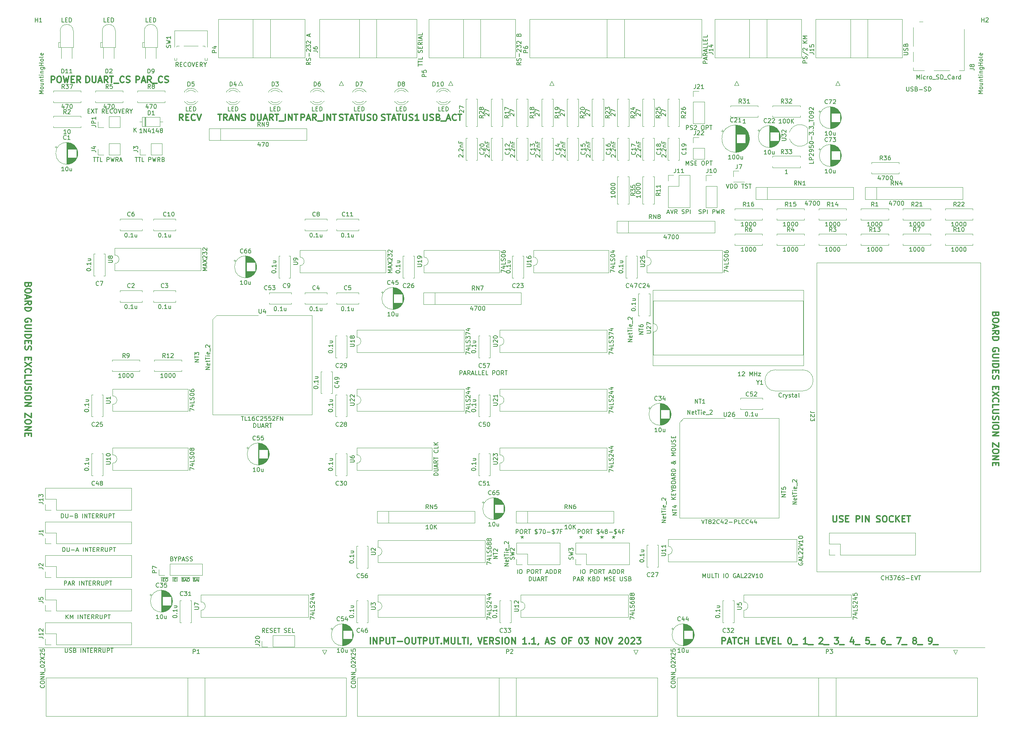
<source format=gbr>
%TF.GenerationSoftware,KiCad,Pcbnew,(6.0.11)*%
%TF.CreationDate,2023-11-08T11:42:59-05:00*%
%TF.ProjectId,input-output.Multi,696e7075-742d-46f7-9574-7075742e4d75,rev?*%
%TF.SameCoordinates,Original*%
%TF.FileFunction,Legend,Top*%
%TF.FilePolarity,Positive*%
%FSLAX46Y46*%
G04 Gerber Fmt 4.6, Leading zero omitted, Abs format (unit mm)*
G04 Created by KiCad (PCBNEW (6.0.11)) date 2023-11-08 11:42:59*
%MOMM*%
%LPD*%
G01*
G04 APERTURE LIST*
%ADD10C,0.120000*%
%ADD11C,0.300000*%
%ADD12C,0.175000*%
%ADD13C,0.150000*%
G04 APERTURE END LIST*
D10*
X40000000Y-220000000D02*
X265000000Y-220000000D01*
D11*
X267607142Y-140785714D02*
X267535714Y-141000000D01*
X267464285Y-141071428D01*
X267321428Y-141142857D01*
X267107142Y-141142857D01*
X266964285Y-141071428D01*
X266892857Y-141000000D01*
X266821428Y-140857142D01*
X266821428Y-140285714D01*
X268321428Y-140285714D01*
X268321428Y-140785714D01*
X268250000Y-140928571D01*
X268178571Y-141000000D01*
X268035714Y-141071428D01*
X267892857Y-141071428D01*
X267750000Y-141000000D01*
X267678571Y-140928571D01*
X267607142Y-140785714D01*
X267607142Y-140285714D01*
X268321428Y-142071428D02*
X268321428Y-142357142D01*
X268250000Y-142500000D01*
X268107142Y-142642857D01*
X267821428Y-142714285D01*
X267321428Y-142714285D01*
X267035714Y-142642857D01*
X266892857Y-142500000D01*
X266821428Y-142357142D01*
X266821428Y-142071428D01*
X266892857Y-141928571D01*
X267035714Y-141785714D01*
X267321428Y-141714285D01*
X267821428Y-141714285D01*
X268107142Y-141785714D01*
X268250000Y-141928571D01*
X268321428Y-142071428D01*
X267250000Y-143285714D02*
X267250000Y-144000000D01*
X266821428Y-143142857D02*
X268321428Y-143642857D01*
X266821428Y-144142857D01*
X266821428Y-145500000D02*
X267535714Y-145000000D01*
X266821428Y-144642857D02*
X268321428Y-144642857D01*
X268321428Y-145214285D01*
X268250000Y-145357142D01*
X268178571Y-145428571D01*
X268035714Y-145500000D01*
X267821428Y-145500000D01*
X267678571Y-145428571D01*
X267607142Y-145357142D01*
X267535714Y-145214285D01*
X267535714Y-144642857D01*
X266821428Y-146142857D02*
X268321428Y-146142857D01*
X268321428Y-146500000D01*
X268250000Y-146714285D01*
X268107142Y-146857142D01*
X267964285Y-146928571D01*
X267678571Y-147000000D01*
X267464285Y-147000000D01*
X267178571Y-146928571D01*
X267035714Y-146857142D01*
X266892857Y-146714285D01*
X266821428Y-146500000D01*
X266821428Y-146142857D01*
X268250000Y-149571428D02*
X268321428Y-149428571D01*
X268321428Y-149214285D01*
X268250000Y-149000000D01*
X268107142Y-148857142D01*
X267964285Y-148785714D01*
X267678571Y-148714285D01*
X267464285Y-148714285D01*
X267178571Y-148785714D01*
X267035714Y-148857142D01*
X266892857Y-149000000D01*
X266821428Y-149214285D01*
X266821428Y-149357142D01*
X266892857Y-149571428D01*
X266964285Y-149642857D01*
X267464285Y-149642857D01*
X267464285Y-149357142D01*
X268321428Y-150285714D02*
X267107142Y-150285714D01*
X266964285Y-150357142D01*
X266892857Y-150428571D01*
X266821428Y-150571428D01*
X266821428Y-150857142D01*
X266892857Y-151000000D01*
X266964285Y-151071428D01*
X267107142Y-151142857D01*
X268321428Y-151142857D01*
X266821428Y-151857142D02*
X268321428Y-151857142D01*
X266821428Y-152571428D02*
X268321428Y-152571428D01*
X268321428Y-152928571D01*
X268250000Y-153142857D01*
X268107142Y-153285714D01*
X267964285Y-153357142D01*
X267678571Y-153428571D01*
X267464285Y-153428571D01*
X267178571Y-153357142D01*
X267035714Y-153285714D01*
X266892857Y-153142857D01*
X266821428Y-152928571D01*
X266821428Y-152571428D01*
X267607142Y-154071428D02*
X267607142Y-154571428D01*
X266821428Y-154785714D02*
X266821428Y-154071428D01*
X268321428Y-154071428D01*
X268321428Y-154785714D01*
X266892857Y-155357142D02*
X266821428Y-155571428D01*
X266821428Y-155928571D01*
X266892857Y-156071428D01*
X266964285Y-156142857D01*
X267107142Y-156214285D01*
X267250000Y-156214285D01*
X267392857Y-156142857D01*
X267464285Y-156071428D01*
X267535714Y-155928571D01*
X267607142Y-155642857D01*
X267678571Y-155500000D01*
X267750000Y-155428571D01*
X267892857Y-155357142D01*
X268035714Y-155357142D01*
X268178571Y-155428571D01*
X268250000Y-155500000D01*
X268321428Y-155642857D01*
X268321428Y-156000000D01*
X268250000Y-156214285D01*
X267607142Y-158000000D02*
X267607142Y-158500000D01*
X266821428Y-158714285D02*
X266821428Y-158000000D01*
X268321428Y-158000000D01*
X268321428Y-158714285D01*
X268321428Y-159214285D02*
X266821428Y-160214285D01*
X268321428Y-160214285D02*
X266821428Y-159214285D01*
X266964285Y-161642857D02*
X266892857Y-161571428D01*
X266821428Y-161357142D01*
X266821428Y-161214285D01*
X266892857Y-161000000D01*
X267035714Y-160857142D01*
X267178571Y-160785714D01*
X267464285Y-160714285D01*
X267678571Y-160714285D01*
X267964285Y-160785714D01*
X268107142Y-160857142D01*
X268250000Y-161000000D01*
X268321428Y-161214285D01*
X268321428Y-161357142D01*
X268250000Y-161571428D01*
X268178571Y-161642857D01*
X266821428Y-163000000D02*
X266821428Y-162285714D01*
X268321428Y-162285714D01*
X268321428Y-163500000D02*
X267107142Y-163500000D01*
X266964285Y-163571428D01*
X266892857Y-163642857D01*
X266821428Y-163785714D01*
X266821428Y-164071428D01*
X266892857Y-164214285D01*
X266964285Y-164285714D01*
X267107142Y-164357142D01*
X268321428Y-164357142D01*
X266892857Y-165000000D02*
X266821428Y-165214285D01*
X266821428Y-165571428D01*
X266892857Y-165714285D01*
X266964285Y-165785714D01*
X267107142Y-165857142D01*
X267250000Y-165857142D01*
X267392857Y-165785714D01*
X267464285Y-165714285D01*
X267535714Y-165571428D01*
X267607142Y-165285714D01*
X267678571Y-165142857D01*
X267750000Y-165071428D01*
X267892857Y-165000000D01*
X268035714Y-165000000D01*
X268178571Y-165071428D01*
X268250000Y-165142857D01*
X268321428Y-165285714D01*
X268321428Y-165642857D01*
X268250000Y-165857142D01*
X266821428Y-166500000D02*
X268321428Y-166500000D01*
X268321428Y-167500000D02*
X268321428Y-167785714D01*
X268250000Y-167928571D01*
X268107142Y-168071428D01*
X267821428Y-168142857D01*
X267321428Y-168142857D01*
X267035714Y-168071428D01*
X266892857Y-167928571D01*
X266821428Y-167785714D01*
X266821428Y-167500000D01*
X266892857Y-167357142D01*
X267035714Y-167214285D01*
X267321428Y-167142857D01*
X267821428Y-167142857D01*
X268107142Y-167214285D01*
X268250000Y-167357142D01*
X268321428Y-167500000D01*
X266821428Y-168785714D02*
X268321428Y-168785714D01*
X266821428Y-169642857D01*
X268321428Y-169642857D01*
X268321428Y-171357142D02*
X268321428Y-172357142D01*
X266821428Y-171357142D01*
X266821428Y-172357142D01*
X268321428Y-173214285D02*
X268321428Y-173500000D01*
X268250000Y-173642857D01*
X268107142Y-173785714D01*
X267821428Y-173857142D01*
X267321428Y-173857142D01*
X267035714Y-173785714D01*
X266892857Y-173642857D01*
X266821428Y-173500000D01*
X266821428Y-173214285D01*
X266892857Y-173071428D01*
X267035714Y-172928571D01*
X267321428Y-172857142D01*
X267821428Y-172857142D01*
X268107142Y-172928571D01*
X268250000Y-173071428D01*
X268321428Y-173214285D01*
X266821428Y-174500000D02*
X268321428Y-174500000D01*
X266821428Y-175357142D01*
X268321428Y-175357142D01*
X267607142Y-176071428D02*
X267607142Y-176571428D01*
X266821428Y-176785714D02*
X266821428Y-176071428D01*
X268321428Y-176071428D01*
X268321428Y-176785714D01*
X37607142Y-133785714D02*
X37535714Y-134000000D01*
X37464285Y-134071428D01*
X37321428Y-134142857D01*
X37107142Y-134142857D01*
X36964285Y-134071428D01*
X36892857Y-134000000D01*
X36821428Y-133857142D01*
X36821428Y-133285714D01*
X38321428Y-133285714D01*
X38321428Y-133785714D01*
X38250000Y-133928571D01*
X38178571Y-134000000D01*
X38035714Y-134071428D01*
X37892857Y-134071428D01*
X37750000Y-134000000D01*
X37678571Y-133928571D01*
X37607142Y-133785714D01*
X37607142Y-133285714D01*
X38321428Y-135071428D02*
X38321428Y-135357142D01*
X38250000Y-135500000D01*
X38107142Y-135642857D01*
X37821428Y-135714285D01*
X37321428Y-135714285D01*
X37035714Y-135642857D01*
X36892857Y-135500000D01*
X36821428Y-135357142D01*
X36821428Y-135071428D01*
X36892857Y-134928571D01*
X37035714Y-134785714D01*
X37321428Y-134714285D01*
X37821428Y-134714285D01*
X38107142Y-134785714D01*
X38250000Y-134928571D01*
X38321428Y-135071428D01*
X37250000Y-136285714D02*
X37250000Y-137000000D01*
X36821428Y-136142857D02*
X38321428Y-136642857D01*
X36821428Y-137142857D01*
X36821428Y-138500000D02*
X37535714Y-138000000D01*
X36821428Y-137642857D02*
X38321428Y-137642857D01*
X38321428Y-138214285D01*
X38250000Y-138357142D01*
X38178571Y-138428571D01*
X38035714Y-138500000D01*
X37821428Y-138500000D01*
X37678571Y-138428571D01*
X37607142Y-138357142D01*
X37535714Y-138214285D01*
X37535714Y-137642857D01*
X36821428Y-139142857D02*
X38321428Y-139142857D01*
X38321428Y-139500000D01*
X38250000Y-139714285D01*
X38107142Y-139857142D01*
X37964285Y-139928571D01*
X37678571Y-140000000D01*
X37464285Y-140000000D01*
X37178571Y-139928571D01*
X37035714Y-139857142D01*
X36892857Y-139714285D01*
X36821428Y-139500000D01*
X36821428Y-139142857D01*
X38250000Y-142571428D02*
X38321428Y-142428571D01*
X38321428Y-142214285D01*
X38250000Y-142000000D01*
X38107142Y-141857142D01*
X37964285Y-141785714D01*
X37678571Y-141714285D01*
X37464285Y-141714285D01*
X37178571Y-141785714D01*
X37035714Y-141857142D01*
X36892857Y-142000000D01*
X36821428Y-142214285D01*
X36821428Y-142357142D01*
X36892857Y-142571428D01*
X36964285Y-142642857D01*
X37464285Y-142642857D01*
X37464285Y-142357142D01*
X38321428Y-143285714D02*
X37107142Y-143285714D01*
X36964285Y-143357142D01*
X36892857Y-143428571D01*
X36821428Y-143571428D01*
X36821428Y-143857142D01*
X36892857Y-144000000D01*
X36964285Y-144071428D01*
X37107142Y-144142857D01*
X38321428Y-144142857D01*
X36821428Y-144857142D02*
X38321428Y-144857142D01*
X36821428Y-145571428D02*
X38321428Y-145571428D01*
X38321428Y-145928571D01*
X38250000Y-146142857D01*
X38107142Y-146285714D01*
X37964285Y-146357142D01*
X37678571Y-146428571D01*
X37464285Y-146428571D01*
X37178571Y-146357142D01*
X37035714Y-146285714D01*
X36892857Y-146142857D01*
X36821428Y-145928571D01*
X36821428Y-145571428D01*
X37607142Y-147071428D02*
X37607142Y-147571428D01*
X36821428Y-147785714D02*
X36821428Y-147071428D01*
X38321428Y-147071428D01*
X38321428Y-147785714D01*
X36892857Y-148357142D02*
X36821428Y-148571428D01*
X36821428Y-148928571D01*
X36892857Y-149071428D01*
X36964285Y-149142857D01*
X37107142Y-149214285D01*
X37250000Y-149214285D01*
X37392857Y-149142857D01*
X37464285Y-149071428D01*
X37535714Y-148928571D01*
X37607142Y-148642857D01*
X37678571Y-148500000D01*
X37750000Y-148428571D01*
X37892857Y-148357142D01*
X38035714Y-148357142D01*
X38178571Y-148428571D01*
X38250000Y-148500000D01*
X38321428Y-148642857D01*
X38321428Y-149000000D01*
X38250000Y-149214285D01*
X37607142Y-151000000D02*
X37607142Y-151500000D01*
X36821428Y-151714285D02*
X36821428Y-151000000D01*
X38321428Y-151000000D01*
X38321428Y-151714285D01*
X38321428Y-152214285D02*
X36821428Y-153214285D01*
X38321428Y-153214285D02*
X36821428Y-152214285D01*
X36964285Y-154642857D02*
X36892857Y-154571428D01*
X36821428Y-154357142D01*
X36821428Y-154214285D01*
X36892857Y-154000000D01*
X37035714Y-153857142D01*
X37178571Y-153785714D01*
X37464285Y-153714285D01*
X37678571Y-153714285D01*
X37964285Y-153785714D01*
X38107142Y-153857142D01*
X38250000Y-154000000D01*
X38321428Y-154214285D01*
X38321428Y-154357142D01*
X38250000Y-154571428D01*
X38178571Y-154642857D01*
X36821428Y-156000000D02*
X36821428Y-155285714D01*
X38321428Y-155285714D01*
X38321428Y-156500000D02*
X37107142Y-156500000D01*
X36964285Y-156571428D01*
X36892857Y-156642857D01*
X36821428Y-156785714D01*
X36821428Y-157071428D01*
X36892857Y-157214285D01*
X36964285Y-157285714D01*
X37107142Y-157357142D01*
X38321428Y-157357142D01*
X36892857Y-158000000D02*
X36821428Y-158214285D01*
X36821428Y-158571428D01*
X36892857Y-158714285D01*
X36964285Y-158785714D01*
X37107142Y-158857142D01*
X37250000Y-158857142D01*
X37392857Y-158785714D01*
X37464285Y-158714285D01*
X37535714Y-158571428D01*
X37607142Y-158285714D01*
X37678571Y-158142857D01*
X37750000Y-158071428D01*
X37892857Y-158000000D01*
X38035714Y-158000000D01*
X38178571Y-158071428D01*
X38250000Y-158142857D01*
X38321428Y-158285714D01*
X38321428Y-158642857D01*
X38250000Y-158857142D01*
X36821428Y-159500000D02*
X38321428Y-159500000D01*
X38321428Y-160500000D02*
X38321428Y-160785714D01*
X38250000Y-160928571D01*
X38107142Y-161071428D01*
X37821428Y-161142857D01*
X37321428Y-161142857D01*
X37035714Y-161071428D01*
X36892857Y-160928571D01*
X36821428Y-160785714D01*
X36821428Y-160500000D01*
X36892857Y-160357142D01*
X37035714Y-160214285D01*
X37321428Y-160142857D01*
X37821428Y-160142857D01*
X38107142Y-160214285D01*
X38250000Y-160357142D01*
X38321428Y-160500000D01*
X36821428Y-161785714D02*
X38321428Y-161785714D01*
X36821428Y-162642857D01*
X38321428Y-162642857D01*
X38321428Y-164357142D02*
X38321428Y-165357142D01*
X36821428Y-164357142D01*
X36821428Y-165357142D01*
X38321428Y-166214285D02*
X38321428Y-166500000D01*
X38250000Y-166642857D01*
X38107142Y-166785714D01*
X37821428Y-166857142D01*
X37321428Y-166857142D01*
X37035714Y-166785714D01*
X36892857Y-166642857D01*
X36821428Y-166500000D01*
X36821428Y-166214285D01*
X36892857Y-166071428D01*
X37035714Y-165928571D01*
X37321428Y-165857142D01*
X37821428Y-165857142D01*
X38107142Y-165928571D01*
X38250000Y-166071428D01*
X38321428Y-166214285D01*
X36821428Y-167500000D02*
X38321428Y-167500000D01*
X36821428Y-168357142D01*
X38321428Y-168357142D01*
X37607142Y-169071428D02*
X37607142Y-169571428D01*
X36821428Y-169785714D02*
X36821428Y-169071428D01*
X38321428Y-169071428D01*
X38321428Y-169785714D01*
X131571428Y-93178571D02*
X131571428Y-94392857D01*
X131642857Y-94535714D01*
X131714285Y-94607142D01*
X131857142Y-94678571D01*
X132142857Y-94678571D01*
X132285714Y-94607142D01*
X132357142Y-94535714D01*
X132428571Y-94392857D01*
X132428571Y-93178571D01*
X133071428Y-94607142D02*
X133285714Y-94678571D01*
X133642857Y-94678571D01*
X133785714Y-94607142D01*
X133857142Y-94535714D01*
X133928571Y-94392857D01*
X133928571Y-94250000D01*
X133857142Y-94107142D01*
X133785714Y-94035714D01*
X133642857Y-93964285D01*
X133357142Y-93892857D01*
X133214285Y-93821428D01*
X133142857Y-93750000D01*
X133071428Y-93607142D01*
X133071428Y-93464285D01*
X133142857Y-93321428D01*
X133214285Y-93250000D01*
X133357142Y-93178571D01*
X133714285Y-93178571D01*
X133928571Y-93250000D01*
X135071428Y-93892857D02*
X135285714Y-93964285D01*
X135357142Y-94035714D01*
X135428571Y-94178571D01*
X135428571Y-94392857D01*
X135357142Y-94535714D01*
X135285714Y-94607142D01*
X135142857Y-94678571D01*
X134571428Y-94678571D01*
X134571428Y-93178571D01*
X135071428Y-93178571D01*
X135214285Y-93250000D01*
X135285714Y-93321428D01*
X135357142Y-93464285D01*
X135357142Y-93607142D01*
X135285714Y-93750000D01*
X135214285Y-93821428D01*
X135071428Y-93892857D01*
X134571428Y-93892857D01*
X135714285Y-94821428D02*
X136857142Y-94821428D01*
X137142857Y-94250000D02*
X137857142Y-94250000D01*
X137000000Y-94678571D02*
X137500000Y-93178571D01*
X138000000Y-94678571D01*
X139357142Y-94535714D02*
X139285714Y-94607142D01*
X139071428Y-94678571D01*
X138928571Y-94678571D01*
X138714285Y-94607142D01*
X138571428Y-94464285D01*
X138500000Y-94321428D01*
X138428571Y-94035714D01*
X138428571Y-93821428D01*
X138500000Y-93535714D01*
X138571428Y-93392857D01*
X138714285Y-93250000D01*
X138928571Y-93178571D01*
X139071428Y-93178571D01*
X139285714Y-93250000D01*
X139357142Y-93321428D01*
X139785714Y-93178571D02*
X140642857Y-93178571D01*
X140214285Y-94678571D02*
X140214285Y-93178571D01*
X63178571Y-85678571D02*
X63178571Y-84178571D01*
X63750000Y-84178571D01*
X63892857Y-84250000D01*
X63964285Y-84321428D01*
X64035714Y-84464285D01*
X64035714Y-84678571D01*
X63964285Y-84821428D01*
X63892857Y-84892857D01*
X63750000Y-84964285D01*
X63178571Y-84964285D01*
X64607142Y-85250000D02*
X65321428Y-85250000D01*
X64464285Y-85678571D02*
X64964285Y-84178571D01*
X65464285Y-85678571D01*
X66821428Y-85678571D02*
X66321428Y-84964285D01*
X65964285Y-85678571D02*
X65964285Y-84178571D01*
X66535714Y-84178571D01*
X66678571Y-84250000D01*
X66750000Y-84321428D01*
X66821428Y-84464285D01*
X66821428Y-84678571D01*
X66750000Y-84821428D01*
X66678571Y-84892857D01*
X66535714Y-84964285D01*
X65964285Y-84964285D01*
X67107142Y-85821428D02*
X68250000Y-85821428D01*
X69464285Y-85535714D02*
X69392857Y-85607142D01*
X69178571Y-85678571D01*
X69035714Y-85678571D01*
X68821428Y-85607142D01*
X68678571Y-85464285D01*
X68607142Y-85321428D01*
X68535714Y-85035714D01*
X68535714Y-84821428D01*
X68607142Y-84535714D01*
X68678571Y-84392857D01*
X68821428Y-84250000D01*
X69035714Y-84178571D01*
X69178571Y-84178571D01*
X69392857Y-84250000D01*
X69464285Y-84321428D01*
X70035714Y-85607142D02*
X70250000Y-85678571D01*
X70607142Y-85678571D01*
X70750000Y-85607142D01*
X70821428Y-85535714D01*
X70892857Y-85392857D01*
X70892857Y-85250000D01*
X70821428Y-85107142D01*
X70750000Y-85035714D01*
X70607142Y-84964285D01*
X70321428Y-84892857D01*
X70178571Y-84821428D01*
X70107142Y-84750000D01*
X70035714Y-84607142D01*
X70035714Y-84464285D01*
X70107142Y-84321428D01*
X70178571Y-84250000D01*
X70321428Y-84178571D01*
X70678571Y-84178571D01*
X70892857Y-84250000D01*
X43035714Y-85678571D02*
X43035714Y-84178571D01*
X43607142Y-84178571D01*
X43750000Y-84250000D01*
X43821428Y-84321428D01*
X43892857Y-84464285D01*
X43892857Y-84678571D01*
X43821428Y-84821428D01*
X43750000Y-84892857D01*
X43607142Y-84964285D01*
X43035714Y-84964285D01*
X44821428Y-84178571D02*
X45107142Y-84178571D01*
X45250000Y-84250000D01*
X45392857Y-84392857D01*
X45464285Y-84678571D01*
X45464285Y-85178571D01*
X45392857Y-85464285D01*
X45250000Y-85607142D01*
X45107142Y-85678571D01*
X44821428Y-85678571D01*
X44678571Y-85607142D01*
X44535714Y-85464285D01*
X44464285Y-85178571D01*
X44464285Y-84678571D01*
X44535714Y-84392857D01*
X44678571Y-84250000D01*
X44821428Y-84178571D01*
X45964285Y-84178571D02*
X46321428Y-85678571D01*
X46607142Y-84607142D01*
X46892857Y-85678571D01*
X47250000Y-84178571D01*
X47821428Y-84892857D02*
X48321428Y-84892857D01*
X48535714Y-85678571D02*
X47821428Y-85678571D01*
X47821428Y-84178571D01*
X48535714Y-84178571D01*
X50035714Y-85678571D02*
X49535714Y-84964285D01*
X49178571Y-85678571D02*
X49178571Y-84178571D01*
X49750000Y-84178571D01*
X49892857Y-84250000D01*
X49964285Y-84321428D01*
X50035714Y-84464285D01*
X50035714Y-84678571D01*
X49964285Y-84821428D01*
X49892857Y-84892857D01*
X49750000Y-84964285D01*
X49178571Y-84964285D01*
X51321428Y-85678571D02*
X51321428Y-84178571D01*
X51678571Y-84178571D01*
X51892857Y-84250000D01*
X52035714Y-84392857D01*
X52107142Y-84535714D01*
X52178571Y-84821428D01*
X52178571Y-85035714D01*
X52107142Y-85321428D01*
X52035714Y-85464285D01*
X51892857Y-85607142D01*
X51678571Y-85678571D01*
X51321428Y-85678571D01*
X52821428Y-84178571D02*
X52821428Y-85392857D01*
X52892857Y-85535714D01*
X52964285Y-85607142D01*
X53107142Y-85678571D01*
X53392857Y-85678571D01*
X53535714Y-85607142D01*
X53607142Y-85535714D01*
X53678571Y-85392857D01*
X53678571Y-84178571D01*
X54321428Y-85250000D02*
X55035714Y-85250000D01*
X54178571Y-85678571D02*
X54678571Y-84178571D01*
X55178571Y-85678571D01*
X56535714Y-85678571D02*
X56035714Y-84964285D01*
X55678571Y-85678571D02*
X55678571Y-84178571D01*
X56250000Y-84178571D01*
X56392857Y-84250000D01*
X56464285Y-84321428D01*
X56535714Y-84464285D01*
X56535714Y-84678571D01*
X56464285Y-84821428D01*
X56392857Y-84892857D01*
X56250000Y-84964285D01*
X55678571Y-84964285D01*
X56964285Y-84178571D02*
X57821428Y-84178571D01*
X57392857Y-85678571D02*
X57392857Y-84178571D01*
X57964285Y-85821428D02*
X59107142Y-85821428D01*
X60321428Y-85535714D02*
X60250000Y-85607142D01*
X60035714Y-85678571D01*
X59892857Y-85678571D01*
X59678571Y-85607142D01*
X59535714Y-85464285D01*
X59464285Y-85321428D01*
X59392857Y-85035714D01*
X59392857Y-84821428D01*
X59464285Y-84535714D01*
X59535714Y-84392857D01*
X59678571Y-84250000D01*
X59892857Y-84178571D01*
X60035714Y-84178571D01*
X60250000Y-84250000D01*
X60321428Y-84321428D01*
X60892857Y-85607142D02*
X61107142Y-85678571D01*
X61464285Y-85678571D01*
X61607142Y-85607142D01*
X61678571Y-85535714D01*
X61750000Y-85392857D01*
X61750000Y-85250000D01*
X61678571Y-85107142D01*
X61607142Y-85035714D01*
X61464285Y-84964285D01*
X61178571Y-84892857D01*
X61035714Y-84821428D01*
X60964285Y-84750000D01*
X60892857Y-84607142D01*
X60892857Y-84464285D01*
X60964285Y-84321428D01*
X61035714Y-84250000D01*
X61178571Y-84178571D01*
X61535714Y-84178571D01*
X61750000Y-84250000D01*
X102428571Y-94678571D02*
X102428571Y-93178571D01*
X103000000Y-93178571D01*
X103142857Y-93250000D01*
X103214285Y-93321428D01*
X103285714Y-93464285D01*
X103285714Y-93678571D01*
X103214285Y-93821428D01*
X103142857Y-93892857D01*
X103000000Y-93964285D01*
X102428571Y-93964285D01*
X103857142Y-94250000D02*
X104571428Y-94250000D01*
X103714285Y-94678571D02*
X104214285Y-93178571D01*
X104714285Y-94678571D01*
X106071428Y-94678571D02*
X105571428Y-93964285D01*
X105214285Y-94678571D02*
X105214285Y-93178571D01*
X105785714Y-93178571D01*
X105928571Y-93250000D01*
X106000000Y-93321428D01*
X106071428Y-93464285D01*
X106071428Y-93678571D01*
X106000000Y-93821428D01*
X105928571Y-93892857D01*
X105785714Y-93964285D01*
X105214285Y-93964285D01*
X106357142Y-94821428D02*
X107500000Y-94821428D01*
X107857142Y-94678571D02*
X107857142Y-93178571D01*
X108571428Y-94678571D02*
X108571428Y-93178571D01*
X109428571Y-94678571D01*
X109428571Y-93178571D01*
X109928571Y-93178571D02*
X110785714Y-93178571D01*
X110357142Y-94678571D02*
X110357142Y-93178571D01*
X74392857Y-94678571D02*
X73892857Y-93964285D01*
X73535714Y-94678571D02*
X73535714Y-93178571D01*
X74107142Y-93178571D01*
X74250000Y-93250000D01*
X74321428Y-93321428D01*
X74392857Y-93464285D01*
X74392857Y-93678571D01*
X74321428Y-93821428D01*
X74250000Y-93892857D01*
X74107142Y-93964285D01*
X73535714Y-93964285D01*
X75035714Y-93892857D02*
X75535714Y-93892857D01*
X75750000Y-94678571D02*
X75035714Y-94678571D01*
X75035714Y-93178571D01*
X75750000Y-93178571D01*
X77250000Y-94535714D02*
X77178571Y-94607142D01*
X76964285Y-94678571D01*
X76821428Y-94678571D01*
X76607142Y-94607142D01*
X76464285Y-94464285D01*
X76392857Y-94321428D01*
X76321428Y-94035714D01*
X76321428Y-93821428D01*
X76392857Y-93535714D01*
X76464285Y-93392857D01*
X76607142Y-93250000D01*
X76821428Y-93178571D01*
X76964285Y-93178571D01*
X77178571Y-93250000D01*
X77250000Y-93321428D01*
X77678571Y-93178571D02*
X78178571Y-94678571D01*
X78678571Y-93178571D01*
X90571428Y-94678571D02*
X90571428Y-93178571D01*
X90928571Y-93178571D01*
X91142857Y-93250000D01*
X91285714Y-93392857D01*
X91357142Y-93535714D01*
X91428571Y-93821428D01*
X91428571Y-94035714D01*
X91357142Y-94321428D01*
X91285714Y-94464285D01*
X91142857Y-94607142D01*
X90928571Y-94678571D01*
X90571428Y-94678571D01*
X92071428Y-93178571D02*
X92071428Y-94392857D01*
X92142857Y-94535714D01*
X92214285Y-94607142D01*
X92357142Y-94678571D01*
X92642857Y-94678571D01*
X92785714Y-94607142D01*
X92857142Y-94535714D01*
X92928571Y-94392857D01*
X92928571Y-93178571D01*
X93571428Y-94250000D02*
X94285714Y-94250000D01*
X93428571Y-94678571D02*
X93928571Y-93178571D01*
X94428571Y-94678571D01*
X95785714Y-94678571D02*
X95285714Y-93964285D01*
X94928571Y-94678571D02*
X94928571Y-93178571D01*
X95500000Y-93178571D01*
X95642857Y-93250000D01*
X95714285Y-93321428D01*
X95785714Y-93464285D01*
X95785714Y-93678571D01*
X95714285Y-93821428D01*
X95642857Y-93892857D01*
X95500000Y-93964285D01*
X94928571Y-93964285D01*
X96214285Y-93178571D02*
X97071428Y-93178571D01*
X96642857Y-94678571D02*
X96642857Y-93178571D01*
X97214285Y-94821428D02*
X98357142Y-94821428D01*
X98714285Y-94678571D02*
X98714285Y-93178571D01*
X99428571Y-94678571D02*
X99428571Y-93178571D01*
X100285714Y-94678571D01*
X100285714Y-93178571D01*
X100785714Y-93178571D02*
X101642857Y-93178571D01*
X101214285Y-94678571D02*
X101214285Y-93178571D01*
X121571428Y-94607142D02*
X121785714Y-94678571D01*
X122142857Y-94678571D01*
X122285714Y-94607142D01*
X122357142Y-94535714D01*
X122428571Y-94392857D01*
X122428571Y-94250000D01*
X122357142Y-94107142D01*
X122285714Y-94035714D01*
X122142857Y-93964285D01*
X121857142Y-93892857D01*
X121714285Y-93821428D01*
X121642857Y-93750000D01*
X121571428Y-93607142D01*
X121571428Y-93464285D01*
X121642857Y-93321428D01*
X121714285Y-93250000D01*
X121857142Y-93178571D01*
X122214285Y-93178571D01*
X122428571Y-93250000D01*
X122857142Y-93178571D02*
X123714285Y-93178571D01*
X123285714Y-94678571D02*
X123285714Y-93178571D01*
X124142857Y-94250000D02*
X124857142Y-94250000D01*
X124000000Y-94678571D02*
X124500000Y-93178571D01*
X125000000Y-94678571D01*
X125285714Y-93178571D02*
X126142857Y-93178571D01*
X125714285Y-94678571D02*
X125714285Y-93178571D01*
X126642857Y-93178571D02*
X126642857Y-94392857D01*
X126714285Y-94535714D01*
X126785714Y-94607142D01*
X126928571Y-94678571D01*
X127214285Y-94678571D01*
X127357142Y-94607142D01*
X127428571Y-94535714D01*
X127500000Y-94392857D01*
X127500000Y-93178571D01*
X128142857Y-94607142D02*
X128357142Y-94678571D01*
X128714285Y-94678571D01*
X128857142Y-94607142D01*
X128928571Y-94535714D01*
X129000000Y-94392857D01*
X129000000Y-94250000D01*
X128928571Y-94107142D01*
X128857142Y-94035714D01*
X128714285Y-93964285D01*
X128428571Y-93892857D01*
X128285714Y-93821428D01*
X128214285Y-93750000D01*
X128142857Y-93607142D01*
X128142857Y-93464285D01*
X128214285Y-93321428D01*
X128285714Y-93250000D01*
X128428571Y-93178571D01*
X128785714Y-93178571D01*
X129000000Y-93250000D01*
X130428571Y-94678571D02*
X129571428Y-94678571D01*
X130000000Y-94678571D02*
X130000000Y-93178571D01*
X129857142Y-93392857D01*
X129714285Y-93535714D01*
X129571428Y-93607142D01*
X82678571Y-93178571D02*
X83535714Y-93178571D01*
X83107142Y-94678571D02*
X83107142Y-93178571D01*
X84892857Y-94678571D02*
X84392857Y-93964285D01*
X84035714Y-94678571D02*
X84035714Y-93178571D01*
X84607142Y-93178571D01*
X84750000Y-93250000D01*
X84821428Y-93321428D01*
X84892857Y-93464285D01*
X84892857Y-93678571D01*
X84821428Y-93821428D01*
X84750000Y-93892857D01*
X84607142Y-93964285D01*
X84035714Y-93964285D01*
X85464285Y-94250000D02*
X86178571Y-94250000D01*
X85321428Y-94678571D02*
X85821428Y-93178571D01*
X86321428Y-94678571D01*
X86821428Y-94678571D02*
X86821428Y-93178571D01*
X87678571Y-94678571D01*
X87678571Y-93178571D01*
X88321428Y-94607142D02*
X88535714Y-94678571D01*
X88892857Y-94678571D01*
X89035714Y-94607142D01*
X89107142Y-94535714D01*
X89178571Y-94392857D01*
X89178571Y-94250000D01*
X89107142Y-94107142D01*
X89035714Y-94035714D01*
X88892857Y-93964285D01*
X88607142Y-93892857D01*
X88464285Y-93821428D01*
X88392857Y-93750000D01*
X88321428Y-93607142D01*
X88321428Y-93464285D01*
X88392857Y-93321428D01*
X88464285Y-93250000D01*
X88607142Y-93178571D01*
X88964285Y-93178571D01*
X89178571Y-93250000D01*
X111571428Y-94607142D02*
X111785714Y-94678571D01*
X112142857Y-94678571D01*
X112285714Y-94607142D01*
X112357142Y-94535714D01*
X112428571Y-94392857D01*
X112428571Y-94250000D01*
X112357142Y-94107142D01*
X112285714Y-94035714D01*
X112142857Y-93964285D01*
X111857142Y-93892857D01*
X111714285Y-93821428D01*
X111642857Y-93750000D01*
X111571428Y-93607142D01*
X111571428Y-93464285D01*
X111642857Y-93321428D01*
X111714285Y-93250000D01*
X111857142Y-93178571D01*
X112214285Y-93178571D01*
X112428571Y-93250000D01*
X112857142Y-93178571D02*
X113714285Y-93178571D01*
X113285714Y-94678571D02*
X113285714Y-93178571D01*
X114142857Y-94250000D02*
X114857142Y-94250000D01*
X114000000Y-94678571D02*
X114500000Y-93178571D01*
X115000000Y-94678571D01*
X115285714Y-93178571D02*
X116142857Y-93178571D01*
X115714285Y-94678571D02*
X115714285Y-93178571D01*
X116642857Y-93178571D02*
X116642857Y-94392857D01*
X116714285Y-94535714D01*
X116785714Y-94607142D01*
X116928571Y-94678571D01*
X117214285Y-94678571D01*
X117357142Y-94607142D01*
X117428571Y-94535714D01*
X117500000Y-94392857D01*
X117500000Y-93178571D01*
X118142857Y-94607142D02*
X118357142Y-94678571D01*
X118714285Y-94678571D01*
X118857142Y-94607142D01*
X118928571Y-94535714D01*
X119000000Y-94392857D01*
X119000000Y-94250000D01*
X118928571Y-94107142D01*
X118857142Y-94035714D01*
X118714285Y-93964285D01*
X118428571Y-93892857D01*
X118285714Y-93821428D01*
X118214285Y-93750000D01*
X118142857Y-93607142D01*
X118142857Y-93464285D01*
X118214285Y-93321428D01*
X118285714Y-93250000D01*
X118428571Y-93178571D01*
X118785714Y-93178571D01*
X119000000Y-93250000D01*
X119928571Y-93178571D02*
X120071428Y-93178571D01*
X120214285Y-93250000D01*
X120285714Y-93321428D01*
X120357142Y-93464285D01*
X120428571Y-93750000D01*
X120428571Y-94107142D01*
X120357142Y-94392857D01*
X120285714Y-94535714D01*
X120214285Y-94607142D01*
X120071428Y-94678571D01*
X119928571Y-94678571D01*
X119785714Y-94607142D01*
X119714285Y-94535714D01*
X119642857Y-94392857D01*
X119571428Y-94107142D01*
X119571428Y-93750000D01*
X119642857Y-93464285D01*
X119714285Y-93321428D01*
X119785714Y-93250000D01*
X119928571Y-93178571D01*
D12*
X71850000Y-203419000D02*
X72183333Y-203419000D01*
X72016666Y-204316666D02*
X72016666Y-203616666D01*
X72183333Y-203419000D02*
X72816666Y-203419000D01*
X72350000Y-203950000D02*
X72583333Y-203950000D01*
X72683333Y-204316666D02*
X72350000Y-204316666D01*
X72350000Y-203616666D01*
X72683333Y-203616666D01*
X72816666Y-203419000D02*
X73150000Y-203419000D01*
X72983333Y-204316666D02*
X72983333Y-203616666D01*
X73983333Y-203419000D02*
X74683333Y-203419000D01*
X74383333Y-203950000D02*
X74483333Y-203983333D01*
X74516666Y-204016666D01*
X74550000Y-204083333D01*
X74550000Y-204183333D01*
X74516666Y-204250000D01*
X74483333Y-204283333D01*
X74416666Y-204316666D01*
X74150000Y-204316666D01*
X74150000Y-203616666D01*
X74383333Y-203616666D01*
X74450000Y-203650000D01*
X74483333Y-203683333D01*
X74516666Y-203750000D01*
X74516666Y-203816666D01*
X74483333Y-203883333D01*
X74450000Y-203916666D01*
X74383333Y-203950000D01*
X74150000Y-203950000D01*
X74683333Y-203419000D02*
X75283333Y-203419000D01*
X74816666Y-204116666D02*
X75150000Y-204116666D01*
X74750000Y-204316666D02*
X74983333Y-203616666D01*
X75216666Y-204316666D01*
X75283333Y-203419000D02*
X76016666Y-203419000D01*
X75583333Y-203616666D02*
X75716666Y-203616666D01*
X75783333Y-203650000D01*
X75850000Y-203716666D01*
X75883333Y-203850000D01*
X75883333Y-204083333D01*
X75850000Y-204216666D01*
X75783333Y-204283333D01*
X75716666Y-204316666D01*
X75583333Y-204316666D01*
X75516666Y-204283333D01*
X75450000Y-204216666D01*
X75416666Y-204083333D01*
X75416666Y-203850000D01*
X75450000Y-203716666D01*
X75516666Y-203650000D01*
X75583333Y-203616666D01*
X76683333Y-203419000D02*
X77383333Y-203419000D01*
X77083333Y-203950000D02*
X77183333Y-203983333D01*
X77216666Y-204016666D01*
X77250000Y-204083333D01*
X77250000Y-204183333D01*
X77216666Y-204250000D01*
X77183333Y-204283333D01*
X77116666Y-204316666D01*
X76850000Y-204316666D01*
X76850000Y-203616666D01*
X77083333Y-203616666D01*
X77150000Y-203650000D01*
X77183333Y-203683333D01*
X77216666Y-203750000D01*
X77216666Y-203816666D01*
X77183333Y-203883333D01*
X77150000Y-203916666D01*
X77083333Y-203950000D01*
X76850000Y-203950000D01*
X77383333Y-203419000D02*
X77983333Y-203419000D01*
X77516666Y-204116666D02*
X77850000Y-204116666D01*
X77450000Y-204316666D02*
X77683333Y-203616666D01*
X77916666Y-204316666D01*
X77983333Y-203419000D02*
X78316666Y-203419000D01*
X78150000Y-204316666D02*
X78150000Y-203616666D01*
X69150000Y-203419000D02*
X69483333Y-203419000D01*
X69316666Y-204316666D02*
X69316666Y-203616666D01*
X69483333Y-203419000D02*
X70116666Y-203419000D01*
X69650000Y-203950000D02*
X69883333Y-203950000D01*
X69983333Y-204316666D02*
X69650000Y-204316666D01*
X69650000Y-203616666D01*
X69983333Y-203616666D01*
X70116666Y-203419000D02*
X70850000Y-203419000D01*
X70416666Y-203616666D02*
X70550000Y-203616666D01*
X70616666Y-203650000D01*
X70683333Y-203716666D01*
X70716666Y-203850000D01*
X70716666Y-204083333D01*
X70683333Y-204216666D01*
X70616666Y-204283333D01*
X70550000Y-204316666D01*
X70416666Y-204316666D01*
X70350000Y-204283333D01*
X70283333Y-204216666D01*
X70250000Y-204083333D01*
X70250000Y-203850000D01*
X70283333Y-203716666D01*
X70350000Y-203650000D01*
X70416666Y-203616666D01*
D13*
X91154761Y-167702380D02*
X91154761Y-166702380D01*
X91392857Y-166702380D01*
X91535714Y-166750000D01*
X91630952Y-166845238D01*
X91678571Y-166940476D01*
X91726190Y-167130952D01*
X91726190Y-167273809D01*
X91678571Y-167464285D01*
X91630952Y-167559523D01*
X91535714Y-167654761D01*
X91392857Y-167702380D01*
X91154761Y-167702380D01*
X92154761Y-166702380D02*
X92154761Y-167511904D01*
X92202380Y-167607142D01*
X92250000Y-167654761D01*
X92345238Y-167702380D01*
X92535714Y-167702380D01*
X92630952Y-167654761D01*
X92678571Y-167607142D01*
X92726190Y-167511904D01*
X92726190Y-166702380D01*
X93154761Y-167416666D02*
X93630952Y-167416666D01*
X93059523Y-167702380D02*
X93392857Y-166702380D01*
X93726190Y-167702380D01*
X94630952Y-167702380D02*
X94297619Y-167226190D01*
X94059523Y-167702380D02*
X94059523Y-166702380D01*
X94440476Y-166702380D01*
X94535714Y-166750000D01*
X94583333Y-166797619D01*
X94630952Y-166892857D01*
X94630952Y-167035714D01*
X94583333Y-167130952D01*
X94535714Y-167178571D01*
X94440476Y-167226190D01*
X94059523Y-167226190D01*
X94916666Y-166702380D02*
X95488095Y-166702380D01*
X95202380Y-167702380D02*
X95202380Y-166702380D01*
D11*
X202500000Y-219178571D02*
X202500000Y-217678571D01*
X203071428Y-217678571D01*
X203214285Y-217750000D01*
X203285714Y-217821428D01*
X203357142Y-217964285D01*
X203357142Y-218178571D01*
X203285714Y-218321428D01*
X203214285Y-218392857D01*
X203071428Y-218464285D01*
X202500000Y-218464285D01*
X203928571Y-218750000D02*
X204642857Y-218750000D01*
X203785714Y-219178571D02*
X204285714Y-217678571D01*
X204785714Y-219178571D01*
X205071428Y-217678571D02*
X205928571Y-217678571D01*
X205500000Y-219178571D02*
X205500000Y-217678571D01*
X207285714Y-219035714D02*
X207214285Y-219107142D01*
X207000000Y-219178571D01*
X206857142Y-219178571D01*
X206642857Y-219107142D01*
X206500000Y-218964285D01*
X206428571Y-218821428D01*
X206357142Y-218535714D01*
X206357142Y-218321428D01*
X206428571Y-218035714D01*
X206500000Y-217892857D01*
X206642857Y-217750000D01*
X206857142Y-217678571D01*
X207000000Y-217678571D01*
X207214285Y-217750000D01*
X207285714Y-217821428D01*
X207928571Y-219178571D02*
X207928571Y-217678571D01*
X207928571Y-218392857D02*
X208785714Y-218392857D01*
X208785714Y-219178571D02*
X208785714Y-217678571D01*
X211357142Y-219178571D02*
X210642857Y-219178571D01*
X210642857Y-217678571D01*
X211857142Y-218392857D02*
X212357142Y-218392857D01*
X212571428Y-219178571D02*
X211857142Y-219178571D01*
X211857142Y-217678571D01*
X212571428Y-217678571D01*
X213000000Y-217678571D02*
X213500000Y-219178571D01*
X214000000Y-217678571D01*
X214500000Y-218392857D02*
X215000000Y-218392857D01*
X215214285Y-219178571D02*
X214500000Y-219178571D01*
X214500000Y-217678571D01*
X215214285Y-217678571D01*
X216571428Y-219178571D02*
X215857142Y-219178571D01*
X215857142Y-217678571D01*
X218500000Y-217678571D02*
X218642857Y-217678571D01*
X218785714Y-217750000D01*
X218857142Y-217821428D01*
X218928571Y-217964285D01*
X219000000Y-218250000D01*
X219000000Y-218607142D01*
X218928571Y-218892857D01*
X218857142Y-219035714D01*
X218785714Y-219107142D01*
X218642857Y-219178571D01*
X218500000Y-219178571D01*
X218357142Y-219107142D01*
X218285714Y-219035714D01*
X218214285Y-218892857D01*
X218142857Y-218607142D01*
X218142857Y-218250000D01*
X218214285Y-217964285D01*
X218285714Y-217821428D01*
X218357142Y-217750000D01*
X218500000Y-217678571D01*
X219285714Y-219321428D02*
X220428571Y-219321428D01*
X222714285Y-219178571D02*
X221857142Y-219178571D01*
X222285714Y-219178571D02*
X222285714Y-217678571D01*
X222142857Y-217892857D01*
X222000000Y-218035714D01*
X221857142Y-218107142D01*
X223000000Y-219321428D02*
X224142857Y-219321428D01*
X225571428Y-217821428D02*
X225642857Y-217750000D01*
X225785714Y-217678571D01*
X226142857Y-217678571D01*
X226285714Y-217750000D01*
X226357142Y-217821428D01*
X226428571Y-217964285D01*
X226428571Y-218107142D01*
X226357142Y-218321428D01*
X225500000Y-219178571D01*
X226428571Y-219178571D01*
X226714285Y-219321428D02*
X227857142Y-219321428D01*
X229214285Y-217678571D02*
X230142857Y-217678571D01*
X229642857Y-218250000D01*
X229857142Y-218250000D01*
X230000000Y-218321428D01*
X230071428Y-218392857D01*
X230142857Y-218535714D01*
X230142857Y-218892857D01*
X230071428Y-219035714D01*
X230000000Y-219107142D01*
X229857142Y-219178571D01*
X229428571Y-219178571D01*
X229285714Y-219107142D01*
X229214285Y-219035714D01*
X230428571Y-219321428D02*
X231571428Y-219321428D01*
X233714285Y-218178571D02*
X233714285Y-219178571D01*
X233357142Y-217607142D02*
X233000000Y-218678571D01*
X233928571Y-218678571D01*
X234142857Y-219321428D02*
X235285714Y-219321428D01*
X237500000Y-217678571D02*
X236785714Y-217678571D01*
X236714285Y-218392857D01*
X236785714Y-218321428D01*
X236928571Y-218250000D01*
X237285714Y-218250000D01*
X237428571Y-218321428D01*
X237500000Y-218392857D01*
X237571428Y-218535714D01*
X237571428Y-218892857D01*
X237500000Y-219035714D01*
X237428571Y-219107142D01*
X237285714Y-219178571D01*
X236928571Y-219178571D01*
X236785714Y-219107142D01*
X236714285Y-219035714D01*
X237857142Y-219321428D02*
X238999999Y-219321428D01*
X241142857Y-217678571D02*
X240857142Y-217678571D01*
X240714285Y-217750000D01*
X240642857Y-217821428D01*
X240499999Y-218035714D01*
X240428571Y-218321428D01*
X240428571Y-218892857D01*
X240499999Y-219035714D01*
X240571428Y-219107142D01*
X240714285Y-219178571D01*
X240999999Y-219178571D01*
X241142857Y-219107142D01*
X241214285Y-219035714D01*
X241285714Y-218892857D01*
X241285714Y-218535714D01*
X241214285Y-218392857D01*
X241142857Y-218321428D01*
X240999999Y-218250000D01*
X240714285Y-218250000D01*
X240571428Y-218321428D01*
X240499999Y-218392857D01*
X240428571Y-218535714D01*
X241571428Y-219321428D02*
X242714285Y-219321428D01*
X244071428Y-217678571D02*
X245071428Y-217678571D01*
X244428571Y-219178571D01*
X245285714Y-219321428D02*
X246428571Y-219321428D01*
X248142857Y-218321428D02*
X247999999Y-218250000D01*
X247928571Y-218178571D01*
X247857142Y-218035714D01*
X247857142Y-217964285D01*
X247928571Y-217821428D01*
X247999999Y-217750000D01*
X248142857Y-217678571D01*
X248428571Y-217678571D01*
X248571428Y-217750000D01*
X248642857Y-217821428D01*
X248714285Y-217964285D01*
X248714285Y-218035714D01*
X248642857Y-218178571D01*
X248571428Y-218250000D01*
X248428571Y-218321428D01*
X248142857Y-218321428D01*
X247999999Y-218392857D01*
X247928571Y-218464285D01*
X247857142Y-218607142D01*
X247857142Y-218892857D01*
X247928571Y-219035714D01*
X247999999Y-219107142D01*
X248142857Y-219178571D01*
X248428571Y-219178571D01*
X248571428Y-219107142D01*
X248642857Y-219035714D01*
X248714285Y-218892857D01*
X248714285Y-218607142D01*
X248642857Y-218464285D01*
X248571428Y-218392857D01*
X248428571Y-218321428D01*
X248999999Y-219321428D02*
X250142857Y-219321428D01*
X251714285Y-219178571D02*
X251999999Y-219178571D01*
X252142857Y-219107142D01*
X252214285Y-219035714D01*
X252357142Y-218821428D01*
X252428571Y-218535714D01*
X252428571Y-217964285D01*
X252357142Y-217821428D01*
X252285714Y-217750000D01*
X252142857Y-217678571D01*
X251857142Y-217678571D01*
X251714285Y-217750000D01*
X251642857Y-217821428D01*
X251571428Y-217964285D01*
X251571428Y-218321428D01*
X251642857Y-218464285D01*
X251714285Y-218535714D01*
X251857142Y-218607142D01*
X252142857Y-218607142D01*
X252285714Y-218535714D01*
X252357142Y-218464285D01*
X252428571Y-218321428D01*
X252714285Y-219321428D02*
X253857142Y-219321428D01*
D13*
X156654761Y-204202380D02*
X156654761Y-203202380D01*
X156892857Y-203202380D01*
X157035714Y-203250000D01*
X157130952Y-203345238D01*
X157178571Y-203440476D01*
X157226190Y-203630952D01*
X157226190Y-203773809D01*
X157178571Y-203964285D01*
X157130952Y-204059523D01*
X157035714Y-204154761D01*
X156892857Y-204202380D01*
X156654761Y-204202380D01*
X157654761Y-203202380D02*
X157654761Y-204011904D01*
X157702380Y-204107142D01*
X157750000Y-204154761D01*
X157845238Y-204202380D01*
X158035714Y-204202380D01*
X158130952Y-204154761D01*
X158178571Y-204107142D01*
X158226190Y-204011904D01*
X158226190Y-203202380D01*
X158654761Y-203916666D02*
X159130952Y-203916666D01*
X158559523Y-204202380D02*
X158892857Y-203202380D01*
X159226190Y-204202380D01*
X160130952Y-204202380D02*
X159797619Y-203726190D01*
X159559523Y-204202380D02*
X159559523Y-203202380D01*
X159940476Y-203202380D01*
X160035714Y-203250000D01*
X160083333Y-203297619D01*
X160130952Y-203392857D01*
X160130952Y-203535714D01*
X160083333Y-203630952D01*
X160035714Y-203678571D01*
X159940476Y-203726190D01*
X159559523Y-203726190D01*
X160416666Y-203202380D02*
X160988095Y-203202380D01*
X160702380Y-204202380D02*
X160702380Y-203202380D01*
X197928571Y-203452380D02*
X197928571Y-202452380D01*
X198261904Y-203166666D01*
X198595238Y-202452380D01*
X198595238Y-203452380D01*
X199071428Y-202452380D02*
X199071428Y-203261904D01*
X199119047Y-203357142D01*
X199166666Y-203404761D01*
X199261904Y-203452380D01*
X199452380Y-203452380D01*
X199547619Y-203404761D01*
X199595238Y-203357142D01*
X199642857Y-203261904D01*
X199642857Y-202452380D01*
X200595238Y-203452380D02*
X200119047Y-203452380D01*
X200119047Y-202452380D01*
X200785714Y-202452380D02*
X201357142Y-202452380D01*
X201071428Y-203452380D02*
X201071428Y-202452380D01*
X201690476Y-203452380D02*
X201690476Y-202452380D01*
X202928571Y-203452380D02*
X202928571Y-202452380D01*
X203595238Y-202452380D02*
X203785714Y-202452380D01*
X203880952Y-202500000D01*
X203976190Y-202595238D01*
X204023809Y-202785714D01*
X204023809Y-203119047D01*
X203976190Y-203309523D01*
X203880952Y-203404761D01*
X203785714Y-203452380D01*
X203595238Y-203452380D01*
X203500000Y-203404761D01*
X203404761Y-203309523D01*
X203357142Y-203119047D01*
X203357142Y-202785714D01*
X203404761Y-202595238D01*
X203500000Y-202500000D01*
X203595238Y-202452380D01*
X205738095Y-202500000D02*
X205642857Y-202452380D01*
X205500000Y-202452380D01*
X205357142Y-202500000D01*
X205261904Y-202595238D01*
X205214285Y-202690476D01*
X205166666Y-202880952D01*
X205166666Y-203023809D01*
X205214285Y-203214285D01*
X205261904Y-203309523D01*
X205357142Y-203404761D01*
X205500000Y-203452380D01*
X205595238Y-203452380D01*
X205738095Y-203404761D01*
X205785714Y-203357142D01*
X205785714Y-203023809D01*
X205595238Y-203023809D01*
X206166666Y-203166666D02*
X206642857Y-203166666D01*
X206071428Y-203452380D02*
X206404761Y-202452380D01*
X206738095Y-203452380D01*
X207547619Y-203452380D02*
X207071428Y-203452380D01*
X207071428Y-202452380D01*
X207833333Y-202547619D02*
X207880952Y-202500000D01*
X207976190Y-202452380D01*
X208214285Y-202452380D01*
X208309523Y-202500000D01*
X208357142Y-202547619D01*
X208404761Y-202642857D01*
X208404761Y-202738095D01*
X208357142Y-202880952D01*
X207785714Y-203452380D01*
X208404761Y-203452380D01*
X208785714Y-202547619D02*
X208833333Y-202500000D01*
X208928571Y-202452380D01*
X209166666Y-202452380D01*
X209261904Y-202500000D01*
X209309523Y-202547619D01*
X209357142Y-202642857D01*
X209357142Y-202738095D01*
X209309523Y-202880952D01*
X208738095Y-203452380D01*
X209357142Y-203452380D01*
X209642857Y-202452380D02*
X209976190Y-203452380D01*
X210309523Y-202452380D01*
X211166666Y-203452380D02*
X210595238Y-203452380D01*
X210880952Y-203452380D02*
X210880952Y-202452380D01*
X210785714Y-202595238D01*
X210690476Y-202690476D01*
X210595238Y-202738095D01*
X211785714Y-202452380D02*
X211880952Y-202452380D01*
X211976190Y-202500000D01*
X212023809Y-202547619D01*
X212071428Y-202642857D01*
X212119047Y-202833333D01*
X212119047Y-203071428D01*
X212071428Y-203261904D01*
X212023809Y-203357142D01*
X211976190Y-203404761D01*
X211880952Y-203452380D01*
X211785714Y-203452380D01*
X211690476Y-203404761D01*
X211642857Y-203357142D01*
X211595238Y-203261904D01*
X211547619Y-203071428D01*
X211547619Y-202833333D01*
X211595238Y-202642857D01*
X211642857Y-202547619D01*
X211690476Y-202500000D01*
X211785714Y-202452380D01*
X206928571Y-155452380D02*
X206357142Y-155452380D01*
X206642857Y-155452380D02*
X206642857Y-154452380D01*
X206547619Y-154595238D01*
X206452380Y-154690476D01*
X206357142Y-154738095D01*
X207309523Y-154547619D02*
X207357142Y-154500000D01*
X207452380Y-154452380D01*
X207690476Y-154452380D01*
X207785714Y-154500000D01*
X207833333Y-154547619D01*
X207880952Y-154642857D01*
X207880952Y-154738095D01*
X207833333Y-154880952D01*
X207261904Y-155452380D01*
X207880952Y-155452380D01*
X209071428Y-155452380D02*
X209071428Y-154452380D01*
X209404761Y-155166666D01*
X209738095Y-154452380D01*
X209738095Y-155452380D01*
X210214285Y-155452380D02*
X210214285Y-154452380D01*
X210214285Y-154928571D02*
X210785714Y-154928571D01*
X210785714Y-155452380D02*
X210785714Y-154452380D01*
X211166666Y-154785714D02*
X211690476Y-154785714D01*
X211166666Y-155452380D01*
X211690476Y-155452380D01*
X176750000Y-193428571D02*
X176750000Y-193785714D01*
X176392857Y-193642857D02*
X176750000Y-193785714D01*
X177107142Y-193642857D01*
X176535714Y-194071428D02*
X176750000Y-193785714D01*
X176964285Y-194071428D01*
D11*
X228892857Y-188678571D02*
X228892857Y-189892857D01*
X228964285Y-190035714D01*
X229035714Y-190107142D01*
X229178571Y-190178571D01*
X229464285Y-190178571D01*
X229607142Y-190107142D01*
X229678571Y-190035714D01*
X229750000Y-189892857D01*
X229750000Y-188678571D01*
X230392857Y-190107142D02*
X230607142Y-190178571D01*
X230964285Y-190178571D01*
X231107142Y-190107142D01*
X231178571Y-190035714D01*
X231250000Y-189892857D01*
X231250000Y-189750000D01*
X231178571Y-189607142D01*
X231107142Y-189535714D01*
X230964285Y-189464285D01*
X230678571Y-189392857D01*
X230535714Y-189321428D01*
X230464285Y-189250000D01*
X230392857Y-189107142D01*
X230392857Y-188964285D01*
X230464285Y-188821428D01*
X230535714Y-188750000D01*
X230678571Y-188678571D01*
X231035714Y-188678571D01*
X231250000Y-188750000D01*
X231892857Y-189392857D02*
X232392857Y-189392857D01*
X232607142Y-190178571D02*
X231892857Y-190178571D01*
X231892857Y-188678571D01*
X232607142Y-188678571D01*
X234392857Y-190178571D02*
X234392857Y-188678571D01*
X234964285Y-188678571D01*
X235107142Y-188750000D01*
X235178571Y-188821428D01*
X235250000Y-188964285D01*
X235250000Y-189178571D01*
X235178571Y-189321428D01*
X235107142Y-189392857D01*
X234964285Y-189464285D01*
X234392857Y-189464285D01*
X235892857Y-190178571D02*
X235892857Y-188678571D01*
X236607142Y-190178571D02*
X236607142Y-188678571D01*
X237464285Y-190178571D01*
X237464285Y-188678571D01*
X239250000Y-190107142D02*
X239464285Y-190178571D01*
X239821428Y-190178571D01*
X239964285Y-190107142D01*
X240035714Y-190035714D01*
X240107142Y-189892857D01*
X240107142Y-189750000D01*
X240035714Y-189607142D01*
X239964285Y-189535714D01*
X239821428Y-189464285D01*
X239535714Y-189392857D01*
X239392857Y-189321428D01*
X239321428Y-189250000D01*
X239250000Y-189107142D01*
X239250000Y-188964285D01*
X239321428Y-188821428D01*
X239392857Y-188750000D01*
X239535714Y-188678571D01*
X239892857Y-188678571D01*
X240107142Y-188750000D01*
X241035714Y-188678571D02*
X241321428Y-188678571D01*
X241464285Y-188750000D01*
X241607142Y-188892857D01*
X241678571Y-189178571D01*
X241678571Y-189678571D01*
X241607142Y-189964285D01*
X241464285Y-190107142D01*
X241321428Y-190178571D01*
X241035714Y-190178571D01*
X240892857Y-190107142D01*
X240750000Y-189964285D01*
X240678571Y-189678571D01*
X240678571Y-189178571D01*
X240750000Y-188892857D01*
X240892857Y-188750000D01*
X241035714Y-188678571D01*
X243178571Y-190035714D02*
X243107142Y-190107142D01*
X242892857Y-190178571D01*
X242750000Y-190178571D01*
X242535714Y-190107142D01*
X242392857Y-189964285D01*
X242321428Y-189821428D01*
X242250000Y-189535714D01*
X242250000Y-189321428D01*
X242321428Y-189035714D01*
X242392857Y-188892857D01*
X242535714Y-188750000D01*
X242750000Y-188678571D01*
X242892857Y-188678571D01*
X243107142Y-188750000D01*
X243178571Y-188821428D01*
X243821428Y-190178571D02*
X243821428Y-188678571D01*
X244678571Y-190178571D02*
X244035714Y-189321428D01*
X244678571Y-188678571D02*
X243821428Y-189535714D01*
X245321428Y-189392857D02*
X245821428Y-189392857D01*
X246035714Y-190178571D02*
X245321428Y-190178571D01*
X245321428Y-188678571D01*
X246035714Y-188678571D01*
X246464285Y-188678571D02*
X247321428Y-188678571D01*
X246892857Y-190178571D02*
X246892857Y-188678571D01*
D13*
X155000000Y-193428571D02*
X155000000Y-193785714D01*
X154642857Y-193642857D02*
X155000000Y-193785714D01*
X155357142Y-193642857D01*
X154785714Y-194071428D02*
X155000000Y-193785714D01*
X155214285Y-194071428D01*
X167166666Y-204202380D02*
X167166666Y-203202380D01*
X167547619Y-203202380D01*
X167642857Y-203250000D01*
X167690476Y-203297619D01*
X167738095Y-203392857D01*
X167738095Y-203535714D01*
X167690476Y-203630952D01*
X167642857Y-203678571D01*
X167547619Y-203726190D01*
X167166666Y-203726190D01*
X168119047Y-203916666D02*
X168595238Y-203916666D01*
X168023809Y-204202380D02*
X168357142Y-203202380D01*
X168690476Y-204202380D01*
X169595238Y-204202380D02*
X169261904Y-203726190D01*
X169023809Y-204202380D02*
X169023809Y-203202380D01*
X169404761Y-203202380D01*
X169500000Y-203250000D01*
X169547619Y-203297619D01*
X169595238Y-203392857D01*
X169595238Y-203535714D01*
X169547619Y-203630952D01*
X169500000Y-203678571D01*
X169404761Y-203726190D01*
X169023809Y-203726190D01*
X170785714Y-204202380D02*
X170785714Y-203202380D01*
X171357142Y-204202380D02*
X170928571Y-203630952D01*
X171357142Y-203202380D02*
X170785714Y-203773809D01*
X172119047Y-203678571D02*
X172261904Y-203726190D01*
X172309523Y-203773809D01*
X172357142Y-203869047D01*
X172357142Y-204011904D01*
X172309523Y-204107142D01*
X172261904Y-204154761D01*
X172166666Y-204202380D01*
X171785714Y-204202380D01*
X171785714Y-203202380D01*
X172119047Y-203202380D01*
X172214285Y-203250000D01*
X172261904Y-203297619D01*
X172309523Y-203392857D01*
X172309523Y-203488095D01*
X172261904Y-203583333D01*
X172214285Y-203630952D01*
X172119047Y-203678571D01*
X171785714Y-203678571D01*
X172785714Y-204202380D02*
X172785714Y-203202380D01*
X173023809Y-203202380D01*
X173166666Y-203250000D01*
X173261904Y-203345238D01*
X173309523Y-203440476D01*
X173357142Y-203630952D01*
X173357142Y-203773809D01*
X173309523Y-203964285D01*
X173261904Y-204059523D01*
X173166666Y-204154761D01*
X173023809Y-204202380D01*
X172785714Y-204202380D01*
X174547619Y-204202380D02*
X174547619Y-203202380D01*
X174880952Y-203916666D01*
X175214285Y-203202380D01*
X175214285Y-204202380D01*
X175642857Y-204154761D02*
X175785714Y-204202380D01*
X176023809Y-204202380D01*
X176119047Y-204154761D01*
X176166666Y-204107142D01*
X176214285Y-204011904D01*
X176214285Y-203916666D01*
X176166666Y-203821428D01*
X176119047Y-203773809D01*
X176023809Y-203726190D01*
X175833333Y-203678571D01*
X175738095Y-203630952D01*
X175690476Y-203583333D01*
X175642857Y-203488095D01*
X175642857Y-203392857D01*
X175690476Y-203297619D01*
X175738095Y-203250000D01*
X175833333Y-203202380D01*
X176071428Y-203202380D01*
X176214285Y-203250000D01*
X176642857Y-203678571D02*
X176976190Y-203678571D01*
X177119047Y-204202380D02*
X176642857Y-204202380D01*
X176642857Y-203202380D01*
X177119047Y-203202380D01*
X178309523Y-203202380D02*
X178309523Y-204011904D01*
X178357142Y-204107142D01*
X178404761Y-204154761D01*
X178500000Y-204202380D01*
X178690476Y-204202380D01*
X178785714Y-204154761D01*
X178833333Y-204107142D01*
X178880952Y-204011904D01*
X178880952Y-203202380D01*
X179309523Y-204154761D02*
X179452380Y-204202380D01*
X179690476Y-204202380D01*
X179785714Y-204154761D01*
X179833333Y-204107142D01*
X179880952Y-204011904D01*
X179880952Y-203916666D01*
X179833333Y-203821428D01*
X179785714Y-203773809D01*
X179690476Y-203726190D01*
X179500000Y-203678571D01*
X179404761Y-203630952D01*
X179357142Y-203583333D01*
X179309523Y-203488095D01*
X179309523Y-203392857D01*
X179357142Y-203297619D01*
X179404761Y-203250000D01*
X179500000Y-203202380D01*
X179738095Y-203202380D01*
X179880952Y-203250000D01*
X180642857Y-203678571D02*
X180785714Y-203726190D01*
X180833333Y-203773809D01*
X180880952Y-203869047D01*
X180880952Y-204011904D01*
X180833333Y-204107142D01*
X180785714Y-204154761D01*
X180690476Y-204202380D01*
X180309523Y-204202380D01*
X180309523Y-203202380D01*
X180642857Y-203202380D01*
X180738095Y-203250000D01*
X180785714Y-203297619D01*
X180833333Y-203392857D01*
X180833333Y-203488095D01*
X180785714Y-203583333D01*
X180738095Y-203630952D01*
X180642857Y-203678571D01*
X180309523Y-203678571D01*
X246392857Y-86702380D02*
X246392857Y-87511904D01*
X246440476Y-87607142D01*
X246488095Y-87654761D01*
X246583333Y-87702380D01*
X246773809Y-87702380D01*
X246869047Y-87654761D01*
X246916666Y-87607142D01*
X246964285Y-87511904D01*
X246964285Y-86702380D01*
X247392857Y-87654761D02*
X247535714Y-87702380D01*
X247773809Y-87702380D01*
X247869047Y-87654761D01*
X247916666Y-87607142D01*
X247964285Y-87511904D01*
X247964285Y-87416666D01*
X247916666Y-87321428D01*
X247869047Y-87273809D01*
X247773809Y-87226190D01*
X247583333Y-87178571D01*
X247488095Y-87130952D01*
X247440476Y-87083333D01*
X247392857Y-86988095D01*
X247392857Y-86892857D01*
X247440476Y-86797619D01*
X247488095Y-86750000D01*
X247583333Y-86702380D01*
X247821428Y-86702380D01*
X247964285Y-86750000D01*
X248726190Y-87178571D02*
X248869047Y-87226190D01*
X248916666Y-87273809D01*
X248964285Y-87369047D01*
X248964285Y-87511904D01*
X248916666Y-87607142D01*
X248869047Y-87654761D01*
X248773809Y-87702380D01*
X248392857Y-87702380D01*
X248392857Y-86702380D01*
X248726190Y-86702380D01*
X248821428Y-86750000D01*
X248869047Y-86797619D01*
X248916666Y-86892857D01*
X248916666Y-86988095D01*
X248869047Y-87083333D01*
X248821428Y-87130952D01*
X248726190Y-87178571D01*
X248392857Y-87178571D01*
X249392857Y-87321428D02*
X250154761Y-87321428D01*
X250583333Y-87654761D02*
X250726190Y-87702380D01*
X250964285Y-87702380D01*
X251059523Y-87654761D01*
X251107142Y-87607142D01*
X251154761Y-87511904D01*
X251154761Y-87416666D01*
X251107142Y-87321428D01*
X251059523Y-87273809D01*
X250964285Y-87226190D01*
X250773809Y-87178571D01*
X250678571Y-87130952D01*
X250630952Y-87083333D01*
X250583333Y-86988095D01*
X250583333Y-86892857D01*
X250630952Y-86797619D01*
X250678571Y-86750000D01*
X250773809Y-86702380D01*
X251011904Y-86702380D01*
X251154761Y-86750000D01*
X251583333Y-87702380D02*
X251583333Y-86702380D01*
X251821428Y-86702380D01*
X251964285Y-86750000D01*
X252059523Y-86845238D01*
X252107142Y-86940476D01*
X252154761Y-87130952D01*
X252154761Y-87273809D01*
X252107142Y-87464285D01*
X252059523Y-87559523D01*
X251964285Y-87654761D01*
X251821428Y-87702380D01*
X251583333Y-87702380D01*
D11*
X118892857Y-219178571D02*
X118892857Y-217678571D01*
X119607142Y-219178571D02*
X119607142Y-217678571D01*
X120464285Y-219178571D01*
X120464285Y-217678571D01*
X121178571Y-219178571D02*
X121178571Y-217678571D01*
X121750000Y-217678571D01*
X121892857Y-217750000D01*
X121964285Y-217821428D01*
X122035714Y-217964285D01*
X122035714Y-218178571D01*
X121964285Y-218321428D01*
X121892857Y-218392857D01*
X121750000Y-218464285D01*
X121178571Y-218464285D01*
X122678571Y-217678571D02*
X122678571Y-218892857D01*
X122750000Y-219035714D01*
X122821428Y-219107142D01*
X122964285Y-219178571D01*
X123250000Y-219178571D01*
X123392857Y-219107142D01*
X123464285Y-219035714D01*
X123535714Y-218892857D01*
X123535714Y-217678571D01*
X124035714Y-217678571D02*
X124892857Y-217678571D01*
X124464285Y-219178571D02*
X124464285Y-217678571D01*
X125392857Y-218607142D02*
X126535714Y-218607142D01*
X127535714Y-217678571D02*
X127821428Y-217678571D01*
X127964285Y-217750000D01*
X128107142Y-217892857D01*
X128178571Y-218178571D01*
X128178571Y-218678571D01*
X128107142Y-218964285D01*
X127964285Y-219107142D01*
X127821428Y-219178571D01*
X127535714Y-219178571D01*
X127392857Y-219107142D01*
X127250000Y-218964285D01*
X127178571Y-218678571D01*
X127178571Y-218178571D01*
X127250000Y-217892857D01*
X127392857Y-217750000D01*
X127535714Y-217678571D01*
X128821428Y-217678571D02*
X128821428Y-218892857D01*
X128892857Y-219035714D01*
X128964285Y-219107142D01*
X129107142Y-219178571D01*
X129392857Y-219178571D01*
X129535714Y-219107142D01*
X129607142Y-219035714D01*
X129678571Y-218892857D01*
X129678571Y-217678571D01*
X130178571Y-217678571D02*
X131035714Y-217678571D01*
X130607142Y-219178571D02*
X130607142Y-217678571D01*
X131535714Y-219178571D02*
X131535714Y-217678571D01*
X132107142Y-217678571D01*
X132250000Y-217750000D01*
X132321428Y-217821428D01*
X132392857Y-217964285D01*
X132392857Y-218178571D01*
X132321428Y-218321428D01*
X132250000Y-218392857D01*
X132107142Y-218464285D01*
X131535714Y-218464285D01*
X133035714Y-217678571D02*
X133035714Y-218892857D01*
X133107142Y-219035714D01*
X133178571Y-219107142D01*
X133321428Y-219178571D01*
X133607142Y-219178571D01*
X133750000Y-219107142D01*
X133821428Y-219035714D01*
X133892857Y-218892857D01*
X133892857Y-217678571D01*
X134392857Y-217678571D02*
X135250000Y-217678571D01*
X134821428Y-219178571D02*
X134821428Y-217678571D01*
X135750000Y-219035714D02*
X135821428Y-219107142D01*
X135750000Y-219178571D01*
X135678571Y-219107142D01*
X135750000Y-219035714D01*
X135750000Y-219178571D01*
X136464285Y-219178571D02*
X136464285Y-217678571D01*
X136964285Y-218750000D01*
X137464285Y-217678571D01*
X137464285Y-219178571D01*
X138178571Y-217678571D02*
X138178571Y-218892857D01*
X138250000Y-219035714D01*
X138321428Y-219107142D01*
X138464285Y-219178571D01*
X138750000Y-219178571D01*
X138892857Y-219107142D01*
X138964285Y-219035714D01*
X139035714Y-218892857D01*
X139035714Y-217678571D01*
X140464285Y-219178571D02*
X139750000Y-219178571D01*
X139750000Y-217678571D01*
X140750000Y-217678571D02*
X141607142Y-217678571D01*
X141178571Y-219178571D02*
X141178571Y-217678571D01*
X142107142Y-219178571D02*
X142107142Y-217678571D01*
X142892857Y-219107142D02*
X142892857Y-219178571D01*
X142821428Y-219321428D01*
X142750000Y-219392857D01*
X144464285Y-217678571D02*
X144964285Y-219178571D01*
X145464285Y-217678571D01*
X145964285Y-218392857D02*
X146464285Y-218392857D01*
X146678571Y-219178571D02*
X145964285Y-219178571D01*
X145964285Y-217678571D01*
X146678571Y-217678571D01*
X148178571Y-219178571D02*
X147678571Y-218464285D01*
X147321428Y-219178571D02*
X147321428Y-217678571D01*
X147892857Y-217678571D01*
X148035714Y-217750000D01*
X148107142Y-217821428D01*
X148178571Y-217964285D01*
X148178571Y-218178571D01*
X148107142Y-218321428D01*
X148035714Y-218392857D01*
X147892857Y-218464285D01*
X147321428Y-218464285D01*
X148750000Y-219107142D02*
X148964285Y-219178571D01*
X149321428Y-219178571D01*
X149464285Y-219107142D01*
X149535714Y-219035714D01*
X149607142Y-218892857D01*
X149607142Y-218750000D01*
X149535714Y-218607142D01*
X149464285Y-218535714D01*
X149321428Y-218464285D01*
X149035714Y-218392857D01*
X148892857Y-218321428D01*
X148821428Y-218250000D01*
X148750000Y-218107142D01*
X148750000Y-217964285D01*
X148821428Y-217821428D01*
X148892857Y-217750000D01*
X149035714Y-217678571D01*
X149392857Y-217678571D01*
X149607142Y-217750000D01*
X150250000Y-219178571D02*
X150250000Y-217678571D01*
X151250000Y-217678571D02*
X151535714Y-217678571D01*
X151678571Y-217750000D01*
X151821428Y-217892857D01*
X151892857Y-218178571D01*
X151892857Y-218678571D01*
X151821428Y-218964285D01*
X151678571Y-219107142D01*
X151535714Y-219178571D01*
X151250000Y-219178571D01*
X151107142Y-219107142D01*
X150964285Y-218964285D01*
X150892857Y-218678571D01*
X150892857Y-218178571D01*
X150964285Y-217892857D01*
X151107142Y-217750000D01*
X151250000Y-217678571D01*
X152535714Y-219178571D02*
X152535714Y-217678571D01*
X153392857Y-219178571D01*
X153392857Y-217678571D01*
X156035714Y-219178571D02*
X155178571Y-219178571D01*
X155607142Y-219178571D02*
X155607142Y-217678571D01*
X155464285Y-217892857D01*
X155321428Y-218035714D01*
X155178571Y-218107142D01*
X156678571Y-219035714D02*
X156750000Y-219107142D01*
X156678571Y-219178571D01*
X156607142Y-219107142D01*
X156678571Y-219035714D01*
X156678571Y-219178571D01*
X158178571Y-219178571D02*
X157321428Y-219178571D01*
X157750000Y-219178571D02*
X157750000Y-217678571D01*
X157607142Y-217892857D01*
X157464285Y-218035714D01*
X157321428Y-218107142D01*
X158892857Y-219107142D02*
X158892857Y-219178571D01*
X158821428Y-219321428D01*
X158750000Y-219392857D01*
X160607142Y-218750000D02*
X161321428Y-218750000D01*
X160464285Y-219178571D02*
X160964285Y-217678571D01*
X161464285Y-219178571D01*
X161892857Y-219107142D02*
X162107142Y-219178571D01*
X162464285Y-219178571D01*
X162607142Y-219107142D01*
X162678571Y-219035714D01*
X162750000Y-218892857D01*
X162750000Y-218750000D01*
X162678571Y-218607142D01*
X162607142Y-218535714D01*
X162464285Y-218464285D01*
X162178571Y-218392857D01*
X162035714Y-218321428D01*
X161964285Y-218250000D01*
X161892857Y-218107142D01*
X161892857Y-217964285D01*
X161964285Y-217821428D01*
X162035714Y-217750000D01*
X162178571Y-217678571D01*
X162535714Y-217678571D01*
X162750000Y-217750000D01*
X164821428Y-217678571D02*
X165107142Y-217678571D01*
X165250000Y-217750000D01*
X165392857Y-217892857D01*
X165464285Y-218178571D01*
X165464285Y-218678571D01*
X165392857Y-218964285D01*
X165250000Y-219107142D01*
X165107142Y-219178571D01*
X164821428Y-219178571D01*
X164678571Y-219107142D01*
X164535714Y-218964285D01*
X164464285Y-218678571D01*
X164464285Y-218178571D01*
X164535714Y-217892857D01*
X164678571Y-217750000D01*
X164821428Y-217678571D01*
X166607142Y-218392857D02*
X166107142Y-218392857D01*
X166107142Y-219178571D02*
X166107142Y-217678571D01*
X166821428Y-217678571D01*
X168821428Y-217678571D02*
X168964285Y-217678571D01*
X169107142Y-217750000D01*
X169178571Y-217821428D01*
X169250000Y-217964285D01*
X169321428Y-218250000D01*
X169321428Y-218607142D01*
X169250000Y-218892857D01*
X169178571Y-219035714D01*
X169107142Y-219107142D01*
X168964285Y-219178571D01*
X168821428Y-219178571D01*
X168678571Y-219107142D01*
X168607142Y-219035714D01*
X168535714Y-218892857D01*
X168464285Y-218607142D01*
X168464285Y-218250000D01*
X168535714Y-217964285D01*
X168607142Y-217821428D01*
X168678571Y-217750000D01*
X168821428Y-217678571D01*
X169821428Y-217678571D02*
X170750000Y-217678571D01*
X170250000Y-218250000D01*
X170464285Y-218250000D01*
X170607142Y-218321428D01*
X170678571Y-218392857D01*
X170750000Y-218535714D01*
X170750000Y-218892857D01*
X170678571Y-219035714D01*
X170607142Y-219107142D01*
X170464285Y-219178571D01*
X170035714Y-219178571D01*
X169892857Y-219107142D01*
X169821428Y-219035714D01*
X172535714Y-219178571D02*
X172535714Y-217678571D01*
X173392857Y-219178571D01*
X173392857Y-217678571D01*
X174392857Y-217678571D02*
X174678571Y-217678571D01*
X174821428Y-217750000D01*
X174964285Y-217892857D01*
X175035714Y-218178571D01*
X175035714Y-218678571D01*
X174964285Y-218964285D01*
X174821428Y-219107142D01*
X174678571Y-219178571D01*
X174392857Y-219178571D01*
X174250000Y-219107142D01*
X174107142Y-218964285D01*
X174035714Y-218678571D01*
X174035714Y-218178571D01*
X174107142Y-217892857D01*
X174250000Y-217750000D01*
X174392857Y-217678571D01*
X175464285Y-217678571D02*
X175964285Y-219178571D01*
X176464285Y-217678571D01*
X178035714Y-217821428D02*
X178107142Y-217750000D01*
X178250000Y-217678571D01*
X178607142Y-217678571D01*
X178750000Y-217750000D01*
X178821428Y-217821428D01*
X178892857Y-217964285D01*
X178892857Y-218107142D01*
X178821428Y-218321428D01*
X177964285Y-219178571D01*
X178892857Y-219178571D01*
X179821428Y-217678571D02*
X179964285Y-217678571D01*
X180107142Y-217750000D01*
X180178571Y-217821428D01*
X180250000Y-217964285D01*
X180321428Y-218250000D01*
X180321428Y-218607142D01*
X180250000Y-218892857D01*
X180178571Y-219035714D01*
X180107142Y-219107142D01*
X179964285Y-219178571D01*
X179821428Y-219178571D01*
X179678571Y-219107142D01*
X179607142Y-219035714D01*
X179535714Y-218892857D01*
X179464285Y-218607142D01*
X179464285Y-218250000D01*
X179535714Y-217964285D01*
X179607142Y-217821428D01*
X179678571Y-217750000D01*
X179821428Y-217678571D01*
X180892857Y-217821428D02*
X180964285Y-217750000D01*
X181107142Y-217678571D01*
X181464285Y-217678571D01*
X181607142Y-217750000D01*
X181678571Y-217821428D01*
X181750000Y-217964285D01*
X181750000Y-218107142D01*
X181678571Y-218321428D01*
X180821428Y-219178571D01*
X181750000Y-219178571D01*
X182250000Y-217678571D02*
X183178571Y-217678571D01*
X182678571Y-218250000D01*
X182892857Y-218250000D01*
X183035714Y-218321428D01*
X183107142Y-218392857D01*
X183178571Y-218535714D01*
X183178571Y-218892857D01*
X183107142Y-219035714D01*
X183035714Y-219107142D01*
X182892857Y-219178571D01*
X182464285Y-219178571D01*
X182321428Y-219107142D01*
X182250000Y-219035714D01*
D13*
X153523809Y-192952380D02*
X153523809Y-191952380D01*
X153904761Y-191952380D01*
X154000000Y-192000000D01*
X154047619Y-192047619D01*
X154095238Y-192142857D01*
X154095238Y-192285714D01*
X154047619Y-192380952D01*
X154000000Y-192428571D01*
X153904761Y-192476190D01*
X153523809Y-192476190D01*
X154714285Y-191952380D02*
X154904761Y-191952380D01*
X155000000Y-192000000D01*
X155095238Y-192095238D01*
X155142857Y-192285714D01*
X155142857Y-192619047D01*
X155095238Y-192809523D01*
X155000000Y-192904761D01*
X154904761Y-192952380D01*
X154714285Y-192952380D01*
X154619047Y-192904761D01*
X154523809Y-192809523D01*
X154476190Y-192619047D01*
X154476190Y-192285714D01*
X154523809Y-192095238D01*
X154619047Y-192000000D01*
X154714285Y-191952380D01*
X156142857Y-192952380D02*
X155809523Y-192476190D01*
X155571428Y-192952380D02*
X155571428Y-191952380D01*
X155952380Y-191952380D01*
X156047619Y-192000000D01*
X156095238Y-192047619D01*
X156142857Y-192142857D01*
X156142857Y-192285714D01*
X156095238Y-192380952D01*
X156047619Y-192428571D01*
X155952380Y-192476190D01*
X155571428Y-192476190D01*
X156428571Y-191952380D02*
X157000000Y-191952380D01*
X156714285Y-192952380D02*
X156714285Y-191952380D01*
X158047619Y-192904761D02*
X158190476Y-192952380D01*
X158428571Y-192952380D01*
X158523809Y-192904761D01*
X158571428Y-192857142D01*
X158619047Y-192761904D01*
X158619047Y-192666666D01*
X158571428Y-192571428D01*
X158523809Y-192523809D01*
X158428571Y-192476190D01*
X158238095Y-192428571D01*
X158142857Y-192380952D01*
X158095238Y-192333333D01*
X158047619Y-192238095D01*
X158047619Y-192142857D01*
X158095238Y-192047619D01*
X158142857Y-192000000D01*
X158238095Y-191952380D01*
X158476190Y-191952380D01*
X158619047Y-192000000D01*
X158333333Y-191809523D02*
X158333333Y-193095238D01*
X158952380Y-191952380D02*
X159619047Y-191952380D01*
X159190476Y-192952380D01*
X160190476Y-191952380D02*
X160285714Y-191952380D01*
X160380952Y-192000000D01*
X160428571Y-192047619D01*
X160476190Y-192142857D01*
X160523809Y-192333333D01*
X160523809Y-192571428D01*
X160476190Y-192761904D01*
X160428571Y-192857142D01*
X160380952Y-192904761D01*
X160285714Y-192952380D01*
X160190476Y-192952380D01*
X160095238Y-192904761D01*
X160047619Y-192857142D01*
X160000000Y-192761904D01*
X159952380Y-192571428D01*
X159952380Y-192333333D01*
X160000000Y-192142857D01*
X160047619Y-192047619D01*
X160095238Y-192000000D01*
X160190476Y-191952380D01*
X160952380Y-192571428D02*
X161714285Y-192571428D01*
X162142857Y-192904761D02*
X162285714Y-192952380D01*
X162523809Y-192952380D01*
X162619047Y-192904761D01*
X162666666Y-192857142D01*
X162714285Y-192761904D01*
X162714285Y-192666666D01*
X162666666Y-192571428D01*
X162619047Y-192523809D01*
X162523809Y-192476190D01*
X162333333Y-192428571D01*
X162238095Y-192380952D01*
X162190476Y-192333333D01*
X162142857Y-192238095D01*
X162142857Y-192142857D01*
X162190476Y-192047619D01*
X162238095Y-192000000D01*
X162333333Y-191952380D01*
X162571428Y-191952380D01*
X162714285Y-192000000D01*
X162428571Y-191809523D02*
X162428571Y-193095238D01*
X163047619Y-191952380D02*
X163714285Y-191952380D01*
X163285714Y-192952380D01*
X164428571Y-192428571D02*
X164095238Y-192428571D01*
X164095238Y-192952380D02*
X164095238Y-191952380D01*
X164571428Y-191952380D01*
X174000000Y-193428571D02*
X174000000Y-193785714D01*
X173642857Y-193642857D02*
X174000000Y-193785714D01*
X174357142Y-193642857D01*
X173785714Y-194071428D02*
X174000000Y-193785714D01*
X174214285Y-194071428D01*
X168273809Y-192952380D02*
X168273809Y-191952380D01*
X168654761Y-191952380D01*
X168750000Y-192000000D01*
X168797619Y-192047619D01*
X168845238Y-192142857D01*
X168845238Y-192285714D01*
X168797619Y-192380952D01*
X168750000Y-192428571D01*
X168654761Y-192476190D01*
X168273809Y-192476190D01*
X169464285Y-191952380D02*
X169654761Y-191952380D01*
X169750000Y-192000000D01*
X169845238Y-192095238D01*
X169892857Y-192285714D01*
X169892857Y-192619047D01*
X169845238Y-192809523D01*
X169750000Y-192904761D01*
X169654761Y-192952380D01*
X169464285Y-192952380D01*
X169369047Y-192904761D01*
X169273809Y-192809523D01*
X169226190Y-192619047D01*
X169226190Y-192285714D01*
X169273809Y-192095238D01*
X169369047Y-192000000D01*
X169464285Y-191952380D01*
X170892857Y-192952380D02*
X170559523Y-192476190D01*
X170321428Y-192952380D02*
X170321428Y-191952380D01*
X170702380Y-191952380D01*
X170797619Y-192000000D01*
X170845238Y-192047619D01*
X170892857Y-192142857D01*
X170892857Y-192285714D01*
X170845238Y-192380952D01*
X170797619Y-192428571D01*
X170702380Y-192476190D01*
X170321428Y-192476190D01*
X171178571Y-191952380D02*
X171750000Y-191952380D01*
X171464285Y-192952380D02*
X171464285Y-191952380D01*
X172797619Y-192904761D02*
X172940476Y-192952380D01*
X173178571Y-192952380D01*
X173273809Y-192904761D01*
X173321428Y-192857142D01*
X173369047Y-192761904D01*
X173369047Y-192666666D01*
X173321428Y-192571428D01*
X173273809Y-192523809D01*
X173178571Y-192476190D01*
X172988095Y-192428571D01*
X172892857Y-192380952D01*
X172845238Y-192333333D01*
X172797619Y-192238095D01*
X172797619Y-192142857D01*
X172845238Y-192047619D01*
X172892857Y-192000000D01*
X172988095Y-191952380D01*
X173226190Y-191952380D01*
X173369047Y-192000000D01*
X173083333Y-191809523D02*
X173083333Y-193095238D01*
X174226190Y-192285714D02*
X174226190Y-192952380D01*
X173988095Y-191904761D02*
X173750000Y-192619047D01*
X174369047Y-192619047D01*
X174892857Y-192380952D02*
X174797619Y-192333333D01*
X174750000Y-192285714D01*
X174702380Y-192190476D01*
X174702380Y-192142857D01*
X174750000Y-192047619D01*
X174797619Y-192000000D01*
X174892857Y-191952380D01*
X175083333Y-191952380D01*
X175178571Y-192000000D01*
X175226190Y-192047619D01*
X175273809Y-192142857D01*
X175273809Y-192190476D01*
X175226190Y-192285714D01*
X175178571Y-192333333D01*
X175083333Y-192380952D01*
X174892857Y-192380952D01*
X174797619Y-192428571D01*
X174750000Y-192476190D01*
X174702380Y-192571428D01*
X174702380Y-192761904D01*
X174750000Y-192857142D01*
X174797619Y-192904761D01*
X174892857Y-192952380D01*
X175083333Y-192952380D01*
X175178571Y-192904761D01*
X175226190Y-192857142D01*
X175273809Y-192761904D01*
X175273809Y-192571428D01*
X175226190Y-192476190D01*
X175178571Y-192428571D01*
X175083333Y-192380952D01*
X175702380Y-192571428D02*
X176464285Y-192571428D01*
X176892857Y-192904761D02*
X177035714Y-192952380D01*
X177273809Y-192952380D01*
X177369047Y-192904761D01*
X177416666Y-192857142D01*
X177464285Y-192761904D01*
X177464285Y-192666666D01*
X177416666Y-192571428D01*
X177369047Y-192523809D01*
X177273809Y-192476190D01*
X177083333Y-192428571D01*
X176988095Y-192380952D01*
X176940476Y-192333333D01*
X176892857Y-192238095D01*
X176892857Y-192142857D01*
X176940476Y-192047619D01*
X176988095Y-192000000D01*
X177083333Y-191952380D01*
X177321428Y-191952380D01*
X177464285Y-192000000D01*
X177178571Y-191809523D02*
X177178571Y-193095238D01*
X178321428Y-192285714D02*
X178321428Y-192952380D01*
X178083333Y-191904761D02*
X177845238Y-192619047D01*
X178464285Y-192619047D01*
X179178571Y-192428571D02*
X178845238Y-192428571D01*
X178845238Y-192952380D02*
X178845238Y-191952380D01*
X179321428Y-191952380D01*
X140178571Y-155202380D02*
X140178571Y-154202380D01*
X140559523Y-154202380D01*
X140654761Y-154250000D01*
X140702380Y-154297619D01*
X140750000Y-154392857D01*
X140750000Y-154535714D01*
X140702380Y-154630952D01*
X140654761Y-154678571D01*
X140559523Y-154726190D01*
X140178571Y-154726190D01*
X141130952Y-154916666D02*
X141607142Y-154916666D01*
X141035714Y-155202380D02*
X141369047Y-154202380D01*
X141702380Y-155202380D01*
X142607142Y-155202380D02*
X142273809Y-154726190D01*
X142035714Y-155202380D02*
X142035714Y-154202380D01*
X142416666Y-154202380D01*
X142511904Y-154250000D01*
X142559523Y-154297619D01*
X142607142Y-154392857D01*
X142607142Y-154535714D01*
X142559523Y-154630952D01*
X142511904Y-154678571D01*
X142416666Y-154726190D01*
X142035714Y-154726190D01*
X142988095Y-154916666D02*
X143464285Y-154916666D01*
X142892857Y-155202380D02*
X143226190Y-154202380D01*
X143559523Y-155202380D01*
X144369047Y-155202380D02*
X143892857Y-155202380D01*
X143892857Y-154202380D01*
X145178571Y-155202380D02*
X144702380Y-155202380D01*
X144702380Y-154202380D01*
X145511904Y-154678571D02*
X145845238Y-154678571D01*
X145988095Y-155202380D02*
X145511904Y-155202380D01*
X145511904Y-154202380D01*
X145988095Y-154202380D01*
X146892857Y-155202380D02*
X146416666Y-155202380D01*
X146416666Y-154202380D01*
X147988095Y-155202380D02*
X147988095Y-154202380D01*
X148369047Y-154202380D01*
X148464285Y-154250000D01*
X148511904Y-154297619D01*
X148559523Y-154392857D01*
X148559523Y-154535714D01*
X148511904Y-154630952D01*
X148464285Y-154678571D01*
X148369047Y-154726190D01*
X147988095Y-154726190D01*
X149178571Y-154202380D02*
X149369047Y-154202380D01*
X149464285Y-154250000D01*
X149559523Y-154345238D01*
X149607142Y-154535714D01*
X149607142Y-154869047D01*
X149559523Y-155059523D01*
X149464285Y-155154761D01*
X149369047Y-155202380D01*
X149178571Y-155202380D01*
X149083333Y-155154761D01*
X148988095Y-155059523D01*
X148940476Y-154869047D01*
X148940476Y-154535714D01*
X148988095Y-154345238D01*
X149083333Y-154250000D01*
X149178571Y-154202380D01*
X150607142Y-155202380D02*
X150273809Y-154726190D01*
X150035714Y-155202380D02*
X150035714Y-154202380D01*
X150416666Y-154202380D01*
X150511904Y-154250000D01*
X150559523Y-154297619D01*
X150607142Y-154392857D01*
X150607142Y-154535714D01*
X150559523Y-154630952D01*
X150511904Y-154678571D01*
X150416666Y-154726190D01*
X150035714Y-154726190D01*
X150892857Y-154202380D02*
X151464285Y-154202380D01*
X151178571Y-155202380D02*
X151178571Y-154202380D01*
X169000000Y-193428571D02*
X169000000Y-193785714D01*
X168642857Y-193642857D02*
X169000000Y-193785714D01*
X169357142Y-193642857D01*
X168785714Y-194071428D02*
X169000000Y-193785714D01*
X169214285Y-194071428D01*
X191452380Y-184823809D02*
X190452380Y-184823809D01*
X191452380Y-184252380D02*
X190880952Y-184680952D01*
X190452380Y-184252380D02*
X191023809Y-184823809D01*
X190928571Y-183823809D02*
X190928571Y-183490476D01*
X191452380Y-183347619D02*
X191452380Y-183823809D01*
X190452380Y-183823809D01*
X190452380Y-183347619D01*
X190976190Y-182728571D02*
X191452380Y-182728571D01*
X190452380Y-183061904D02*
X190976190Y-182728571D01*
X190452380Y-182395238D01*
X190928571Y-181728571D02*
X190976190Y-181585714D01*
X191023809Y-181538095D01*
X191119047Y-181490476D01*
X191261904Y-181490476D01*
X191357142Y-181538095D01*
X191404761Y-181585714D01*
X191452380Y-181680952D01*
X191452380Y-182061904D01*
X190452380Y-182061904D01*
X190452380Y-181728571D01*
X190500000Y-181633333D01*
X190547619Y-181585714D01*
X190642857Y-181538095D01*
X190738095Y-181538095D01*
X190833333Y-181585714D01*
X190880952Y-181633333D01*
X190928571Y-181728571D01*
X190928571Y-182061904D01*
X190452380Y-180871428D02*
X190452380Y-180680952D01*
X190500000Y-180585714D01*
X190595238Y-180490476D01*
X190785714Y-180442857D01*
X191119047Y-180442857D01*
X191309523Y-180490476D01*
X191404761Y-180585714D01*
X191452380Y-180680952D01*
X191452380Y-180871428D01*
X191404761Y-180966666D01*
X191309523Y-181061904D01*
X191119047Y-181109523D01*
X190785714Y-181109523D01*
X190595238Y-181061904D01*
X190500000Y-180966666D01*
X190452380Y-180871428D01*
X191166666Y-180061904D02*
X191166666Y-179585714D01*
X191452380Y-180157142D02*
X190452380Y-179823809D01*
X191452380Y-179490476D01*
X191452380Y-178585714D02*
X190976190Y-178919047D01*
X191452380Y-179157142D02*
X190452380Y-179157142D01*
X190452380Y-178776190D01*
X190500000Y-178680952D01*
X190547619Y-178633333D01*
X190642857Y-178585714D01*
X190785714Y-178585714D01*
X190880952Y-178633333D01*
X190928571Y-178680952D01*
X190976190Y-178776190D01*
X190976190Y-179157142D01*
X191452380Y-178157142D02*
X190452380Y-178157142D01*
X190452380Y-177919047D01*
X190500000Y-177776190D01*
X190595238Y-177680952D01*
X190690476Y-177633333D01*
X190880952Y-177585714D01*
X191023809Y-177585714D01*
X191214285Y-177633333D01*
X191309523Y-177680952D01*
X191404761Y-177776190D01*
X191452380Y-177919047D01*
X191452380Y-178157142D01*
X191452380Y-175585714D02*
X191452380Y-175633333D01*
X191404761Y-175728571D01*
X191261904Y-175871428D01*
X190976190Y-176109523D01*
X190833333Y-176204761D01*
X190690476Y-176252380D01*
X190595238Y-176252380D01*
X190500000Y-176204761D01*
X190452380Y-176109523D01*
X190452380Y-176061904D01*
X190500000Y-175966666D01*
X190595238Y-175919047D01*
X190642857Y-175919047D01*
X190738095Y-175966666D01*
X190785714Y-176014285D01*
X190976190Y-176300000D01*
X191023809Y-176347619D01*
X191119047Y-176395238D01*
X191261904Y-176395238D01*
X191357142Y-176347619D01*
X191404761Y-176300000D01*
X191452380Y-176204761D01*
X191452380Y-176061904D01*
X191404761Y-175966666D01*
X191357142Y-175919047D01*
X191166666Y-175776190D01*
X191023809Y-175728571D01*
X190928571Y-175728571D01*
X191452380Y-174395238D02*
X190452380Y-174395238D01*
X191166666Y-174061904D01*
X190452380Y-173728571D01*
X191452380Y-173728571D01*
X190452380Y-173061904D02*
X190452380Y-172871428D01*
X190500000Y-172776190D01*
X190595238Y-172680952D01*
X190785714Y-172633333D01*
X191119047Y-172633333D01*
X191309523Y-172680952D01*
X191404761Y-172776190D01*
X191452380Y-172871428D01*
X191452380Y-173061904D01*
X191404761Y-173157142D01*
X191309523Y-173252380D01*
X191119047Y-173300000D01*
X190785714Y-173300000D01*
X190595238Y-173252380D01*
X190500000Y-173157142D01*
X190452380Y-173061904D01*
X190452380Y-172204761D02*
X191261904Y-172204761D01*
X191357142Y-172157142D01*
X191404761Y-172109523D01*
X191452380Y-172014285D01*
X191452380Y-171823809D01*
X191404761Y-171728571D01*
X191357142Y-171680952D01*
X191261904Y-171633333D01*
X190452380Y-171633333D01*
X191404761Y-171204761D02*
X191452380Y-171061904D01*
X191452380Y-170823809D01*
X191404761Y-170728571D01*
X191357142Y-170680952D01*
X191261904Y-170633333D01*
X191166666Y-170633333D01*
X191071428Y-170680952D01*
X191023809Y-170728571D01*
X190976190Y-170823809D01*
X190928571Y-171014285D01*
X190880952Y-171109523D01*
X190833333Y-171157142D01*
X190738095Y-171204761D01*
X190642857Y-171204761D01*
X190547619Y-171157142D01*
X190500000Y-171109523D01*
X190452380Y-171014285D01*
X190452380Y-170776190D01*
X190500000Y-170633333D01*
X190928571Y-170204761D02*
X190928571Y-169871428D01*
X191452380Y-169728571D02*
X191452380Y-170204761D01*
X190452380Y-170204761D01*
X190452380Y-169728571D01*
%TO.C,C1*%
X46583333Y-99107142D02*
X46535714Y-99154761D01*
X46392857Y-99202380D01*
X46297619Y-99202380D01*
X46154761Y-99154761D01*
X46059523Y-99059523D01*
X46011904Y-98964285D01*
X45964285Y-98773809D01*
X45964285Y-98630952D01*
X46011904Y-98440476D01*
X46059523Y-98345238D01*
X46154761Y-98250000D01*
X46297619Y-98202380D01*
X46392857Y-98202380D01*
X46535714Y-98250000D01*
X46583333Y-98297619D01*
X47535714Y-99202380D02*
X46964285Y-99202380D01*
X47250000Y-99202380D02*
X47250000Y-98202380D01*
X47154761Y-98345238D01*
X47059523Y-98440476D01*
X46964285Y-98488095D01*
X46107142Y-106702380D02*
X45535714Y-106702380D01*
X45821428Y-106702380D02*
X45821428Y-105702380D01*
X45726190Y-105845238D01*
X45630952Y-105940476D01*
X45535714Y-105988095D01*
X46726190Y-105702380D02*
X46821428Y-105702380D01*
X46916666Y-105750000D01*
X46964285Y-105797619D01*
X47011904Y-105892857D01*
X47059523Y-106083333D01*
X47059523Y-106321428D01*
X47011904Y-106511904D01*
X46964285Y-106607142D01*
X46916666Y-106654761D01*
X46821428Y-106702380D01*
X46726190Y-106702380D01*
X46630952Y-106654761D01*
X46583333Y-106607142D01*
X46535714Y-106511904D01*
X46488095Y-106321428D01*
X46488095Y-106083333D01*
X46535714Y-105892857D01*
X46583333Y-105797619D01*
X46630952Y-105750000D01*
X46726190Y-105702380D01*
X47916666Y-106035714D02*
X47916666Y-106702380D01*
X47488095Y-106035714D02*
X47488095Y-106559523D01*
X47535714Y-106654761D01*
X47630952Y-106702380D01*
X47773809Y-106702380D01*
X47869047Y-106654761D01*
X47916666Y-106607142D01*
%TO.C,C21*%
X205107142Y-94957142D02*
X205059523Y-95004761D01*
X204916666Y-95052380D01*
X204821428Y-95052380D01*
X204678571Y-95004761D01*
X204583333Y-94909523D01*
X204535714Y-94814285D01*
X204488095Y-94623809D01*
X204488095Y-94480952D01*
X204535714Y-94290476D01*
X204583333Y-94195238D01*
X204678571Y-94100000D01*
X204821428Y-94052380D01*
X204916666Y-94052380D01*
X205059523Y-94100000D01*
X205107142Y-94147619D01*
X205488095Y-94147619D02*
X205535714Y-94100000D01*
X205630952Y-94052380D01*
X205869047Y-94052380D01*
X205964285Y-94100000D01*
X206011904Y-94147619D01*
X206059523Y-94242857D01*
X206059523Y-94338095D01*
X206011904Y-94480952D01*
X205440476Y-95052380D01*
X206059523Y-95052380D01*
X207011904Y-95052380D02*
X206440476Y-95052380D01*
X206726190Y-95052380D02*
X206726190Y-94052380D01*
X206630952Y-94195238D01*
X206535714Y-94290476D01*
X206440476Y-94338095D01*
X204630952Y-103852380D02*
X204059523Y-103852380D01*
X204345238Y-103852380D02*
X204345238Y-102852380D01*
X204250000Y-102995238D01*
X204154761Y-103090476D01*
X204059523Y-103138095D01*
X205250000Y-102852380D02*
X205345238Y-102852380D01*
X205440476Y-102900000D01*
X205488095Y-102947619D01*
X205535714Y-103042857D01*
X205583333Y-103233333D01*
X205583333Y-103471428D01*
X205535714Y-103661904D01*
X205488095Y-103757142D01*
X205440476Y-103804761D01*
X205345238Y-103852380D01*
X205250000Y-103852380D01*
X205154761Y-103804761D01*
X205107142Y-103757142D01*
X205059523Y-103661904D01*
X205011904Y-103471428D01*
X205011904Y-103233333D01*
X205059523Y-103042857D01*
X205107142Y-102947619D01*
X205154761Y-102900000D01*
X205250000Y-102852380D01*
X206202380Y-102852380D02*
X206297619Y-102852380D01*
X206392857Y-102900000D01*
X206440476Y-102947619D01*
X206488095Y-103042857D01*
X206535714Y-103233333D01*
X206535714Y-103471428D01*
X206488095Y-103661904D01*
X206440476Y-103757142D01*
X206392857Y-103804761D01*
X206297619Y-103852380D01*
X206202380Y-103852380D01*
X206107142Y-103804761D01*
X206059523Y-103757142D01*
X206011904Y-103661904D01*
X205964285Y-103471428D01*
X205964285Y-103233333D01*
X206011904Y-103042857D01*
X206059523Y-102947619D01*
X206107142Y-102900000D01*
X206202380Y-102852380D01*
X207392857Y-103185714D02*
X207392857Y-103852380D01*
X206964285Y-103185714D02*
X206964285Y-103709523D01*
X207011904Y-103804761D01*
X207107142Y-103852380D01*
X207250000Y-103852380D01*
X207345238Y-103804761D01*
X207392857Y-103757142D01*
%TO.C,C22*%
X213107142Y-95107142D02*
X213059523Y-95154761D01*
X212916666Y-95202380D01*
X212821428Y-95202380D01*
X212678571Y-95154761D01*
X212583333Y-95059523D01*
X212535714Y-94964285D01*
X212488095Y-94773809D01*
X212488095Y-94630952D01*
X212535714Y-94440476D01*
X212583333Y-94345238D01*
X212678571Y-94250000D01*
X212821428Y-94202380D01*
X212916666Y-94202380D01*
X213059523Y-94250000D01*
X213107142Y-94297619D01*
X213488095Y-94297619D02*
X213535714Y-94250000D01*
X213630952Y-94202380D01*
X213869047Y-94202380D01*
X213964285Y-94250000D01*
X214011904Y-94297619D01*
X214059523Y-94392857D01*
X214059523Y-94488095D01*
X214011904Y-94630952D01*
X213440476Y-95202380D01*
X214059523Y-95202380D01*
X214440476Y-94297619D02*
X214488095Y-94250000D01*
X214583333Y-94202380D01*
X214821428Y-94202380D01*
X214916666Y-94250000D01*
X214964285Y-94297619D01*
X215011904Y-94392857D01*
X215011904Y-94488095D01*
X214964285Y-94630952D01*
X214392857Y-95202380D01*
X215011904Y-95202380D01*
X213107142Y-102702380D02*
X212535714Y-102702380D01*
X212821428Y-102702380D02*
X212821428Y-101702380D01*
X212726190Y-101845238D01*
X212630952Y-101940476D01*
X212535714Y-101988095D01*
X213726190Y-101702380D02*
X213821428Y-101702380D01*
X213916666Y-101750000D01*
X213964285Y-101797619D01*
X214011904Y-101892857D01*
X214059523Y-102083333D01*
X214059523Y-102321428D01*
X214011904Y-102511904D01*
X213964285Y-102607142D01*
X213916666Y-102654761D01*
X213821428Y-102702380D01*
X213726190Y-102702380D01*
X213630952Y-102654761D01*
X213583333Y-102607142D01*
X213535714Y-102511904D01*
X213488095Y-102321428D01*
X213488095Y-102083333D01*
X213535714Y-101892857D01*
X213583333Y-101797619D01*
X213630952Y-101750000D01*
X213726190Y-101702380D01*
X214916666Y-102035714D02*
X214916666Y-102702380D01*
X214488095Y-102035714D02*
X214488095Y-102559523D01*
X214535714Y-102654761D01*
X214630952Y-102702380D01*
X214773809Y-102702380D01*
X214869047Y-102654761D01*
X214916666Y-102607142D01*
%TO.C,C23*%
X153357142Y-134357142D02*
X153309523Y-134404761D01*
X153166666Y-134452380D01*
X153071428Y-134452380D01*
X152928571Y-134404761D01*
X152833333Y-134309523D01*
X152785714Y-134214285D01*
X152738095Y-134023809D01*
X152738095Y-133880952D01*
X152785714Y-133690476D01*
X152833333Y-133595238D01*
X152928571Y-133500000D01*
X153071428Y-133452380D01*
X153166666Y-133452380D01*
X153309523Y-133500000D01*
X153357142Y-133547619D01*
X153738095Y-133547619D02*
X153785714Y-133500000D01*
X153880952Y-133452380D01*
X154119047Y-133452380D01*
X154214285Y-133500000D01*
X154261904Y-133547619D01*
X154309523Y-133642857D01*
X154309523Y-133738095D01*
X154261904Y-133880952D01*
X153690476Y-134452380D01*
X154309523Y-134452380D01*
X154642857Y-133452380D02*
X155261904Y-133452380D01*
X154928571Y-133833333D01*
X155071428Y-133833333D01*
X155166666Y-133880952D01*
X155214285Y-133928571D01*
X155261904Y-134023809D01*
X155261904Y-134261904D01*
X155214285Y-134357142D01*
X155166666Y-134404761D01*
X155071428Y-134452380D01*
X154785714Y-134452380D01*
X154690476Y-134404761D01*
X154642857Y-134357142D01*
X151202380Y-130714285D02*
X151202380Y-130619047D01*
X151250000Y-130523809D01*
X151297619Y-130476190D01*
X151392857Y-130428571D01*
X151583333Y-130380952D01*
X151821428Y-130380952D01*
X152011904Y-130428571D01*
X152107142Y-130476190D01*
X152154761Y-130523809D01*
X152202380Y-130619047D01*
X152202380Y-130714285D01*
X152154761Y-130809523D01*
X152107142Y-130857142D01*
X152011904Y-130904761D01*
X151821428Y-130952380D01*
X151583333Y-130952380D01*
X151392857Y-130904761D01*
X151297619Y-130857142D01*
X151250000Y-130809523D01*
X151202380Y-130714285D01*
X152107142Y-129952380D02*
X152154761Y-129904761D01*
X152202380Y-129952380D01*
X152154761Y-130000000D01*
X152107142Y-129952380D01*
X152202380Y-129952380D01*
X152202380Y-128952380D02*
X152202380Y-129523809D01*
X152202380Y-129238095D02*
X151202380Y-129238095D01*
X151345238Y-129333333D01*
X151440476Y-129428571D01*
X151488095Y-129523809D01*
X151535714Y-128095238D02*
X152202380Y-128095238D01*
X151535714Y-128523809D02*
X152059523Y-128523809D01*
X152154761Y-128476190D01*
X152202380Y-128380952D01*
X152202380Y-128238095D01*
X152154761Y-128142857D01*
X152107142Y-128095238D01*
%TO.C,C24*%
X183357142Y-134357142D02*
X183309523Y-134404761D01*
X183166666Y-134452380D01*
X183071428Y-134452380D01*
X182928571Y-134404761D01*
X182833333Y-134309523D01*
X182785714Y-134214285D01*
X182738095Y-134023809D01*
X182738095Y-133880952D01*
X182785714Y-133690476D01*
X182833333Y-133595238D01*
X182928571Y-133500000D01*
X183071428Y-133452380D01*
X183166666Y-133452380D01*
X183309523Y-133500000D01*
X183357142Y-133547619D01*
X183738095Y-133547619D02*
X183785714Y-133500000D01*
X183880952Y-133452380D01*
X184119047Y-133452380D01*
X184214285Y-133500000D01*
X184261904Y-133547619D01*
X184309523Y-133642857D01*
X184309523Y-133738095D01*
X184261904Y-133880952D01*
X183690476Y-134452380D01*
X184309523Y-134452380D01*
X185166666Y-133785714D02*
X185166666Y-134452380D01*
X184928571Y-133404761D02*
X184690476Y-134119047D01*
X185309523Y-134119047D01*
X180952380Y-139714285D02*
X180952380Y-139619047D01*
X181000000Y-139523809D01*
X181047619Y-139476190D01*
X181142857Y-139428571D01*
X181333333Y-139380952D01*
X181571428Y-139380952D01*
X181761904Y-139428571D01*
X181857142Y-139476190D01*
X181904761Y-139523809D01*
X181952380Y-139619047D01*
X181952380Y-139714285D01*
X181904761Y-139809523D01*
X181857142Y-139857142D01*
X181761904Y-139904761D01*
X181571428Y-139952380D01*
X181333333Y-139952380D01*
X181142857Y-139904761D01*
X181047619Y-139857142D01*
X181000000Y-139809523D01*
X180952380Y-139714285D01*
X181857142Y-138952380D02*
X181904761Y-138904761D01*
X181952380Y-138952380D01*
X181904761Y-139000000D01*
X181857142Y-138952380D01*
X181952380Y-138952380D01*
X181952380Y-137952380D02*
X181952380Y-138523809D01*
X181952380Y-138238095D02*
X180952380Y-138238095D01*
X181095238Y-138333333D01*
X181190476Y-138428571D01*
X181238095Y-138523809D01*
X181285714Y-137095238D02*
X181952380Y-137095238D01*
X181285714Y-137523809D02*
X181809523Y-137523809D01*
X181904761Y-137476190D01*
X181952380Y-137380952D01*
X181952380Y-137238095D01*
X181904761Y-137142857D01*
X181857142Y-137095238D01*
%TO.C,C25*%
X53357142Y-167357142D02*
X53309523Y-167404761D01*
X53166666Y-167452380D01*
X53071428Y-167452380D01*
X52928571Y-167404761D01*
X52833333Y-167309523D01*
X52785714Y-167214285D01*
X52738095Y-167023809D01*
X52738095Y-166880952D01*
X52785714Y-166690476D01*
X52833333Y-166595238D01*
X52928571Y-166500000D01*
X53071428Y-166452380D01*
X53166666Y-166452380D01*
X53309523Y-166500000D01*
X53357142Y-166547619D01*
X53738095Y-166547619D02*
X53785714Y-166500000D01*
X53880952Y-166452380D01*
X54119047Y-166452380D01*
X54214285Y-166500000D01*
X54261904Y-166547619D01*
X54309523Y-166642857D01*
X54309523Y-166738095D01*
X54261904Y-166880952D01*
X53690476Y-167452380D01*
X54309523Y-167452380D01*
X55214285Y-166452380D02*
X54738095Y-166452380D01*
X54690476Y-166928571D01*
X54738095Y-166880952D01*
X54833333Y-166833333D01*
X55071428Y-166833333D01*
X55166666Y-166880952D01*
X55214285Y-166928571D01*
X55261904Y-167023809D01*
X55261904Y-167261904D01*
X55214285Y-167357142D01*
X55166666Y-167404761D01*
X55071428Y-167452380D01*
X54833333Y-167452380D01*
X54738095Y-167404761D01*
X54690476Y-167357142D01*
X50952380Y-163714285D02*
X50952380Y-163619047D01*
X51000000Y-163523809D01*
X51047619Y-163476190D01*
X51142857Y-163428571D01*
X51333333Y-163380952D01*
X51571428Y-163380952D01*
X51761904Y-163428571D01*
X51857142Y-163476190D01*
X51904761Y-163523809D01*
X51952380Y-163619047D01*
X51952380Y-163714285D01*
X51904761Y-163809523D01*
X51857142Y-163857142D01*
X51761904Y-163904761D01*
X51571428Y-163952380D01*
X51333333Y-163952380D01*
X51142857Y-163904761D01*
X51047619Y-163857142D01*
X51000000Y-163809523D01*
X50952380Y-163714285D01*
X51857142Y-162952380D02*
X51904761Y-162904761D01*
X51952380Y-162952380D01*
X51904761Y-163000000D01*
X51857142Y-162952380D01*
X51952380Y-162952380D01*
X51952380Y-161952380D02*
X51952380Y-162523809D01*
X51952380Y-162238095D02*
X50952380Y-162238095D01*
X51095238Y-162333333D01*
X51190476Y-162428571D01*
X51238095Y-162523809D01*
X51285714Y-161095238D02*
X51952380Y-161095238D01*
X51285714Y-161523809D02*
X51809523Y-161523809D01*
X51904761Y-161476190D01*
X51952380Y-161380952D01*
X51952380Y-161238095D01*
X51904761Y-161142857D01*
X51857142Y-161095238D01*
%TO.C,C26*%
X127357142Y-134357142D02*
X127309523Y-134404761D01*
X127166666Y-134452380D01*
X127071428Y-134452380D01*
X126928571Y-134404761D01*
X126833333Y-134309523D01*
X126785714Y-134214285D01*
X126738095Y-134023809D01*
X126738095Y-133880952D01*
X126785714Y-133690476D01*
X126833333Y-133595238D01*
X126928571Y-133500000D01*
X127071428Y-133452380D01*
X127166666Y-133452380D01*
X127309523Y-133500000D01*
X127357142Y-133547619D01*
X127738095Y-133547619D02*
X127785714Y-133500000D01*
X127880952Y-133452380D01*
X128119047Y-133452380D01*
X128214285Y-133500000D01*
X128261904Y-133547619D01*
X128309523Y-133642857D01*
X128309523Y-133738095D01*
X128261904Y-133880952D01*
X127690476Y-134452380D01*
X128309523Y-134452380D01*
X129166666Y-133452380D02*
X128976190Y-133452380D01*
X128880952Y-133500000D01*
X128833333Y-133547619D01*
X128738095Y-133690476D01*
X128690476Y-133880952D01*
X128690476Y-134261904D01*
X128738095Y-134357142D01*
X128785714Y-134404761D01*
X128880952Y-134452380D01*
X129071428Y-134452380D01*
X129166666Y-134404761D01*
X129214285Y-134357142D01*
X129261904Y-134261904D01*
X129261904Y-134023809D01*
X129214285Y-133928571D01*
X129166666Y-133880952D01*
X129071428Y-133833333D01*
X128880952Y-133833333D01*
X128785714Y-133880952D01*
X128738095Y-133928571D01*
X128690476Y-134023809D01*
X124952380Y-130714285D02*
X124952380Y-130619047D01*
X125000000Y-130523809D01*
X125047619Y-130476190D01*
X125142857Y-130428571D01*
X125333333Y-130380952D01*
X125571428Y-130380952D01*
X125761904Y-130428571D01*
X125857142Y-130476190D01*
X125904761Y-130523809D01*
X125952380Y-130619047D01*
X125952380Y-130714285D01*
X125904761Y-130809523D01*
X125857142Y-130857142D01*
X125761904Y-130904761D01*
X125571428Y-130952380D01*
X125333333Y-130952380D01*
X125142857Y-130904761D01*
X125047619Y-130857142D01*
X125000000Y-130809523D01*
X124952380Y-130714285D01*
X125857142Y-129952380D02*
X125904761Y-129904761D01*
X125952380Y-129952380D01*
X125904761Y-130000000D01*
X125857142Y-129952380D01*
X125952380Y-129952380D01*
X125952380Y-128952380D02*
X125952380Y-129523809D01*
X125952380Y-129238095D02*
X124952380Y-129238095D01*
X125095238Y-129333333D01*
X125190476Y-129428571D01*
X125238095Y-129523809D01*
X125285714Y-128095238D02*
X125952380Y-128095238D01*
X125285714Y-128523809D02*
X125809523Y-128523809D01*
X125904761Y-128476190D01*
X125952380Y-128380952D01*
X125952380Y-128238095D01*
X125904761Y-128142857D01*
X125857142Y-128095238D01*
%TO.C,C27*%
X185357142Y-203107142D02*
X185309523Y-203154761D01*
X185166666Y-203202380D01*
X185071428Y-203202380D01*
X184928571Y-203154761D01*
X184833333Y-203059523D01*
X184785714Y-202964285D01*
X184738095Y-202773809D01*
X184738095Y-202630952D01*
X184785714Y-202440476D01*
X184833333Y-202345238D01*
X184928571Y-202250000D01*
X185071428Y-202202380D01*
X185166666Y-202202380D01*
X185309523Y-202250000D01*
X185357142Y-202297619D01*
X185738095Y-202297619D02*
X185785714Y-202250000D01*
X185880952Y-202202380D01*
X186119047Y-202202380D01*
X186214285Y-202250000D01*
X186261904Y-202297619D01*
X186309523Y-202392857D01*
X186309523Y-202488095D01*
X186261904Y-202630952D01*
X185690476Y-203202380D01*
X186309523Y-203202380D01*
X186642857Y-202202380D02*
X187309523Y-202202380D01*
X186880952Y-203202380D01*
X182952380Y-199464285D02*
X182952380Y-199369047D01*
X183000000Y-199273809D01*
X183047619Y-199226190D01*
X183142857Y-199178571D01*
X183333333Y-199130952D01*
X183571428Y-199130952D01*
X183761904Y-199178571D01*
X183857142Y-199226190D01*
X183904761Y-199273809D01*
X183952380Y-199369047D01*
X183952380Y-199464285D01*
X183904761Y-199559523D01*
X183857142Y-199607142D01*
X183761904Y-199654761D01*
X183571428Y-199702380D01*
X183333333Y-199702380D01*
X183142857Y-199654761D01*
X183047619Y-199607142D01*
X183000000Y-199559523D01*
X182952380Y-199464285D01*
X183857142Y-198702380D02*
X183904761Y-198654761D01*
X183952380Y-198702380D01*
X183904761Y-198750000D01*
X183857142Y-198702380D01*
X183952380Y-198702380D01*
X183952380Y-197702380D02*
X183952380Y-198273809D01*
X183952380Y-197988095D02*
X182952380Y-197988095D01*
X183095238Y-198083333D01*
X183190476Y-198178571D01*
X183238095Y-198273809D01*
X183285714Y-196845238D02*
X183952380Y-196845238D01*
X183285714Y-197273809D02*
X183809523Y-197273809D01*
X183904761Y-197226190D01*
X183952380Y-197130952D01*
X183952380Y-196988095D01*
X183904761Y-196892857D01*
X183857142Y-196845238D01*
%TO.C,C28*%
X111357142Y-167357142D02*
X111309523Y-167404761D01*
X111166666Y-167452380D01*
X111071428Y-167452380D01*
X110928571Y-167404761D01*
X110833333Y-167309523D01*
X110785714Y-167214285D01*
X110738095Y-167023809D01*
X110738095Y-166880952D01*
X110785714Y-166690476D01*
X110833333Y-166595238D01*
X110928571Y-166500000D01*
X111071428Y-166452380D01*
X111166666Y-166452380D01*
X111309523Y-166500000D01*
X111357142Y-166547619D01*
X111738095Y-166547619D02*
X111785714Y-166500000D01*
X111880952Y-166452380D01*
X112119047Y-166452380D01*
X112214285Y-166500000D01*
X112261904Y-166547619D01*
X112309523Y-166642857D01*
X112309523Y-166738095D01*
X112261904Y-166880952D01*
X111690476Y-167452380D01*
X112309523Y-167452380D01*
X112880952Y-166880952D02*
X112785714Y-166833333D01*
X112738095Y-166785714D01*
X112690476Y-166690476D01*
X112690476Y-166642857D01*
X112738095Y-166547619D01*
X112785714Y-166500000D01*
X112880952Y-166452380D01*
X113071428Y-166452380D01*
X113166666Y-166500000D01*
X113214285Y-166547619D01*
X113261904Y-166642857D01*
X113261904Y-166690476D01*
X113214285Y-166785714D01*
X113166666Y-166833333D01*
X113071428Y-166880952D01*
X112880952Y-166880952D01*
X112785714Y-166928571D01*
X112738095Y-166976190D01*
X112690476Y-167071428D01*
X112690476Y-167261904D01*
X112738095Y-167357142D01*
X112785714Y-167404761D01*
X112880952Y-167452380D01*
X113071428Y-167452380D01*
X113166666Y-167404761D01*
X113214285Y-167357142D01*
X113261904Y-167261904D01*
X113261904Y-167071428D01*
X113214285Y-166976190D01*
X113166666Y-166928571D01*
X113071428Y-166880952D01*
X108952380Y-163714285D02*
X108952380Y-163619047D01*
X109000000Y-163523809D01*
X109047619Y-163476190D01*
X109142857Y-163428571D01*
X109333333Y-163380952D01*
X109571428Y-163380952D01*
X109761904Y-163428571D01*
X109857142Y-163476190D01*
X109904761Y-163523809D01*
X109952380Y-163619047D01*
X109952380Y-163714285D01*
X109904761Y-163809523D01*
X109857142Y-163857142D01*
X109761904Y-163904761D01*
X109571428Y-163952380D01*
X109333333Y-163952380D01*
X109142857Y-163904761D01*
X109047619Y-163857142D01*
X109000000Y-163809523D01*
X108952380Y-163714285D01*
X109857142Y-162952380D02*
X109904761Y-162904761D01*
X109952380Y-162952380D01*
X109904761Y-163000000D01*
X109857142Y-162952380D01*
X109952380Y-162952380D01*
X109952380Y-161952380D02*
X109952380Y-162523809D01*
X109952380Y-162238095D02*
X108952380Y-162238095D01*
X109095238Y-162333333D01*
X109190476Y-162428571D01*
X109238095Y-162523809D01*
X109285714Y-161095238D02*
X109952380Y-161095238D01*
X109285714Y-161523809D02*
X109809523Y-161523809D01*
X109904761Y-161476190D01*
X109952380Y-161380952D01*
X109952380Y-161238095D01*
X109904761Y-161142857D01*
X109857142Y-161095238D01*
%TO.C,C29*%
X111357142Y-153357142D02*
X111309523Y-153404761D01*
X111166666Y-153452380D01*
X111071428Y-153452380D01*
X110928571Y-153404761D01*
X110833333Y-153309523D01*
X110785714Y-153214285D01*
X110738095Y-153023809D01*
X110738095Y-152880952D01*
X110785714Y-152690476D01*
X110833333Y-152595238D01*
X110928571Y-152500000D01*
X111071428Y-152452380D01*
X111166666Y-152452380D01*
X111309523Y-152500000D01*
X111357142Y-152547619D01*
X111738095Y-152547619D02*
X111785714Y-152500000D01*
X111880952Y-152452380D01*
X112119047Y-152452380D01*
X112214285Y-152500000D01*
X112261904Y-152547619D01*
X112309523Y-152642857D01*
X112309523Y-152738095D01*
X112261904Y-152880952D01*
X111690476Y-153452380D01*
X112309523Y-153452380D01*
X112785714Y-153452380D02*
X112976190Y-153452380D01*
X113071428Y-153404761D01*
X113119047Y-153357142D01*
X113214285Y-153214285D01*
X113261904Y-153023809D01*
X113261904Y-152642857D01*
X113214285Y-152547619D01*
X113166666Y-152500000D01*
X113071428Y-152452380D01*
X112880952Y-152452380D01*
X112785714Y-152500000D01*
X112738095Y-152547619D01*
X112690476Y-152642857D01*
X112690476Y-152880952D01*
X112738095Y-152976190D01*
X112785714Y-153023809D01*
X112880952Y-153071428D01*
X113071428Y-153071428D01*
X113166666Y-153023809D01*
X113214285Y-152976190D01*
X113261904Y-152880952D01*
X108952380Y-149714285D02*
X108952380Y-149619047D01*
X109000000Y-149523809D01*
X109047619Y-149476190D01*
X109142857Y-149428571D01*
X109333333Y-149380952D01*
X109571428Y-149380952D01*
X109761904Y-149428571D01*
X109857142Y-149476190D01*
X109904761Y-149523809D01*
X109952380Y-149619047D01*
X109952380Y-149714285D01*
X109904761Y-149809523D01*
X109857142Y-149857142D01*
X109761904Y-149904761D01*
X109571428Y-149952380D01*
X109333333Y-149952380D01*
X109142857Y-149904761D01*
X109047619Y-149857142D01*
X109000000Y-149809523D01*
X108952380Y-149714285D01*
X109857142Y-148952380D02*
X109904761Y-148904761D01*
X109952380Y-148952380D01*
X109904761Y-149000000D01*
X109857142Y-148952380D01*
X109952380Y-148952380D01*
X109952380Y-147952380D02*
X109952380Y-148523809D01*
X109952380Y-148238095D02*
X108952380Y-148238095D01*
X109095238Y-148333333D01*
X109190476Y-148428571D01*
X109238095Y-148523809D01*
X109285714Y-147095238D02*
X109952380Y-147095238D01*
X109285714Y-147523809D02*
X109809523Y-147523809D01*
X109904761Y-147476190D01*
X109952380Y-147380952D01*
X109952380Y-147238095D01*
X109904761Y-147142857D01*
X109857142Y-147095238D01*
%TO.C,C30*%
X111357142Y-181357142D02*
X111309523Y-181404761D01*
X111166666Y-181452380D01*
X111071428Y-181452380D01*
X110928571Y-181404761D01*
X110833333Y-181309523D01*
X110785714Y-181214285D01*
X110738095Y-181023809D01*
X110738095Y-180880952D01*
X110785714Y-180690476D01*
X110833333Y-180595238D01*
X110928571Y-180500000D01*
X111071428Y-180452380D01*
X111166666Y-180452380D01*
X111309523Y-180500000D01*
X111357142Y-180547619D01*
X111690476Y-180452380D02*
X112309523Y-180452380D01*
X111976190Y-180833333D01*
X112119047Y-180833333D01*
X112214285Y-180880952D01*
X112261904Y-180928571D01*
X112309523Y-181023809D01*
X112309523Y-181261904D01*
X112261904Y-181357142D01*
X112214285Y-181404761D01*
X112119047Y-181452380D01*
X111833333Y-181452380D01*
X111738095Y-181404761D01*
X111690476Y-181357142D01*
X112928571Y-180452380D02*
X113023809Y-180452380D01*
X113119047Y-180500000D01*
X113166666Y-180547619D01*
X113214285Y-180642857D01*
X113261904Y-180833333D01*
X113261904Y-181071428D01*
X113214285Y-181261904D01*
X113166666Y-181357142D01*
X113119047Y-181404761D01*
X113023809Y-181452380D01*
X112928571Y-181452380D01*
X112833333Y-181404761D01*
X112785714Y-181357142D01*
X112738095Y-181261904D01*
X112690476Y-181071428D01*
X112690476Y-180833333D01*
X112738095Y-180642857D01*
X112785714Y-180547619D01*
X112833333Y-180500000D01*
X112928571Y-180452380D01*
X108952380Y-177714285D02*
X108952380Y-177619047D01*
X109000000Y-177523809D01*
X109047619Y-177476190D01*
X109142857Y-177428571D01*
X109333333Y-177380952D01*
X109571428Y-177380952D01*
X109761904Y-177428571D01*
X109857142Y-177476190D01*
X109904761Y-177523809D01*
X109952380Y-177619047D01*
X109952380Y-177714285D01*
X109904761Y-177809523D01*
X109857142Y-177857142D01*
X109761904Y-177904761D01*
X109571428Y-177952380D01*
X109333333Y-177952380D01*
X109142857Y-177904761D01*
X109047619Y-177857142D01*
X109000000Y-177809523D01*
X108952380Y-177714285D01*
X109857142Y-176952380D02*
X109904761Y-176904761D01*
X109952380Y-176952380D01*
X109904761Y-177000000D01*
X109857142Y-176952380D01*
X109952380Y-176952380D01*
X109952380Y-175952380D02*
X109952380Y-176523809D01*
X109952380Y-176238095D02*
X108952380Y-176238095D01*
X109095238Y-176333333D01*
X109190476Y-176428571D01*
X109238095Y-176523809D01*
X109285714Y-175095238D02*
X109952380Y-175095238D01*
X109285714Y-175523809D02*
X109809523Y-175523809D01*
X109904761Y-175476190D01*
X109952380Y-175380952D01*
X109952380Y-175238095D01*
X109904761Y-175142857D01*
X109857142Y-175095238D01*
%TO.C,C32*%
X203357142Y-216357142D02*
X203309523Y-216404761D01*
X203166666Y-216452380D01*
X203071428Y-216452380D01*
X202928571Y-216404761D01*
X202833333Y-216309523D01*
X202785714Y-216214285D01*
X202738095Y-216023809D01*
X202738095Y-215880952D01*
X202785714Y-215690476D01*
X202833333Y-215595238D01*
X202928571Y-215500000D01*
X203071428Y-215452380D01*
X203166666Y-215452380D01*
X203309523Y-215500000D01*
X203357142Y-215547619D01*
X203690476Y-215452380D02*
X204309523Y-215452380D01*
X203976190Y-215833333D01*
X204119047Y-215833333D01*
X204214285Y-215880952D01*
X204261904Y-215928571D01*
X204309523Y-216023809D01*
X204309523Y-216261904D01*
X204261904Y-216357142D01*
X204214285Y-216404761D01*
X204119047Y-216452380D01*
X203833333Y-216452380D01*
X203738095Y-216404761D01*
X203690476Y-216357142D01*
X204690476Y-215547619D02*
X204738095Y-215500000D01*
X204833333Y-215452380D01*
X205071428Y-215452380D01*
X205166666Y-215500000D01*
X205214285Y-215547619D01*
X205261904Y-215642857D01*
X205261904Y-215738095D01*
X205214285Y-215880952D01*
X204642857Y-216452380D01*
X205261904Y-216452380D01*
X200952380Y-212714285D02*
X200952380Y-212619047D01*
X201000000Y-212523809D01*
X201047619Y-212476190D01*
X201142857Y-212428571D01*
X201333333Y-212380952D01*
X201571428Y-212380952D01*
X201761904Y-212428571D01*
X201857142Y-212476190D01*
X201904761Y-212523809D01*
X201952380Y-212619047D01*
X201952380Y-212714285D01*
X201904761Y-212809523D01*
X201857142Y-212857142D01*
X201761904Y-212904761D01*
X201571428Y-212952380D01*
X201333333Y-212952380D01*
X201142857Y-212904761D01*
X201047619Y-212857142D01*
X201000000Y-212809523D01*
X200952380Y-212714285D01*
X201857142Y-211952380D02*
X201904761Y-211904761D01*
X201952380Y-211952380D01*
X201904761Y-212000000D01*
X201857142Y-211952380D01*
X201952380Y-211952380D01*
X201952380Y-210952380D02*
X201952380Y-211523809D01*
X201952380Y-211238095D02*
X200952380Y-211238095D01*
X201095238Y-211333333D01*
X201190476Y-211428571D01*
X201238095Y-211523809D01*
X201285714Y-210095238D02*
X201952380Y-210095238D01*
X201285714Y-210523809D02*
X201809523Y-210523809D01*
X201904761Y-210476190D01*
X201952380Y-210380952D01*
X201952380Y-210238095D01*
X201904761Y-210142857D01*
X201857142Y-210095238D01*
%TO.C,C33*%
X150357142Y-216357142D02*
X150309523Y-216404761D01*
X150166666Y-216452380D01*
X150071428Y-216452380D01*
X149928571Y-216404761D01*
X149833333Y-216309523D01*
X149785714Y-216214285D01*
X149738095Y-216023809D01*
X149738095Y-215880952D01*
X149785714Y-215690476D01*
X149833333Y-215595238D01*
X149928571Y-215500000D01*
X150071428Y-215452380D01*
X150166666Y-215452380D01*
X150309523Y-215500000D01*
X150357142Y-215547619D01*
X150690476Y-215452380D02*
X151309523Y-215452380D01*
X150976190Y-215833333D01*
X151119047Y-215833333D01*
X151214285Y-215880952D01*
X151261904Y-215928571D01*
X151309523Y-216023809D01*
X151309523Y-216261904D01*
X151261904Y-216357142D01*
X151214285Y-216404761D01*
X151119047Y-216452380D01*
X150833333Y-216452380D01*
X150738095Y-216404761D01*
X150690476Y-216357142D01*
X151642857Y-215452380D02*
X152261904Y-215452380D01*
X151928571Y-215833333D01*
X152071428Y-215833333D01*
X152166666Y-215880952D01*
X152214285Y-215928571D01*
X152261904Y-216023809D01*
X152261904Y-216261904D01*
X152214285Y-216357142D01*
X152166666Y-216404761D01*
X152071428Y-216452380D01*
X151785714Y-216452380D01*
X151690476Y-216404761D01*
X151642857Y-216357142D01*
X147952380Y-212714285D02*
X147952380Y-212619047D01*
X148000000Y-212523809D01*
X148047619Y-212476190D01*
X148142857Y-212428571D01*
X148333333Y-212380952D01*
X148571428Y-212380952D01*
X148761904Y-212428571D01*
X148857142Y-212476190D01*
X148904761Y-212523809D01*
X148952380Y-212619047D01*
X148952380Y-212714285D01*
X148904761Y-212809523D01*
X148857142Y-212857142D01*
X148761904Y-212904761D01*
X148571428Y-212952380D01*
X148333333Y-212952380D01*
X148142857Y-212904761D01*
X148047619Y-212857142D01*
X148000000Y-212809523D01*
X147952380Y-212714285D01*
X148857142Y-211952380D02*
X148904761Y-211904761D01*
X148952380Y-211952380D01*
X148904761Y-212000000D01*
X148857142Y-211952380D01*
X148952380Y-211952380D01*
X148952380Y-210952380D02*
X148952380Y-211523809D01*
X148952380Y-211238095D02*
X147952380Y-211238095D01*
X148095238Y-211333333D01*
X148190476Y-211428571D01*
X148238095Y-211523809D01*
X148285714Y-210095238D02*
X148952380Y-210095238D01*
X148285714Y-210523809D02*
X148809523Y-210523809D01*
X148904761Y-210476190D01*
X148952380Y-210380952D01*
X148952380Y-210238095D01*
X148904761Y-210142857D01*
X148857142Y-210095238D01*
%TO.C,C34*%
X187107142Y-161157142D02*
X187059523Y-161204761D01*
X186916666Y-161252380D01*
X186821428Y-161252380D01*
X186678571Y-161204761D01*
X186583333Y-161109523D01*
X186535714Y-161014285D01*
X186488095Y-160823809D01*
X186488095Y-160680952D01*
X186535714Y-160490476D01*
X186583333Y-160395238D01*
X186678571Y-160300000D01*
X186821428Y-160252380D01*
X186916666Y-160252380D01*
X187059523Y-160300000D01*
X187107142Y-160347619D01*
X187440476Y-160252380D02*
X188059523Y-160252380D01*
X187726190Y-160633333D01*
X187869047Y-160633333D01*
X187964285Y-160680952D01*
X188011904Y-160728571D01*
X188059523Y-160823809D01*
X188059523Y-161061904D01*
X188011904Y-161157142D01*
X187964285Y-161204761D01*
X187869047Y-161252380D01*
X187583333Y-161252380D01*
X187488095Y-161204761D01*
X187440476Y-161157142D01*
X188916666Y-160585714D02*
X188916666Y-161252380D01*
X188678571Y-160204761D02*
X188440476Y-160919047D01*
X189059523Y-160919047D01*
X187107142Y-168752380D02*
X186535714Y-168752380D01*
X186821428Y-168752380D02*
X186821428Y-167752380D01*
X186726190Y-167895238D01*
X186630952Y-167990476D01*
X186535714Y-168038095D01*
X187726190Y-167752380D02*
X187821428Y-167752380D01*
X187916666Y-167800000D01*
X187964285Y-167847619D01*
X188011904Y-167942857D01*
X188059523Y-168133333D01*
X188059523Y-168371428D01*
X188011904Y-168561904D01*
X187964285Y-168657142D01*
X187916666Y-168704761D01*
X187821428Y-168752380D01*
X187726190Y-168752380D01*
X187630952Y-168704761D01*
X187583333Y-168657142D01*
X187535714Y-168561904D01*
X187488095Y-168371428D01*
X187488095Y-168133333D01*
X187535714Y-167942857D01*
X187583333Y-167847619D01*
X187630952Y-167800000D01*
X187726190Y-167752380D01*
X188916666Y-168085714D02*
X188916666Y-168752380D01*
X188488095Y-168085714D02*
X188488095Y-168609523D01*
X188535714Y-168704761D01*
X188630952Y-168752380D01*
X188773809Y-168752380D01*
X188869047Y-168704761D01*
X188916666Y-168657142D01*
%TO.C,C35*%
X68607142Y-205607142D02*
X68559523Y-205654761D01*
X68416666Y-205702380D01*
X68321428Y-205702380D01*
X68178571Y-205654761D01*
X68083333Y-205559523D01*
X68035714Y-205464285D01*
X67988095Y-205273809D01*
X67988095Y-205130952D01*
X68035714Y-204940476D01*
X68083333Y-204845238D01*
X68178571Y-204750000D01*
X68321428Y-204702380D01*
X68416666Y-204702380D01*
X68559523Y-204750000D01*
X68607142Y-204797619D01*
X68940476Y-204702380D02*
X69559523Y-204702380D01*
X69226190Y-205083333D01*
X69369047Y-205083333D01*
X69464285Y-205130952D01*
X69511904Y-205178571D01*
X69559523Y-205273809D01*
X69559523Y-205511904D01*
X69511904Y-205607142D01*
X69464285Y-205654761D01*
X69369047Y-205702380D01*
X69083333Y-205702380D01*
X68988095Y-205654761D01*
X68940476Y-205607142D01*
X70464285Y-204702380D02*
X69988095Y-204702380D01*
X69940476Y-205178571D01*
X69988095Y-205130952D01*
X70083333Y-205083333D01*
X70321428Y-205083333D01*
X70416666Y-205130952D01*
X70464285Y-205178571D01*
X70511904Y-205273809D01*
X70511904Y-205511904D01*
X70464285Y-205607142D01*
X70416666Y-205654761D01*
X70321428Y-205702380D01*
X70083333Y-205702380D01*
X69988095Y-205654761D01*
X69940476Y-205607142D01*
X68607142Y-213202380D02*
X68035714Y-213202380D01*
X68321428Y-213202380D02*
X68321428Y-212202380D01*
X68226190Y-212345238D01*
X68130952Y-212440476D01*
X68035714Y-212488095D01*
X69226190Y-212202380D02*
X69321428Y-212202380D01*
X69416666Y-212250000D01*
X69464285Y-212297619D01*
X69511904Y-212392857D01*
X69559523Y-212583333D01*
X69559523Y-212821428D01*
X69511904Y-213011904D01*
X69464285Y-213107142D01*
X69416666Y-213154761D01*
X69321428Y-213202380D01*
X69226190Y-213202380D01*
X69130952Y-213154761D01*
X69083333Y-213107142D01*
X69035714Y-213011904D01*
X68988095Y-212821428D01*
X68988095Y-212583333D01*
X69035714Y-212392857D01*
X69083333Y-212297619D01*
X69130952Y-212250000D01*
X69226190Y-212202380D01*
X70416666Y-212535714D02*
X70416666Y-213202380D01*
X69988095Y-212535714D02*
X69988095Y-213059523D01*
X70035714Y-213154761D01*
X70130952Y-213202380D01*
X70273809Y-213202380D01*
X70369047Y-213154761D01*
X70416666Y-213107142D01*
%TO.C,C45*%
X123607142Y-133607142D02*
X123559523Y-133654761D01*
X123416666Y-133702380D01*
X123321428Y-133702380D01*
X123178571Y-133654761D01*
X123083333Y-133559523D01*
X123035714Y-133464285D01*
X122988095Y-133273809D01*
X122988095Y-133130952D01*
X123035714Y-132940476D01*
X123083333Y-132845238D01*
X123178571Y-132750000D01*
X123321428Y-132702380D01*
X123416666Y-132702380D01*
X123559523Y-132750000D01*
X123607142Y-132797619D01*
X124464285Y-133035714D02*
X124464285Y-133702380D01*
X124226190Y-132654761D02*
X123988095Y-133369047D01*
X124607142Y-133369047D01*
X125464285Y-132702380D02*
X124988095Y-132702380D01*
X124940476Y-133178571D01*
X124988095Y-133130952D01*
X125083333Y-133083333D01*
X125321428Y-133083333D01*
X125416666Y-133130952D01*
X125464285Y-133178571D01*
X125511904Y-133273809D01*
X125511904Y-133511904D01*
X125464285Y-133607142D01*
X125416666Y-133654761D01*
X125321428Y-133702380D01*
X125083333Y-133702380D01*
X124988095Y-133654761D01*
X124940476Y-133607142D01*
X123607142Y-141202380D02*
X123035714Y-141202380D01*
X123321428Y-141202380D02*
X123321428Y-140202380D01*
X123226190Y-140345238D01*
X123130952Y-140440476D01*
X123035714Y-140488095D01*
X124226190Y-140202380D02*
X124321428Y-140202380D01*
X124416666Y-140250000D01*
X124464285Y-140297619D01*
X124511904Y-140392857D01*
X124559523Y-140583333D01*
X124559523Y-140821428D01*
X124511904Y-141011904D01*
X124464285Y-141107142D01*
X124416666Y-141154761D01*
X124321428Y-141202380D01*
X124226190Y-141202380D01*
X124130952Y-141154761D01*
X124083333Y-141107142D01*
X124035714Y-141011904D01*
X123988095Y-140821428D01*
X123988095Y-140583333D01*
X124035714Y-140392857D01*
X124083333Y-140297619D01*
X124130952Y-140250000D01*
X124226190Y-140202380D01*
X125416666Y-140535714D02*
X125416666Y-141202380D01*
X124988095Y-140535714D02*
X124988095Y-141059523D01*
X125035714Y-141154761D01*
X125130952Y-141202380D01*
X125273809Y-141202380D01*
X125369047Y-141154761D01*
X125416666Y-141107142D01*
%TO.C,C46*%
X116357142Y-216357142D02*
X116309523Y-216404761D01*
X116166666Y-216452380D01*
X116071428Y-216452380D01*
X115928571Y-216404761D01*
X115833333Y-216309523D01*
X115785714Y-216214285D01*
X115738095Y-216023809D01*
X115738095Y-215880952D01*
X115785714Y-215690476D01*
X115833333Y-215595238D01*
X115928571Y-215500000D01*
X116071428Y-215452380D01*
X116166666Y-215452380D01*
X116309523Y-215500000D01*
X116357142Y-215547619D01*
X117214285Y-215785714D02*
X117214285Y-216452380D01*
X116976190Y-215404761D02*
X116738095Y-216119047D01*
X117357142Y-216119047D01*
X118166666Y-215452380D02*
X117976190Y-215452380D01*
X117880952Y-215500000D01*
X117833333Y-215547619D01*
X117738095Y-215690476D01*
X117690476Y-215880952D01*
X117690476Y-216261904D01*
X117738095Y-216357142D01*
X117785714Y-216404761D01*
X117880952Y-216452380D01*
X118071428Y-216452380D01*
X118166666Y-216404761D01*
X118214285Y-216357142D01*
X118261904Y-216261904D01*
X118261904Y-216023809D01*
X118214285Y-215928571D01*
X118166666Y-215880952D01*
X118071428Y-215833333D01*
X117880952Y-215833333D01*
X117785714Y-215880952D01*
X117738095Y-215928571D01*
X117690476Y-216023809D01*
X113952380Y-212714285D02*
X113952380Y-212619047D01*
X114000000Y-212523809D01*
X114047619Y-212476190D01*
X114142857Y-212428571D01*
X114333333Y-212380952D01*
X114571428Y-212380952D01*
X114761904Y-212428571D01*
X114857142Y-212476190D01*
X114904761Y-212523809D01*
X114952380Y-212619047D01*
X114952380Y-212714285D01*
X114904761Y-212809523D01*
X114857142Y-212857142D01*
X114761904Y-212904761D01*
X114571428Y-212952380D01*
X114333333Y-212952380D01*
X114142857Y-212904761D01*
X114047619Y-212857142D01*
X114000000Y-212809523D01*
X113952380Y-212714285D01*
X114857142Y-211952380D02*
X114904761Y-211904761D01*
X114952380Y-211952380D01*
X114904761Y-212000000D01*
X114857142Y-211952380D01*
X114952380Y-211952380D01*
X114952380Y-210952380D02*
X114952380Y-211523809D01*
X114952380Y-211238095D02*
X113952380Y-211238095D01*
X114095238Y-211333333D01*
X114190476Y-211428571D01*
X114238095Y-211523809D01*
X114285714Y-210095238D02*
X114952380Y-210095238D01*
X114285714Y-210523809D02*
X114809523Y-210523809D01*
X114904761Y-210476190D01*
X114952380Y-210380952D01*
X114952380Y-210238095D01*
X114904761Y-210142857D01*
X114857142Y-210095238D01*
%TO.C,C47*%
X180357142Y-134357142D02*
X180309523Y-134404761D01*
X180166666Y-134452380D01*
X180071428Y-134452380D01*
X179928571Y-134404761D01*
X179833333Y-134309523D01*
X179785714Y-134214285D01*
X179738095Y-134023809D01*
X179738095Y-133880952D01*
X179785714Y-133690476D01*
X179833333Y-133595238D01*
X179928571Y-133500000D01*
X180071428Y-133452380D01*
X180166666Y-133452380D01*
X180309523Y-133500000D01*
X180357142Y-133547619D01*
X181214285Y-133785714D02*
X181214285Y-134452380D01*
X180976190Y-133404761D02*
X180738095Y-134119047D01*
X181357142Y-134119047D01*
X181642857Y-133452380D02*
X182309523Y-133452380D01*
X181880952Y-134452380D01*
X177952380Y-130714285D02*
X177952380Y-130619047D01*
X178000000Y-130523809D01*
X178047619Y-130476190D01*
X178142857Y-130428571D01*
X178333333Y-130380952D01*
X178571428Y-130380952D01*
X178761904Y-130428571D01*
X178857142Y-130476190D01*
X178904761Y-130523809D01*
X178952380Y-130619047D01*
X178952380Y-130714285D01*
X178904761Y-130809523D01*
X178857142Y-130857142D01*
X178761904Y-130904761D01*
X178571428Y-130952380D01*
X178333333Y-130952380D01*
X178142857Y-130904761D01*
X178047619Y-130857142D01*
X178000000Y-130809523D01*
X177952380Y-130714285D01*
X178857142Y-129952380D02*
X178904761Y-129904761D01*
X178952380Y-129952380D01*
X178904761Y-130000000D01*
X178857142Y-129952380D01*
X178952380Y-129952380D01*
X178952380Y-128952380D02*
X178952380Y-129523809D01*
X178952380Y-129238095D02*
X177952380Y-129238095D01*
X178095238Y-129333333D01*
X178190476Y-129428571D01*
X178238095Y-129523809D01*
X178285714Y-128095238D02*
X178952380Y-128095238D01*
X178285714Y-128523809D02*
X178809523Y-128523809D01*
X178904761Y-128476190D01*
X178952380Y-128380952D01*
X178952380Y-128238095D01*
X178904761Y-128142857D01*
X178857142Y-128095238D01*
%TO.C,C48*%
X53357142Y-181357142D02*
X53309523Y-181404761D01*
X53166666Y-181452380D01*
X53071428Y-181452380D01*
X52928571Y-181404761D01*
X52833333Y-181309523D01*
X52785714Y-181214285D01*
X52738095Y-181023809D01*
X52738095Y-180880952D01*
X52785714Y-180690476D01*
X52833333Y-180595238D01*
X52928571Y-180500000D01*
X53071428Y-180452380D01*
X53166666Y-180452380D01*
X53309523Y-180500000D01*
X53357142Y-180547619D01*
X54214285Y-180785714D02*
X54214285Y-181452380D01*
X53976190Y-180404761D02*
X53738095Y-181119047D01*
X54357142Y-181119047D01*
X54880952Y-180880952D02*
X54785714Y-180833333D01*
X54738095Y-180785714D01*
X54690476Y-180690476D01*
X54690476Y-180642857D01*
X54738095Y-180547619D01*
X54785714Y-180500000D01*
X54880952Y-180452380D01*
X55071428Y-180452380D01*
X55166666Y-180500000D01*
X55214285Y-180547619D01*
X55261904Y-180642857D01*
X55261904Y-180690476D01*
X55214285Y-180785714D01*
X55166666Y-180833333D01*
X55071428Y-180880952D01*
X54880952Y-180880952D01*
X54785714Y-180928571D01*
X54738095Y-180976190D01*
X54690476Y-181071428D01*
X54690476Y-181261904D01*
X54738095Y-181357142D01*
X54785714Y-181404761D01*
X54880952Y-181452380D01*
X55071428Y-181452380D01*
X55166666Y-181404761D01*
X55214285Y-181357142D01*
X55261904Y-181261904D01*
X55261904Y-181071428D01*
X55214285Y-180976190D01*
X55166666Y-180928571D01*
X55071428Y-180880952D01*
X50952380Y-177714285D02*
X50952380Y-177619047D01*
X51000000Y-177523809D01*
X51047619Y-177476190D01*
X51142857Y-177428571D01*
X51333333Y-177380952D01*
X51571428Y-177380952D01*
X51761904Y-177428571D01*
X51857142Y-177476190D01*
X51904761Y-177523809D01*
X51952380Y-177619047D01*
X51952380Y-177714285D01*
X51904761Y-177809523D01*
X51857142Y-177857142D01*
X51761904Y-177904761D01*
X51571428Y-177952380D01*
X51333333Y-177952380D01*
X51142857Y-177904761D01*
X51047619Y-177857142D01*
X51000000Y-177809523D01*
X50952380Y-177714285D01*
X51857142Y-176952380D02*
X51904761Y-176904761D01*
X51952380Y-176952380D01*
X51904761Y-177000000D01*
X51857142Y-176952380D01*
X51952380Y-176952380D01*
X51952380Y-175952380D02*
X51952380Y-176523809D01*
X51952380Y-176238095D02*
X50952380Y-176238095D01*
X51095238Y-176333333D01*
X51190476Y-176428571D01*
X51238095Y-176523809D01*
X51285714Y-175095238D02*
X51952380Y-175095238D01*
X51285714Y-175523809D02*
X51809523Y-175523809D01*
X51904761Y-175476190D01*
X51952380Y-175380952D01*
X51952380Y-175238095D01*
X51904761Y-175142857D01*
X51857142Y-175095238D01*
%TO.C,C49*%
X111357142Y-157642857D02*
X111404761Y-157690476D01*
X111452380Y-157833333D01*
X111452380Y-157928571D01*
X111404761Y-158071428D01*
X111309523Y-158166666D01*
X111214285Y-158214285D01*
X111023809Y-158261904D01*
X110880952Y-158261904D01*
X110690476Y-158214285D01*
X110595238Y-158166666D01*
X110500000Y-158071428D01*
X110452380Y-157928571D01*
X110452380Y-157833333D01*
X110500000Y-157690476D01*
X110547619Y-157642857D01*
X110785714Y-156785714D02*
X111452380Y-156785714D01*
X110404761Y-157023809D02*
X111119047Y-157261904D01*
X111119047Y-156642857D01*
X111452380Y-156214285D02*
X111452380Y-156023809D01*
X111404761Y-155928571D01*
X111357142Y-155880952D01*
X111214285Y-155785714D01*
X111023809Y-155738095D01*
X110642857Y-155738095D01*
X110547619Y-155785714D01*
X110500000Y-155833333D01*
X110452380Y-155928571D01*
X110452380Y-156119047D01*
X110500000Y-156214285D01*
X110547619Y-156261904D01*
X110642857Y-156309523D01*
X110880952Y-156309523D01*
X110976190Y-156261904D01*
X111023809Y-156214285D01*
X111071428Y-156119047D01*
X111071428Y-155928571D01*
X111023809Y-155833333D01*
X110976190Y-155785714D01*
X110880952Y-155738095D01*
X105452380Y-158214285D02*
X105452380Y-158119047D01*
X105500000Y-158023809D01*
X105547619Y-157976190D01*
X105642857Y-157928571D01*
X105833333Y-157880952D01*
X106071428Y-157880952D01*
X106261904Y-157928571D01*
X106357142Y-157976190D01*
X106404761Y-158023809D01*
X106452380Y-158119047D01*
X106452380Y-158214285D01*
X106404761Y-158309523D01*
X106357142Y-158357142D01*
X106261904Y-158404761D01*
X106071428Y-158452380D01*
X105833333Y-158452380D01*
X105642857Y-158404761D01*
X105547619Y-158357142D01*
X105500000Y-158309523D01*
X105452380Y-158214285D01*
X106357142Y-157452380D02*
X106404761Y-157404761D01*
X106452380Y-157452380D01*
X106404761Y-157500000D01*
X106357142Y-157452380D01*
X106452380Y-157452380D01*
X106452380Y-156452380D02*
X106452380Y-157023809D01*
X106452380Y-156738095D02*
X105452380Y-156738095D01*
X105595238Y-156833333D01*
X105690476Y-156928571D01*
X105738095Y-157023809D01*
X105785714Y-155595238D02*
X106452380Y-155595238D01*
X105785714Y-156023809D02*
X106309523Y-156023809D01*
X106404761Y-155976190D01*
X106452380Y-155880952D01*
X106452380Y-155738095D01*
X106404761Y-155642857D01*
X106357142Y-155595238D01*
%TO.C,C53*%
X94357142Y-134857142D02*
X94309523Y-134904761D01*
X94166666Y-134952380D01*
X94071428Y-134952380D01*
X93928571Y-134904761D01*
X93833333Y-134809523D01*
X93785714Y-134714285D01*
X93738095Y-134523809D01*
X93738095Y-134380952D01*
X93785714Y-134190476D01*
X93833333Y-134095238D01*
X93928571Y-134000000D01*
X94071428Y-133952380D01*
X94166666Y-133952380D01*
X94309523Y-134000000D01*
X94357142Y-134047619D01*
X95261904Y-133952380D02*
X94785714Y-133952380D01*
X94738095Y-134428571D01*
X94785714Y-134380952D01*
X94880952Y-134333333D01*
X95119047Y-134333333D01*
X95214285Y-134380952D01*
X95261904Y-134428571D01*
X95309523Y-134523809D01*
X95309523Y-134761904D01*
X95261904Y-134857142D01*
X95214285Y-134904761D01*
X95119047Y-134952380D01*
X94880952Y-134952380D01*
X94785714Y-134904761D01*
X94738095Y-134857142D01*
X95642857Y-133952380D02*
X96261904Y-133952380D01*
X95928571Y-134333333D01*
X96071428Y-134333333D01*
X96166666Y-134380952D01*
X96214285Y-134428571D01*
X96261904Y-134523809D01*
X96261904Y-134761904D01*
X96214285Y-134857142D01*
X96166666Y-134904761D01*
X96071428Y-134952380D01*
X95785714Y-134952380D01*
X95690476Y-134904761D01*
X95642857Y-134857142D01*
X96285714Y-138952380D02*
X96380952Y-138952380D01*
X96476190Y-139000000D01*
X96523809Y-139047619D01*
X96571428Y-139142857D01*
X96619047Y-139333333D01*
X96619047Y-139571428D01*
X96571428Y-139761904D01*
X96523809Y-139857142D01*
X96476190Y-139904761D01*
X96380952Y-139952380D01*
X96285714Y-139952380D01*
X96190476Y-139904761D01*
X96142857Y-139857142D01*
X96095238Y-139761904D01*
X96047619Y-139571428D01*
X96047619Y-139333333D01*
X96095238Y-139142857D01*
X96142857Y-139047619D01*
X96190476Y-139000000D01*
X96285714Y-138952380D01*
X97047619Y-139857142D02*
X97095238Y-139904761D01*
X97047619Y-139952380D01*
X97000000Y-139904761D01*
X97047619Y-139857142D01*
X97047619Y-139952380D01*
X98047619Y-139952380D02*
X97476190Y-139952380D01*
X97761904Y-139952380D02*
X97761904Y-138952380D01*
X97666666Y-139095238D01*
X97571428Y-139190476D01*
X97476190Y-139238095D01*
X98904761Y-139285714D02*
X98904761Y-139952380D01*
X98476190Y-139285714D02*
X98476190Y-139809523D01*
X98523809Y-139904761D01*
X98619047Y-139952380D01*
X98761904Y-139952380D01*
X98857142Y-139904761D01*
X98904761Y-139857142D01*
%TO.C,C54*%
X111607142Y-213607142D02*
X111559523Y-213654761D01*
X111416666Y-213702380D01*
X111321428Y-213702380D01*
X111178571Y-213654761D01*
X111083333Y-213559523D01*
X111035714Y-213464285D01*
X110988095Y-213273809D01*
X110988095Y-213130952D01*
X111035714Y-212940476D01*
X111083333Y-212845238D01*
X111178571Y-212750000D01*
X111321428Y-212702380D01*
X111416666Y-212702380D01*
X111559523Y-212750000D01*
X111607142Y-212797619D01*
X112511904Y-212702380D02*
X112035714Y-212702380D01*
X111988095Y-213178571D01*
X112035714Y-213130952D01*
X112130952Y-213083333D01*
X112369047Y-213083333D01*
X112464285Y-213130952D01*
X112511904Y-213178571D01*
X112559523Y-213273809D01*
X112559523Y-213511904D01*
X112511904Y-213607142D01*
X112464285Y-213654761D01*
X112369047Y-213702380D01*
X112130952Y-213702380D01*
X112035714Y-213654761D01*
X111988095Y-213607142D01*
X113416666Y-213035714D02*
X113416666Y-213702380D01*
X113178571Y-212654761D02*
X112940476Y-213369047D01*
X113559523Y-213369047D01*
X111607142Y-221202380D02*
X111035714Y-221202380D01*
X111321428Y-221202380D02*
X111321428Y-220202380D01*
X111226190Y-220345238D01*
X111130952Y-220440476D01*
X111035714Y-220488095D01*
X112226190Y-220202380D02*
X112321428Y-220202380D01*
X112416666Y-220250000D01*
X112464285Y-220297619D01*
X112511904Y-220392857D01*
X112559523Y-220583333D01*
X112559523Y-220821428D01*
X112511904Y-221011904D01*
X112464285Y-221107142D01*
X112416666Y-221154761D01*
X112321428Y-221202380D01*
X112226190Y-221202380D01*
X112130952Y-221154761D01*
X112083333Y-221107142D01*
X112035714Y-221011904D01*
X111988095Y-220821428D01*
X111988095Y-220583333D01*
X112035714Y-220392857D01*
X112083333Y-220297619D01*
X112130952Y-220250000D01*
X112226190Y-220202380D01*
X113416666Y-220535714D02*
X113416666Y-221202380D01*
X112988095Y-220535714D02*
X112988095Y-221059523D01*
X113035714Y-221154761D01*
X113130952Y-221202380D01*
X113273809Y-221202380D01*
X113369047Y-221154761D01*
X113416666Y-221107142D01*
%TO.C,C55*%
X91607142Y-170607142D02*
X91559523Y-170654761D01*
X91416666Y-170702380D01*
X91321428Y-170702380D01*
X91178571Y-170654761D01*
X91083333Y-170559523D01*
X91035714Y-170464285D01*
X90988095Y-170273809D01*
X90988095Y-170130952D01*
X91035714Y-169940476D01*
X91083333Y-169845238D01*
X91178571Y-169750000D01*
X91321428Y-169702380D01*
X91416666Y-169702380D01*
X91559523Y-169750000D01*
X91607142Y-169797619D01*
X92511904Y-169702380D02*
X92035714Y-169702380D01*
X91988095Y-170178571D01*
X92035714Y-170130952D01*
X92130952Y-170083333D01*
X92369047Y-170083333D01*
X92464285Y-170130952D01*
X92511904Y-170178571D01*
X92559523Y-170273809D01*
X92559523Y-170511904D01*
X92511904Y-170607142D01*
X92464285Y-170654761D01*
X92369047Y-170702380D01*
X92130952Y-170702380D01*
X92035714Y-170654761D01*
X91988095Y-170607142D01*
X93464285Y-169702380D02*
X92988095Y-169702380D01*
X92940476Y-170178571D01*
X92988095Y-170130952D01*
X93083333Y-170083333D01*
X93321428Y-170083333D01*
X93416666Y-170130952D01*
X93464285Y-170178571D01*
X93511904Y-170273809D01*
X93511904Y-170511904D01*
X93464285Y-170607142D01*
X93416666Y-170654761D01*
X93321428Y-170702380D01*
X93083333Y-170702380D01*
X92988095Y-170654761D01*
X92940476Y-170607142D01*
X91607142Y-178202380D02*
X91035714Y-178202380D01*
X91321428Y-178202380D02*
X91321428Y-177202380D01*
X91226190Y-177345238D01*
X91130952Y-177440476D01*
X91035714Y-177488095D01*
X92226190Y-177202380D02*
X92321428Y-177202380D01*
X92416666Y-177250000D01*
X92464285Y-177297619D01*
X92511904Y-177392857D01*
X92559523Y-177583333D01*
X92559523Y-177821428D01*
X92511904Y-178011904D01*
X92464285Y-178107142D01*
X92416666Y-178154761D01*
X92321428Y-178202380D01*
X92226190Y-178202380D01*
X92130952Y-178154761D01*
X92083333Y-178107142D01*
X92035714Y-178011904D01*
X91988095Y-177821428D01*
X91988095Y-177583333D01*
X92035714Y-177392857D01*
X92083333Y-177297619D01*
X92130952Y-177250000D01*
X92226190Y-177202380D01*
X93416666Y-177535714D02*
X93416666Y-178202380D01*
X92988095Y-177535714D02*
X92988095Y-178059523D01*
X93035714Y-178154761D01*
X93130952Y-178202380D01*
X93273809Y-178202380D01*
X93369047Y-178154761D01*
X93416666Y-178107142D01*
%TO.C,C56*%
X116357142Y-203357142D02*
X116309523Y-203404761D01*
X116166666Y-203452380D01*
X116071428Y-203452380D01*
X115928571Y-203404761D01*
X115833333Y-203309523D01*
X115785714Y-203214285D01*
X115738095Y-203023809D01*
X115738095Y-202880952D01*
X115785714Y-202690476D01*
X115833333Y-202595238D01*
X115928571Y-202500000D01*
X116071428Y-202452380D01*
X116166666Y-202452380D01*
X116309523Y-202500000D01*
X116357142Y-202547619D01*
X117261904Y-202452380D02*
X116785714Y-202452380D01*
X116738095Y-202928571D01*
X116785714Y-202880952D01*
X116880952Y-202833333D01*
X117119047Y-202833333D01*
X117214285Y-202880952D01*
X117261904Y-202928571D01*
X117309523Y-203023809D01*
X117309523Y-203261904D01*
X117261904Y-203357142D01*
X117214285Y-203404761D01*
X117119047Y-203452380D01*
X116880952Y-203452380D01*
X116785714Y-203404761D01*
X116738095Y-203357142D01*
X118166666Y-202452380D02*
X117976190Y-202452380D01*
X117880952Y-202500000D01*
X117833333Y-202547619D01*
X117738095Y-202690476D01*
X117690476Y-202880952D01*
X117690476Y-203261904D01*
X117738095Y-203357142D01*
X117785714Y-203404761D01*
X117880952Y-203452380D01*
X118071428Y-203452380D01*
X118166666Y-203404761D01*
X118214285Y-203357142D01*
X118261904Y-203261904D01*
X118261904Y-203023809D01*
X118214285Y-202928571D01*
X118166666Y-202880952D01*
X118071428Y-202833333D01*
X117880952Y-202833333D01*
X117785714Y-202880952D01*
X117738095Y-202928571D01*
X117690476Y-203023809D01*
X113952380Y-199714285D02*
X113952380Y-199619047D01*
X114000000Y-199523809D01*
X114047619Y-199476190D01*
X114142857Y-199428571D01*
X114333333Y-199380952D01*
X114571428Y-199380952D01*
X114761904Y-199428571D01*
X114857142Y-199476190D01*
X114904761Y-199523809D01*
X114952380Y-199619047D01*
X114952380Y-199714285D01*
X114904761Y-199809523D01*
X114857142Y-199857142D01*
X114761904Y-199904761D01*
X114571428Y-199952380D01*
X114333333Y-199952380D01*
X114142857Y-199904761D01*
X114047619Y-199857142D01*
X114000000Y-199809523D01*
X113952380Y-199714285D01*
X114857142Y-198952380D02*
X114904761Y-198904761D01*
X114952380Y-198952380D01*
X114904761Y-199000000D01*
X114857142Y-198952380D01*
X114952380Y-198952380D01*
X114952380Y-197952380D02*
X114952380Y-198523809D01*
X114952380Y-198238095D02*
X113952380Y-198238095D01*
X114095238Y-198333333D01*
X114190476Y-198428571D01*
X114238095Y-198523809D01*
X114285714Y-197095238D02*
X114952380Y-197095238D01*
X114285714Y-197523809D02*
X114809523Y-197523809D01*
X114904761Y-197476190D01*
X114952380Y-197380952D01*
X114952380Y-197238095D01*
X114904761Y-197142857D01*
X114857142Y-197095238D01*
%TO.C,C57*%
X145357142Y-153357142D02*
X145309523Y-153404761D01*
X145166666Y-153452380D01*
X145071428Y-153452380D01*
X144928571Y-153404761D01*
X144833333Y-153309523D01*
X144785714Y-153214285D01*
X144738095Y-153023809D01*
X144738095Y-152880952D01*
X144785714Y-152690476D01*
X144833333Y-152595238D01*
X144928571Y-152500000D01*
X145071428Y-152452380D01*
X145166666Y-152452380D01*
X145309523Y-152500000D01*
X145357142Y-152547619D01*
X146261904Y-152452380D02*
X145785714Y-152452380D01*
X145738095Y-152928571D01*
X145785714Y-152880952D01*
X145880952Y-152833333D01*
X146119047Y-152833333D01*
X146214285Y-152880952D01*
X146261904Y-152928571D01*
X146309523Y-153023809D01*
X146309523Y-153261904D01*
X146261904Y-153357142D01*
X146214285Y-153404761D01*
X146119047Y-153452380D01*
X145880952Y-153452380D01*
X145785714Y-153404761D01*
X145738095Y-153357142D01*
X146642857Y-152452380D02*
X147309523Y-152452380D01*
X146880952Y-153452380D01*
X142952380Y-149714285D02*
X142952380Y-149619047D01*
X143000000Y-149523809D01*
X143047619Y-149476190D01*
X143142857Y-149428571D01*
X143333333Y-149380952D01*
X143571428Y-149380952D01*
X143761904Y-149428571D01*
X143857142Y-149476190D01*
X143904761Y-149523809D01*
X143952380Y-149619047D01*
X143952380Y-149714285D01*
X143904761Y-149809523D01*
X143857142Y-149857142D01*
X143761904Y-149904761D01*
X143571428Y-149952380D01*
X143333333Y-149952380D01*
X143142857Y-149904761D01*
X143047619Y-149857142D01*
X143000000Y-149809523D01*
X142952380Y-149714285D01*
X143857142Y-148952380D02*
X143904761Y-148904761D01*
X143952380Y-148952380D01*
X143904761Y-149000000D01*
X143857142Y-148952380D01*
X143952380Y-148952380D01*
X143952380Y-147952380D02*
X143952380Y-148523809D01*
X143952380Y-148238095D02*
X142952380Y-148238095D01*
X143095238Y-148333333D01*
X143190476Y-148428571D01*
X143238095Y-148523809D01*
X143285714Y-147095238D02*
X143952380Y-147095238D01*
X143285714Y-147523809D02*
X143809523Y-147523809D01*
X143904761Y-147476190D01*
X143952380Y-147380952D01*
X143952380Y-147238095D01*
X143904761Y-147142857D01*
X143857142Y-147095238D01*
%TO.C,C65*%
X147607142Y-183607142D02*
X147559523Y-183654761D01*
X147416666Y-183702380D01*
X147321428Y-183702380D01*
X147178571Y-183654761D01*
X147083333Y-183559523D01*
X147035714Y-183464285D01*
X146988095Y-183273809D01*
X146988095Y-183130952D01*
X147035714Y-182940476D01*
X147083333Y-182845238D01*
X147178571Y-182750000D01*
X147321428Y-182702380D01*
X147416666Y-182702380D01*
X147559523Y-182750000D01*
X147607142Y-182797619D01*
X148464285Y-182702380D02*
X148273809Y-182702380D01*
X148178571Y-182750000D01*
X148130952Y-182797619D01*
X148035714Y-182940476D01*
X147988095Y-183130952D01*
X147988095Y-183511904D01*
X148035714Y-183607142D01*
X148083333Y-183654761D01*
X148178571Y-183702380D01*
X148369047Y-183702380D01*
X148464285Y-183654761D01*
X148511904Y-183607142D01*
X148559523Y-183511904D01*
X148559523Y-183273809D01*
X148511904Y-183178571D01*
X148464285Y-183130952D01*
X148369047Y-183083333D01*
X148178571Y-183083333D01*
X148083333Y-183130952D01*
X148035714Y-183178571D01*
X147988095Y-183273809D01*
X149464285Y-182702380D02*
X148988095Y-182702380D01*
X148940476Y-183178571D01*
X148988095Y-183130952D01*
X149083333Y-183083333D01*
X149321428Y-183083333D01*
X149416666Y-183130952D01*
X149464285Y-183178571D01*
X149511904Y-183273809D01*
X149511904Y-183511904D01*
X149464285Y-183607142D01*
X149416666Y-183654761D01*
X149321428Y-183702380D01*
X149083333Y-183702380D01*
X148988095Y-183654761D01*
X148940476Y-183607142D01*
X147607142Y-191202380D02*
X147035714Y-191202380D01*
X147321428Y-191202380D02*
X147321428Y-190202380D01*
X147226190Y-190345238D01*
X147130952Y-190440476D01*
X147035714Y-190488095D01*
X148226190Y-190202380D02*
X148321428Y-190202380D01*
X148416666Y-190250000D01*
X148464285Y-190297619D01*
X148511904Y-190392857D01*
X148559523Y-190583333D01*
X148559523Y-190821428D01*
X148511904Y-191011904D01*
X148464285Y-191107142D01*
X148416666Y-191154761D01*
X148321428Y-191202380D01*
X148226190Y-191202380D01*
X148130952Y-191154761D01*
X148083333Y-191107142D01*
X148035714Y-191011904D01*
X147988095Y-190821428D01*
X147988095Y-190583333D01*
X148035714Y-190392857D01*
X148083333Y-190297619D01*
X148130952Y-190250000D01*
X148226190Y-190202380D01*
X149416666Y-190535714D02*
X149416666Y-191202380D01*
X148988095Y-190535714D02*
X148988095Y-191059523D01*
X149035714Y-191154761D01*
X149130952Y-191202380D01*
X149273809Y-191202380D01*
X149369047Y-191154761D01*
X149416666Y-191107142D01*
%TO.C,C66*%
X88607142Y-126107142D02*
X88559523Y-126154761D01*
X88416666Y-126202380D01*
X88321428Y-126202380D01*
X88178571Y-126154761D01*
X88083333Y-126059523D01*
X88035714Y-125964285D01*
X87988095Y-125773809D01*
X87988095Y-125630952D01*
X88035714Y-125440476D01*
X88083333Y-125345238D01*
X88178571Y-125250000D01*
X88321428Y-125202380D01*
X88416666Y-125202380D01*
X88559523Y-125250000D01*
X88607142Y-125297619D01*
X89464285Y-125202380D02*
X89273809Y-125202380D01*
X89178571Y-125250000D01*
X89130952Y-125297619D01*
X89035714Y-125440476D01*
X88988095Y-125630952D01*
X88988095Y-126011904D01*
X89035714Y-126107142D01*
X89083333Y-126154761D01*
X89178571Y-126202380D01*
X89369047Y-126202380D01*
X89464285Y-126154761D01*
X89511904Y-126107142D01*
X89559523Y-126011904D01*
X89559523Y-125773809D01*
X89511904Y-125678571D01*
X89464285Y-125630952D01*
X89369047Y-125583333D01*
X89178571Y-125583333D01*
X89083333Y-125630952D01*
X89035714Y-125678571D01*
X88988095Y-125773809D01*
X90416666Y-125202380D02*
X90226190Y-125202380D01*
X90130952Y-125250000D01*
X90083333Y-125297619D01*
X89988095Y-125440476D01*
X89940476Y-125630952D01*
X89940476Y-126011904D01*
X89988095Y-126107142D01*
X90035714Y-126154761D01*
X90130952Y-126202380D01*
X90321428Y-126202380D01*
X90416666Y-126154761D01*
X90464285Y-126107142D01*
X90511904Y-126011904D01*
X90511904Y-125773809D01*
X90464285Y-125678571D01*
X90416666Y-125630952D01*
X90321428Y-125583333D01*
X90130952Y-125583333D01*
X90035714Y-125630952D01*
X89988095Y-125678571D01*
X89940476Y-125773809D01*
X88607142Y-133702380D02*
X88035714Y-133702380D01*
X88321428Y-133702380D02*
X88321428Y-132702380D01*
X88226190Y-132845238D01*
X88130952Y-132940476D01*
X88035714Y-132988095D01*
X89226190Y-132702380D02*
X89321428Y-132702380D01*
X89416666Y-132750000D01*
X89464285Y-132797619D01*
X89511904Y-132892857D01*
X89559523Y-133083333D01*
X89559523Y-133321428D01*
X89511904Y-133511904D01*
X89464285Y-133607142D01*
X89416666Y-133654761D01*
X89321428Y-133702380D01*
X89226190Y-133702380D01*
X89130952Y-133654761D01*
X89083333Y-133607142D01*
X89035714Y-133511904D01*
X88988095Y-133321428D01*
X88988095Y-133083333D01*
X89035714Y-132892857D01*
X89083333Y-132797619D01*
X89130952Y-132750000D01*
X89226190Y-132702380D01*
X90416666Y-133035714D02*
X90416666Y-133702380D01*
X89988095Y-133035714D02*
X89988095Y-133559523D01*
X90035714Y-133654761D01*
X90130952Y-133702380D01*
X90273809Y-133702380D01*
X90369047Y-133654761D01*
X90416666Y-133607142D01*
%TO.C,C72*%
X227607142Y-90607142D02*
X227559523Y-90654761D01*
X227416666Y-90702380D01*
X227321428Y-90702380D01*
X227178571Y-90654761D01*
X227083333Y-90559523D01*
X227035714Y-90464285D01*
X226988095Y-90273809D01*
X226988095Y-90130952D01*
X227035714Y-89940476D01*
X227083333Y-89845238D01*
X227178571Y-89750000D01*
X227321428Y-89702380D01*
X227416666Y-89702380D01*
X227559523Y-89750000D01*
X227607142Y-89797619D01*
X227940476Y-89702380D02*
X228607142Y-89702380D01*
X228178571Y-90702380D01*
X228940476Y-89797619D02*
X228988095Y-89750000D01*
X229083333Y-89702380D01*
X229321428Y-89702380D01*
X229416666Y-89750000D01*
X229464285Y-89797619D01*
X229511904Y-89892857D01*
X229511904Y-89988095D01*
X229464285Y-90130952D01*
X228892857Y-90702380D01*
X229511904Y-90702380D01*
X227607142Y-98202380D02*
X227035714Y-98202380D01*
X227321428Y-98202380D02*
X227321428Y-97202380D01*
X227226190Y-97345238D01*
X227130952Y-97440476D01*
X227035714Y-97488095D01*
X228226190Y-97202380D02*
X228321428Y-97202380D01*
X228416666Y-97250000D01*
X228464285Y-97297619D01*
X228511904Y-97392857D01*
X228559523Y-97583333D01*
X228559523Y-97821428D01*
X228511904Y-98011904D01*
X228464285Y-98107142D01*
X228416666Y-98154761D01*
X228321428Y-98202380D01*
X228226190Y-98202380D01*
X228130952Y-98154761D01*
X228083333Y-98107142D01*
X228035714Y-98011904D01*
X227988095Y-97821428D01*
X227988095Y-97583333D01*
X228035714Y-97392857D01*
X228083333Y-97297619D01*
X228130952Y-97250000D01*
X228226190Y-97202380D01*
X229416666Y-97535714D02*
X229416666Y-98202380D01*
X228988095Y-97535714D02*
X228988095Y-98059523D01*
X229035714Y-98154761D01*
X229130952Y-98202380D01*
X229273809Y-98202380D01*
X229369047Y-98154761D01*
X229416666Y-98107142D01*
%TO.C,C73*%
X227607142Y-99607142D02*
X227559523Y-99654761D01*
X227416666Y-99702380D01*
X227321428Y-99702380D01*
X227178571Y-99654761D01*
X227083333Y-99559523D01*
X227035714Y-99464285D01*
X226988095Y-99273809D01*
X226988095Y-99130952D01*
X227035714Y-98940476D01*
X227083333Y-98845238D01*
X227178571Y-98750000D01*
X227321428Y-98702380D01*
X227416666Y-98702380D01*
X227559523Y-98750000D01*
X227607142Y-98797619D01*
X227940476Y-98702380D02*
X228607142Y-98702380D01*
X228178571Y-99702380D01*
X228892857Y-98702380D02*
X229511904Y-98702380D01*
X229178571Y-99083333D01*
X229321428Y-99083333D01*
X229416666Y-99130952D01*
X229464285Y-99178571D01*
X229511904Y-99273809D01*
X229511904Y-99511904D01*
X229464285Y-99607142D01*
X229416666Y-99654761D01*
X229321428Y-99702380D01*
X229035714Y-99702380D01*
X228940476Y-99654761D01*
X228892857Y-99607142D01*
X227607142Y-107202380D02*
X227035714Y-107202380D01*
X227321428Y-107202380D02*
X227321428Y-106202380D01*
X227226190Y-106345238D01*
X227130952Y-106440476D01*
X227035714Y-106488095D01*
X228226190Y-106202380D02*
X228321428Y-106202380D01*
X228416666Y-106250000D01*
X228464285Y-106297619D01*
X228511904Y-106392857D01*
X228559523Y-106583333D01*
X228559523Y-106821428D01*
X228511904Y-107011904D01*
X228464285Y-107107142D01*
X228416666Y-107154761D01*
X228321428Y-107202380D01*
X228226190Y-107202380D01*
X228130952Y-107154761D01*
X228083333Y-107107142D01*
X228035714Y-107011904D01*
X227988095Y-106821428D01*
X227988095Y-106583333D01*
X228035714Y-106392857D01*
X228083333Y-106297619D01*
X228130952Y-106250000D01*
X228226190Y-106202380D01*
X229416666Y-106535714D02*
X229416666Y-107202380D01*
X228988095Y-106535714D02*
X228988095Y-107059523D01*
X229035714Y-107154761D01*
X229130952Y-107202380D01*
X229273809Y-107202380D01*
X229369047Y-107154761D01*
X229416666Y-107107142D01*
%TO.C,D1*%
X66071904Y-93332380D02*
X66071904Y-92332380D01*
X66310000Y-92332380D01*
X66452857Y-92380000D01*
X66548095Y-92475238D01*
X66595714Y-92570476D01*
X66643333Y-92760952D01*
X66643333Y-92903809D01*
X66595714Y-93094285D01*
X66548095Y-93189523D01*
X66452857Y-93284761D01*
X66310000Y-93332380D01*
X66071904Y-93332380D01*
X67595714Y-93332380D02*
X67024285Y-93332380D01*
X67310000Y-93332380D02*
X67310000Y-92332380D01*
X67214761Y-92475238D01*
X67119523Y-92570476D01*
X67024285Y-92618095D01*
X64667142Y-97572380D02*
X64095714Y-97572380D01*
X64381428Y-97572380D02*
X64381428Y-96572380D01*
X64286190Y-96715238D01*
X64190952Y-96810476D01*
X64095714Y-96858095D01*
X65095714Y-97572380D02*
X65095714Y-96572380D01*
X65667142Y-97572380D01*
X65667142Y-96572380D01*
X66571904Y-96905714D02*
X66571904Y-97572380D01*
X66333809Y-96524761D02*
X66095714Y-97239047D01*
X66714761Y-97239047D01*
X67619523Y-97572380D02*
X67048095Y-97572380D01*
X67333809Y-97572380D02*
X67333809Y-96572380D01*
X67238571Y-96715238D01*
X67143333Y-96810476D01*
X67048095Y-96858095D01*
X68476666Y-96905714D02*
X68476666Y-97572380D01*
X68238571Y-96524761D02*
X68000476Y-97239047D01*
X68619523Y-97239047D01*
X69143333Y-97000952D02*
X69048095Y-96953333D01*
X69000476Y-96905714D01*
X68952857Y-96810476D01*
X68952857Y-96762857D01*
X69000476Y-96667619D01*
X69048095Y-96620000D01*
X69143333Y-96572380D01*
X69333809Y-96572380D01*
X69429047Y-96620000D01*
X69476666Y-96667619D01*
X69524285Y-96762857D01*
X69524285Y-96810476D01*
X69476666Y-96905714D01*
X69429047Y-96953333D01*
X69333809Y-97000952D01*
X69143333Y-97000952D01*
X69048095Y-97048571D01*
X69000476Y-97096190D01*
X68952857Y-97191428D01*
X68952857Y-97381904D01*
X69000476Y-97477142D01*
X69048095Y-97524761D01*
X69143333Y-97572380D01*
X69333809Y-97572380D01*
X69429047Y-97524761D01*
X69476666Y-97477142D01*
X69524285Y-97381904D01*
X69524285Y-97191428D01*
X69476666Y-97096190D01*
X69429047Y-97048571D01*
X69333809Y-97000952D01*
X62738095Y-97452380D02*
X62738095Y-96452380D01*
X63309523Y-97452380D02*
X62880952Y-96880952D01*
X63309523Y-96452380D02*
X62738095Y-97023809D01*
%TO.C,D10*%
X133785714Y-86492380D02*
X133785714Y-85492380D01*
X134023809Y-85492380D01*
X134166666Y-85540000D01*
X134261904Y-85635238D01*
X134309523Y-85730476D01*
X134357142Y-85920952D01*
X134357142Y-86063809D01*
X134309523Y-86254285D01*
X134261904Y-86349523D01*
X134166666Y-86444761D01*
X134023809Y-86492380D01*
X133785714Y-86492380D01*
X135309523Y-86492380D02*
X134738095Y-86492380D01*
X135023809Y-86492380D02*
X135023809Y-85492380D01*
X134928571Y-85635238D01*
X134833333Y-85730476D01*
X134738095Y-85778095D01*
X135928571Y-85492380D02*
X136023809Y-85492380D01*
X136119047Y-85540000D01*
X136166666Y-85587619D01*
X136214285Y-85682857D01*
X136261904Y-85873333D01*
X136261904Y-86111428D01*
X136214285Y-86301904D01*
X136166666Y-86397142D01*
X136119047Y-86444761D01*
X136023809Y-86492380D01*
X135928571Y-86492380D01*
X135833333Y-86444761D01*
X135785714Y-86397142D01*
X135738095Y-86301904D01*
X135690476Y-86111428D01*
X135690476Y-85873333D01*
X135738095Y-85682857D01*
X135785714Y-85587619D01*
X135833333Y-85540000D01*
X135928571Y-85492380D01*
X135627142Y-92412380D02*
X135150952Y-92412380D01*
X135150952Y-91412380D01*
X135960476Y-91888571D02*
X136293809Y-91888571D01*
X136436666Y-92412380D02*
X135960476Y-92412380D01*
X135960476Y-91412380D01*
X136436666Y-91412380D01*
X136865238Y-92412380D02*
X136865238Y-91412380D01*
X137103333Y-91412380D01*
X137246190Y-91460000D01*
X137341428Y-91555238D01*
X137389047Y-91650476D01*
X137436666Y-91840952D01*
X137436666Y-91983809D01*
X137389047Y-92174285D01*
X137341428Y-92269523D01*
X137246190Y-92364761D01*
X137103333Y-92412380D01*
X136865238Y-92412380D01*
%TO.C,H2*%
X264238095Y-71252380D02*
X264238095Y-70252380D01*
X264238095Y-70728571D02*
X264809523Y-70728571D01*
X264809523Y-71252380D02*
X264809523Y-70252380D01*
X265238095Y-70347619D02*
X265285714Y-70300000D01*
X265380952Y-70252380D01*
X265619047Y-70252380D01*
X265714285Y-70300000D01*
X265761904Y-70347619D01*
X265809523Y-70442857D01*
X265809523Y-70538095D01*
X265761904Y-70680952D01*
X265190476Y-71252380D01*
X265809523Y-71252380D01*
X264452380Y-88285714D02*
X263452380Y-88285714D01*
X264166666Y-87952380D01*
X263452380Y-87619047D01*
X264452380Y-87619047D01*
X264452380Y-87000000D02*
X264404761Y-87095238D01*
X264357142Y-87142857D01*
X264261904Y-87190476D01*
X263976190Y-87190476D01*
X263880952Y-87142857D01*
X263833333Y-87095238D01*
X263785714Y-87000000D01*
X263785714Y-86857142D01*
X263833333Y-86761904D01*
X263880952Y-86714285D01*
X263976190Y-86666666D01*
X264261904Y-86666666D01*
X264357142Y-86714285D01*
X264404761Y-86761904D01*
X264452380Y-86857142D01*
X264452380Y-87000000D01*
X263785714Y-85809523D02*
X264452380Y-85809523D01*
X263785714Y-86238095D02*
X264309523Y-86238095D01*
X264404761Y-86190476D01*
X264452380Y-86095238D01*
X264452380Y-85952380D01*
X264404761Y-85857142D01*
X264357142Y-85809523D01*
X263785714Y-85333333D02*
X264452380Y-85333333D01*
X263880952Y-85333333D02*
X263833333Y-85285714D01*
X263785714Y-85190476D01*
X263785714Y-85047619D01*
X263833333Y-84952380D01*
X263928571Y-84904761D01*
X264452380Y-84904761D01*
X263785714Y-84571428D02*
X263785714Y-84190476D01*
X263452380Y-84428571D02*
X264309523Y-84428571D01*
X264404761Y-84380952D01*
X264452380Y-84285714D01*
X264452380Y-84190476D01*
X264452380Y-83857142D02*
X263785714Y-83857142D01*
X263452380Y-83857142D02*
X263500000Y-83904761D01*
X263547619Y-83857142D01*
X263500000Y-83809523D01*
X263452380Y-83857142D01*
X263547619Y-83857142D01*
X263785714Y-83380952D02*
X264452380Y-83380952D01*
X263880952Y-83380952D02*
X263833333Y-83333333D01*
X263785714Y-83238095D01*
X263785714Y-83095238D01*
X263833333Y-83000000D01*
X263928571Y-82952380D01*
X264452380Y-82952380D01*
X263785714Y-82047619D02*
X264595238Y-82047619D01*
X264690476Y-82095238D01*
X264738095Y-82142857D01*
X264785714Y-82238095D01*
X264785714Y-82380952D01*
X264738095Y-82476190D01*
X264404761Y-82047619D02*
X264452380Y-82142857D01*
X264452380Y-82333333D01*
X264404761Y-82428571D01*
X264357142Y-82476190D01*
X264261904Y-82523809D01*
X263976190Y-82523809D01*
X263880952Y-82476190D01*
X263833333Y-82428571D01*
X263785714Y-82333333D01*
X263785714Y-82142857D01*
X263833333Y-82047619D01*
X264452380Y-81571428D02*
X263452380Y-81571428D01*
X263928571Y-81571428D02*
X263928571Y-81000000D01*
X264452380Y-81000000D02*
X263452380Y-81000000D01*
X264452380Y-80380952D02*
X264404761Y-80476190D01*
X264357142Y-80523809D01*
X264261904Y-80571428D01*
X263976190Y-80571428D01*
X263880952Y-80523809D01*
X263833333Y-80476190D01*
X263785714Y-80380952D01*
X263785714Y-80238095D01*
X263833333Y-80142857D01*
X263880952Y-80095238D01*
X263976190Y-80047619D01*
X264261904Y-80047619D01*
X264357142Y-80095238D01*
X264404761Y-80142857D01*
X264452380Y-80238095D01*
X264452380Y-80380952D01*
X264452380Y-79476190D02*
X264404761Y-79571428D01*
X264309523Y-79619047D01*
X263452380Y-79619047D01*
X264404761Y-78714285D02*
X264452380Y-78809523D01*
X264452380Y-79000000D01*
X264404761Y-79095238D01*
X264309523Y-79142857D01*
X263928571Y-79142857D01*
X263833333Y-79095238D01*
X263785714Y-79000000D01*
X263785714Y-78809523D01*
X263833333Y-78714285D01*
X263928571Y-78666666D01*
X264023809Y-78666666D01*
X264119047Y-79142857D01*
%TO.C,J3*%
X62622380Y-101833333D02*
X63336666Y-101833333D01*
X63479523Y-101880952D01*
X63574761Y-101976190D01*
X63622380Y-102119047D01*
X63622380Y-102214285D01*
X62622380Y-101452380D02*
X62622380Y-100833333D01*
X63003333Y-101166666D01*
X63003333Y-101023809D01*
X63050952Y-100928571D01*
X63098571Y-100880952D01*
X63193809Y-100833333D01*
X63431904Y-100833333D01*
X63527142Y-100880952D01*
X63574761Y-100928571D01*
X63622380Y-101023809D01*
X63622380Y-101309523D01*
X63574761Y-101404761D01*
X63527142Y-101452380D01*
X62976190Y-103452380D02*
X63547619Y-103452380D01*
X63261904Y-104452380D02*
X63261904Y-103452380D01*
X63738095Y-103452380D02*
X64309523Y-103452380D01*
X64023809Y-104452380D02*
X64023809Y-103452380D01*
X65119047Y-104452380D02*
X64642857Y-104452380D01*
X64642857Y-103452380D01*
X66214285Y-104452380D02*
X66214285Y-103452380D01*
X66595238Y-103452380D01*
X66690476Y-103500000D01*
X66738095Y-103547619D01*
X66785714Y-103642857D01*
X66785714Y-103785714D01*
X66738095Y-103880952D01*
X66690476Y-103928571D01*
X66595238Y-103976190D01*
X66214285Y-103976190D01*
X67119047Y-103452380D02*
X67357142Y-104452380D01*
X67547619Y-103738095D01*
X67738095Y-104452380D01*
X67976190Y-103452380D01*
X68928571Y-104452380D02*
X68595238Y-103976190D01*
X68357142Y-104452380D02*
X68357142Y-103452380D01*
X68738095Y-103452380D01*
X68833333Y-103500000D01*
X68880952Y-103547619D01*
X68928571Y-103642857D01*
X68928571Y-103785714D01*
X68880952Y-103880952D01*
X68833333Y-103928571D01*
X68738095Y-103976190D01*
X68357142Y-103976190D01*
X69690476Y-103928571D02*
X69833333Y-103976190D01*
X69880952Y-104023809D01*
X69928571Y-104119047D01*
X69928571Y-104261904D01*
X69880952Y-104357142D01*
X69833333Y-104404761D01*
X69738095Y-104452380D01*
X69357142Y-104452380D01*
X69357142Y-103452380D01*
X69690476Y-103452380D01*
X69785714Y-103500000D01*
X69833333Y-103547619D01*
X69880952Y-103642857D01*
X69880952Y-103738095D01*
X69833333Y-103833333D01*
X69785714Y-103880952D01*
X69690476Y-103928571D01*
X69357142Y-103928571D01*
%TO.C,J6*%
X105352380Y-78118333D02*
X106066666Y-78118333D01*
X106209523Y-78165952D01*
X106304761Y-78261190D01*
X106352380Y-78404047D01*
X106352380Y-78499285D01*
X105352380Y-77213571D02*
X105352380Y-77404047D01*
X105400000Y-77499285D01*
X105447619Y-77546904D01*
X105590476Y-77642142D01*
X105780952Y-77689761D01*
X106161904Y-77689761D01*
X106257142Y-77642142D01*
X106304761Y-77594523D01*
X106352380Y-77499285D01*
X106352380Y-77308809D01*
X106304761Y-77213571D01*
X106257142Y-77165952D01*
X106161904Y-77118333D01*
X105923809Y-77118333D01*
X105828571Y-77165952D01*
X105780952Y-77213571D01*
X105733333Y-77308809D01*
X105733333Y-77499285D01*
X105780952Y-77594523D01*
X105828571Y-77642142D01*
X105923809Y-77689761D01*
X130252380Y-81737380D02*
X130252380Y-81165952D01*
X131252380Y-81451666D02*
X130252380Y-81451666D01*
X130252380Y-80975476D02*
X130252380Y-80404047D01*
X131252380Y-80689761D02*
X130252380Y-80689761D01*
X131252380Y-79594523D02*
X131252380Y-80070714D01*
X130252380Y-80070714D01*
X131204761Y-78546904D02*
X131252380Y-78404047D01*
X131252380Y-78165952D01*
X131204761Y-78070714D01*
X131157142Y-78023095D01*
X131061904Y-77975476D01*
X130966666Y-77975476D01*
X130871428Y-78023095D01*
X130823809Y-78070714D01*
X130776190Y-78165952D01*
X130728571Y-78356428D01*
X130680952Y-78451666D01*
X130633333Y-78499285D01*
X130538095Y-78546904D01*
X130442857Y-78546904D01*
X130347619Y-78499285D01*
X130300000Y-78451666D01*
X130252380Y-78356428D01*
X130252380Y-78118333D01*
X130300000Y-77975476D01*
X130728571Y-77546904D02*
X130728571Y-77213571D01*
X131252380Y-77070714D02*
X131252380Y-77546904D01*
X130252380Y-77546904D01*
X130252380Y-77070714D01*
X131252380Y-76070714D02*
X130776190Y-76404047D01*
X131252380Y-76642142D02*
X130252380Y-76642142D01*
X130252380Y-76261190D01*
X130300000Y-76165952D01*
X130347619Y-76118333D01*
X130442857Y-76070714D01*
X130585714Y-76070714D01*
X130680952Y-76118333D01*
X130728571Y-76165952D01*
X130776190Y-76261190D01*
X130776190Y-76642142D01*
X131252380Y-75642142D02*
X130252380Y-75642142D01*
X130966666Y-75213571D02*
X130966666Y-74737380D01*
X131252380Y-75308809D02*
X130252380Y-74975476D01*
X131252380Y-74642142D01*
X131252380Y-73832619D02*
X131252380Y-74308809D01*
X130252380Y-74308809D01*
%TO.C,J11*%
X191460476Y-106122380D02*
X191460476Y-106836666D01*
X191412857Y-106979523D01*
X191317619Y-107074761D01*
X191174761Y-107122380D01*
X191079523Y-107122380D01*
X192460476Y-107122380D02*
X191889047Y-107122380D01*
X192174761Y-107122380D02*
X192174761Y-106122380D01*
X192079523Y-106265238D01*
X191984285Y-106360476D01*
X191889047Y-106408095D01*
X193412857Y-107122380D02*
X192841428Y-107122380D01*
X193127142Y-107122380D02*
X193127142Y-106122380D01*
X193031904Y-106265238D01*
X192936666Y-106360476D01*
X192841428Y-106408095D01*
X189508095Y-116576666D02*
X189984285Y-116576666D01*
X189412857Y-116862380D02*
X189746190Y-115862380D01*
X190079523Y-116862380D01*
X190270000Y-115862380D02*
X190603333Y-116862380D01*
X190936666Y-115862380D01*
X191841428Y-116862380D02*
X191508095Y-116386190D01*
X191270000Y-116862380D02*
X191270000Y-115862380D01*
X191650952Y-115862380D01*
X191746190Y-115910000D01*
X191793809Y-115957619D01*
X191841428Y-116052857D01*
X191841428Y-116195714D01*
X191793809Y-116290952D01*
X191746190Y-116338571D01*
X191650952Y-116386190D01*
X191270000Y-116386190D01*
X192984285Y-116814761D02*
X193127142Y-116862380D01*
X193365238Y-116862380D01*
X193460476Y-116814761D01*
X193508095Y-116767142D01*
X193555714Y-116671904D01*
X193555714Y-116576666D01*
X193508095Y-116481428D01*
X193460476Y-116433809D01*
X193365238Y-116386190D01*
X193174761Y-116338571D01*
X193079523Y-116290952D01*
X193031904Y-116243333D01*
X192984285Y-116148095D01*
X192984285Y-116052857D01*
X193031904Y-115957619D01*
X193079523Y-115910000D01*
X193174761Y-115862380D01*
X193412857Y-115862380D01*
X193555714Y-115910000D01*
X193984285Y-116862380D02*
X193984285Y-115862380D01*
X194365238Y-115862380D01*
X194460476Y-115910000D01*
X194508095Y-115957619D01*
X194555714Y-116052857D01*
X194555714Y-116195714D01*
X194508095Y-116290952D01*
X194460476Y-116338571D01*
X194365238Y-116386190D01*
X193984285Y-116386190D01*
X194984285Y-116862380D02*
X194984285Y-115862380D01*
%TO.C,JP1*%
X52622380Y-95833333D02*
X53336666Y-95833333D01*
X53479523Y-95880952D01*
X53574761Y-95976190D01*
X53622380Y-96119047D01*
X53622380Y-96214285D01*
X53622380Y-95357142D02*
X52622380Y-95357142D01*
X52622380Y-94976190D01*
X52670000Y-94880952D01*
X52717619Y-94833333D01*
X52812857Y-94785714D01*
X52955714Y-94785714D01*
X53050952Y-94833333D01*
X53098571Y-94880952D01*
X53146190Y-94976190D01*
X53146190Y-95357142D01*
X53622380Y-93833333D02*
X53622380Y-94404761D01*
X53622380Y-94119047D02*
X52622380Y-94119047D01*
X52765238Y-94214285D01*
X52860476Y-94309523D01*
X52908095Y-94404761D01*
X51761904Y-92428571D02*
X52095238Y-92428571D01*
X52238095Y-92952380D02*
X51761904Y-92952380D01*
X51761904Y-91952380D01*
X52238095Y-91952380D01*
X52571428Y-91952380D02*
X53238095Y-92952380D01*
X53238095Y-91952380D02*
X52571428Y-92952380D01*
X53476190Y-91952380D02*
X54047619Y-91952380D01*
X53761904Y-92952380D02*
X53761904Y-91952380D01*
X55714285Y-92952380D02*
X55380952Y-92476190D01*
X55142857Y-92952380D02*
X55142857Y-91952380D01*
X55523809Y-91952380D01*
X55619047Y-92000000D01*
X55666666Y-92047619D01*
X55714285Y-92142857D01*
X55714285Y-92285714D01*
X55666666Y-92380952D01*
X55619047Y-92428571D01*
X55523809Y-92476190D01*
X55142857Y-92476190D01*
X56142857Y-92428571D02*
X56476190Y-92428571D01*
X56619047Y-92952380D02*
X56142857Y-92952380D01*
X56142857Y-91952380D01*
X56619047Y-91952380D01*
X57619047Y-92857142D02*
X57571428Y-92904761D01*
X57428571Y-92952380D01*
X57333333Y-92952380D01*
X57190476Y-92904761D01*
X57095238Y-92809523D01*
X57047619Y-92714285D01*
X57000000Y-92523809D01*
X57000000Y-92380952D01*
X57047619Y-92190476D01*
X57095238Y-92095238D01*
X57190476Y-92000000D01*
X57333333Y-91952380D01*
X57428571Y-91952380D01*
X57571428Y-92000000D01*
X57619047Y-92047619D01*
X58238095Y-91952380D02*
X58428571Y-91952380D01*
X58523809Y-92000000D01*
X58619047Y-92095238D01*
X58666666Y-92285714D01*
X58666666Y-92619047D01*
X58619047Y-92809523D01*
X58523809Y-92904761D01*
X58428571Y-92952380D01*
X58238095Y-92952380D01*
X58142857Y-92904761D01*
X58047619Y-92809523D01*
X58000000Y-92619047D01*
X58000000Y-92285714D01*
X58047619Y-92095238D01*
X58142857Y-92000000D01*
X58238095Y-91952380D01*
X58952380Y-91952380D02*
X59285714Y-92952380D01*
X59619047Y-91952380D01*
X59952380Y-92428571D02*
X60285714Y-92428571D01*
X60428571Y-92952380D02*
X59952380Y-92952380D01*
X59952380Y-91952380D01*
X60428571Y-91952380D01*
X61428571Y-92952380D02*
X61095238Y-92476190D01*
X60857142Y-92952380D02*
X60857142Y-91952380D01*
X61238095Y-91952380D01*
X61333333Y-92000000D01*
X61380952Y-92047619D01*
X61428571Y-92142857D01*
X61428571Y-92285714D01*
X61380952Y-92380952D01*
X61333333Y-92428571D01*
X61238095Y-92476190D01*
X60857142Y-92476190D01*
X62047619Y-92476190D02*
X62047619Y-92952380D01*
X61714285Y-91952380D02*
X62047619Y-92476190D01*
X62380952Y-91952380D01*
%TO.C,P4*%
X82352380Y-78523095D02*
X81352380Y-78523095D01*
X81352380Y-78142142D01*
X81400000Y-78046904D01*
X81447619Y-77999285D01*
X81542857Y-77951666D01*
X81685714Y-77951666D01*
X81780952Y-77999285D01*
X81828571Y-78046904D01*
X81876190Y-78142142D01*
X81876190Y-78523095D01*
X81685714Y-77094523D02*
X82352380Y-77094523D01*
X81304761Y-77332619D02*
X82019047Y-77570714D01*
X82019047Y-76951666D01*
X104712380Y-80808809D02*
X104236190Y-81142142D01*
X104712380Y-81380238D02*
X103712380Y-81380238D01*
X103712380Y-80999285D01*
X103760000Y-80904047D01*
X103807619Y-80856428D01*
X103902857Y-80808809D01*
X104045714Y-80808809D01*
X104140952Y-80856428D01*
X104188571Y-80904047D01*
X104236190Y-80999285D01*
X104236190Y-81380238D01*
X104664761Y-80427857D02*
X104712380Y-80285000D01*
X104712380Y-80046904D01*
X104664761Y-79951666D01*
X104617142Y-79904047D01*
X104521904Y-79856428D01*
X104426666Y-79856428D01*
X104331428Y-79904047D01*
X104283809Y-79951666D01*
X104236190Y-80046904D01*
X104188571Y-80237380D01*
X104140952Y-80332619D01*
X104093333Y-80380238D01*
X103998095Y-80427857D01*
X103902857Y-80427857D01*
X103807619Y-80380238D01*
X103760000Y-80332619D01*
X103712380Y-80237380D01*
X103712380Y-79999285D01*
X103760000Y-79856428D01*
X104331428Y-79427857D02*
X104331428Y-78665952D01*
X103807619Y-78237380D02*
X103760000Y-78189761D01*
X103712380Y-78094523D01*
X103712380Y-77856428D01*
X103760000Y-77761190D01*
X103807619Y-77713571D01*
X103902857Y-77665952D01*
X103998095Y-77665952D01*
X104140952Y-77713571D01*
X104712380Y-78285000D01*
X104712380Y-77665952D01*
X103712380Y-77332619D02*
X103712380Y-76713571D01*
X104093333Y-77046904D01*
X104093333Y-76904047D01*
X104140952Y-76808809D01*
X104188571Y-76761190D01*
X104283809Y-76713571D01*
X104521904Y-76713571D01*
X104617142Y-76761190D01*
X104664761Y-76808809D01*
X104712380Y-76904047D01*
X104712380Y-77189761D01*
X104664761Y-77285000D01*
X104617142Y-77332619D01*
X103807619Y-76332619D02*
X103760000Y-76285000D01*
X103712380Y-76189761D01*
X103712380Y-75951666D01*
X103760000Y-75856428D01*
X103807619Y-75808809D01*
X103902857Y-75761190D01*
X103998095Y-75761190D01*
X104140952Y-75808809D01*
X104712380Y-76380238D01*
X104712380Y-75761190D01*
X104426666Y-74618333D02*
X104426666Y-74142142D01*
X104712380Y-74713571D02*
X103712380Y-74380238D01*
X104712380Y-74046904D01*
%TO.C,P5*%
X132202380Y-84238095D02*
X131202380Y-84238095D01*
X131202380Y-83857142D01*
X131250000Y-83761904D01*
X131297619Y-83714285D01*
X131392857Y-83666666D01*
X131535714Y-83666666D01*
X131630952Y-83714285D01*
X131678571Y-83761904D01*
X131726190Y-83857142D01*
X131726190Y-84238095D01*
X131202380Y-82761904D02*
X131202380Y-83238095D01*
X131678571Y-83285714D01*
X131630952Y-83238095D01*
X131583333Y-83142857D01*
X131583333Y-82904761D01*
X131630952Y-82809523D01*
X131678571Y-82761904D01*
X131773809Y-82714285D01*
X132011904Y-82714285D01*
X132107142Y-82761904D01*
X132154761Y-82809523D01*
X132202380Y-82904761D01*
X132202380Y-83142857D01*
X132154761Y-83238095D01*
X132107142Y-83285714D01*
X154712380Y-80880238D02*
X154236190Y-81213571D01*
X154712380Y-81451666D02*
X153712380Y-81451666D01*
X153712380Y-81070714D01*
X153760000Y-80975476D01*
X153807619Y-80927857D01*
X153902857Y-80880238D01*
X154045714Y-80880238D01*
X154140952Y-80927857D01*
X154188571Y-80975476D01*
X154236190Y-81070714D01*
X154236190Y-81451666D01*
X154664761Y-80499285D02*
X154712380Y-80356428D01*
X154712380Y-80118333D01*
X154664761Y-80023095D01*
X154617142Y-79975476D01*
X154521904Y-79927857D01*
X154426666Y-79927857D01*
X154331428Y-79975476D01*
X154283809Y-80023095D01*
X154236190Y-80118333D01*
X154188571Y-80308809D01*
X154140952Y-80404047D01*
X154093333Y-80451666D01*
X153998095Y-80499285D01*
X153902857Y-80499285D01*
X153807619Y-80451666D01*
X153760000Y-80404047D01*
X153712380Y-80308809D01*
X153712380Y-80070714D01*
X153760000Y-79927857D01*
X154331428Y-79499285D02*
X154331428Y-78737380D01*
X153807619Y-78308809D02*
X153760000Y-78261190D01*
X153712380Y-78165952D01*
X153712380Y-77927857D01*
X153760000Y-77832619D01*
X153807619Y-77785000D01*
X153902857Y-77737380D01*
X153998095Y-77737380D01*
X154140952Y-77785000D01*
X154712380Y-78356428D01*
X154712380Y-77737380D01*
X153712380Y-77404047D02*
X153712380Y-76785000D01*
X154093333Y-77118333D01*
X154093333Y-76975476D01*
X154140952Y-76880238D01*
X154188571Y-76832619D01*
X154283809Y-76785000D01*
X154521904Y-76785000D01*
X154617142Y-76832619D01*
X154664761Y-76880238D01*
X154712380Y-76975476D01*
X154712380Y-77261190D01*
X154664761Y-77356428D01*
X154617142Y-77404047D01*
X153807619Y-76404047D02*
X153760000Y-76356428D01*
X153712380Y-76261190D01*
X153712380Y-76023095D01*
X153760000Y-75927857D01*
X153807619Y-75880238D01*
X153902857Y-75832619D01*
X153998095Y-75832619D01*
X154140952Y-75880238D01*
X154712380Y-76451666D01*
X154712380Y-75832619D01*
X154188571Y-74308809D02*
X154236190Y-74165952D01*
X154283809Y-74118333D01*
X154379047Y-74070714D01*
X154521904Y-74070714D01*
X154617142Y-74118333D01*
X154664761Y-74165952D01*
X154712380Y-74261190D01*
X154712380Y-74642142D01*
X153712380Y-74642142D01*
X153712380Y-74308809D01*
X153760000Y-74213571D01*
X153807619Y-74165952D01*
X153902857Y-74118333D01*
X153998095Y-74118333D01*
X154093333Y-74165952D01*
X154140952Y-74213571D01*
X154188571Y-74308809D01*
X154188571Y-74642142D01*
%TO.C,R2*%
X46643333Y-93082380D02*
X46310000Y-92606190D01*
X46071904Y-93082380D02*
X46071904Y-92082380D01*
X46452857Y-92082380D01*
X46548095Y-92130000D01*
X46595714Y-92177619D01*
X46643333Y-92272857D01*
X46643333Y-92415714D01*
X46595714Y-92510952D01*
X46548095Y-92558571D01*
X46452857Y-92606190D01*
X46071904Y-92606190D01*
X47024285Y-92177619D02*
X47071904Y-92130000D01*
X47167142Y-92082380D01*
X47405238Y-92082380D01*
X47500476Y-92130000D01*
X47548095Y-92177619D01*
X47595714Y-92272857D01*
X47595714Y-92368095D01*
X47548095Y-92510952D01*
X46976666Y-93082380D01*
X47595714Y-93082380D01*
X46619523Y-97822380D02*
X46048095Y-97822380D01*
X46333809Y-97822380D02*
X46333809Y-96822380D01*
X46238571Y-96965238D01*
X46143333Y-97060476D01*
X46048095Y-97108095D01*
X47238571Y-96822380D02*
X47333809Y-96822380D01*
X47429047Y-96870000D01*
X47476666Y-96917619D01*
X47524285Y-97012857D01*
X47571904Y-97203333D01*
X47571904Y-97441428D01*
X47524285Y-97631904D01*
X47476666Y-97727142D01*
X47429047Y-97774761D01*
X47333809Y-97822380D01*
X47238571Y-97822380D01*
X47143333Y-97774761D01*
X47095714Y-97727142D01*
X47048095Y-97631904D01*
X47000476Y-97441428D01*
X47000476Y-97203333D01*
X47048095Y-97012857D01*
X47095714Y-96917619D01*
X47143333Y-96870000D01*
X47238571Y-96822380D01*
%TO.C,R5*%
X56643333Y-87082380D02*
X56310000Y-86606190D01*
X56071904Y-87082380D02*
X56071904Y-86082380D01*
X56452857Y-86082380D01*
X56548095Y-86130000D01*
X56595714Y-86177619D01*
X56643333Y-86272857D01*
X56643333Y-86415714D01*
X56595714Y-86510952D01*
X56548095Y-86558571D01*
X56452857Y-86606190D01*
X56071904Y-86606190D01*
X57548095Y-86082380D02*
X57071904Y-86082380D01*
X57024285Y-86558571D01*
X57071904Y-86510952D01*
X57167142Y-86463333D01*
X57405238Y-86463333D01*
X57500476Y-86510952D01*
X57548095Y-86558571D01*
X57595714Y-86653809D01*
X57595714Y-86891904D01*
X57548095Y-86987142D01*
X57500476Y-87034761D01*
X57405238Y-87082380D01*
X57167142Y-87082380D01*
X57071904Y-87034761D01*
X57024285Y-86987142D01*
X56048095Y-91155714D02*
X56048095Y-91822380D01*
X55810000Y-90774761D02*
X55571904Y-91489047D01*
X56190952Y-91489047D01*
X56476666Y-90822380D02*
X57143333Y-90822380D01*
X56714761Y-91822380D01*
X57714761Y-90822380D02*
X57810000Y-90822380D01*
X57905238Y-90870000D01*
X57952857Y-90917619D01*
X58000476Y-91012857D01*
X58048095Y-91203333D01*
X58048095Y-91441428D01*
X58000476Y-91631904D01*
X57952857Y-91727142D01*
X57905238Y-91774761D01*
X57810000Y-91822380D01*
X57714761Y-91822380D01*
X57619523Y-91774761D01*
X57571904Y-91727142D01*
X57524285Y-91631904D01*
X57476666Y-91441428D01*
X57476666Y-91203333D01*
X57524285Y-91012857D01*
X57571904Y-90917619D01*
X57619523Y-90870000D01*
X57714761Y-90822380D01*
%TO.C,R8*%
X66643333Y-87082380D02*
X66310000Y-86606190D01*
X66071904Y-87082380D02*
X66071904Y-86082380D01*
X66452857Y-86082380D01*
X66548095Y-86130000D01*
X66595714Y-86177619D01*
X66643333Y-86272857D01*
X66643333Y-86415714D01*
X66595714Y-86510952D01*
X66548095Y-86558571D01*
X66452857Y-86606190D01*
X66071904Y-86606190D01*
X67214761Y-86510952D02*
X67119523Y-86463333D01*
X67071904Y-86415714D01*
X67024285Y-86320476D01*
X67024285Y-86272857D01*
X67071904Y-86177619D01*
X67119523Y-86130000D01*
X67214761Y-86082380D01*
X67405238Y-86082380D01*
X67500476Y-86130000D01*
X67548095Y-86177619D01*
X67595714Y-86272857D01*
X67595714Y-86320476D01*
X67548095Y-86415714D01*
X67500476Y-86463333D01*
X67405238Y-86510952D01*
X67214761Y-86510952D01*
X67119523Y-86558571D01*
X67071904Y-86606190D01*
X67024285Y-86701428D01*
X67024285Y-86891904D01*
X67071904Y-86987142D01*
X67119523Y-87034761D01*
X67214761Y-87082380D01*
X67405238Y-87082380D01*
X67500476Y-87034761D01*
X67548095Y-86987142D01*
X67595714Y-86891904D01*
X67595714Y-86701428D01*
X67548095Y-86606190D01*
X67500476Y-86558571D01*
X67405238Y-86510952D01*
X66048095Y-91155714D02*
X66048095Y-91822380D01*
X65810000Y-90774761D02*
X65571904Y-91489047D01*
X66190952Y-91489047D01*
X66476666Y-90822380D02*
X67143333Y-90822380D01*
X66714761Y-91822380D01*
X67714761Y-90822380D02*
X67810000Y-90822380D01*
X67905238Y-90870000D01*
X67952857Y-90917619D01*
X68000476Y-91012857D01*
X68048095Y-91203333D01*
X68048095Y-91441428D01*
X68000476Y-91631904D01*
X67952857Y-91727142D01*
X67905238Y-91774761D01*
X67810000Y-91822380D01*
X67714761Y-91822380D01*
X67619523Y-91774761D01*
X67571904Y-91727142D01*
X67524285Y-91631904D01*
X67476666Y-91441428D01*
X67476666Y-91203333D01*
X67524285Y-91012857D01*
X67571904Y-90917619D01*
X67619523Y-90870000D01*
X67714761Y-90822380D01*
%TO.C,R9*%
X60643333Y-151082380D02*
X60310000Y-150606190D01*
X60071904Y-151082380D02*
X60071904Y-150082380D01*
X60452857Y-150082380D01*
X60548095Y-150130000D01*
X60595714Y-150177619D01*
X60643333Y-150272857D01*
X60643333Y-150415714D01*
X60595714Y-150510952D01*
X60548095Y-150558571D01*
X60452857Y-150606190D01*
X60071904Y-150606190D01*
X61119523Y-151082380D02*
X61310000Y-151082380D01*
X61405238Y-151034761D01*
X61452857Y-150987142D01*
X61548095Y-150844285D01*
X61595714Y-150653809D01*
X61595714Y-150272857D01*
X61548095Y-150177619D01*
X61500476Y-150130000D01*
X61405238Y-150082380D01*
X61214761Y-150082380D01*
X61119523Y-150130000D01*
X61071904Y-150177619D01*
X61024285Y-150272857D01*
X61024285Y-150510952D01*
X61071904Y-150606190D01*
X61119523Y-150653809D01*
X61214761Y-150701428D01*
X61405238Y-150701428D01*
X61500476Y-150653809D01*
X61548095Y-150606190D01*
X61595714Y-150510952D01*
X59667142Y-155822380D02*
X59095714Y-155822380D01*
X59381428Y-155822380D02*
X59381428Y-154822380D01*
X59286190Y-154965238D01*
X59190952Y-155060476D01*
X59095714Y-155108095D01*
X60286190Y-154822380D02*
X60381428Y-154822380D01*
X60476666Y-154870000D01*
X60524285Y-154917619D01*
X60571904Y-155012857D01*
X60619523Y-155203333D01*
X60619523Y-155441428D01*
X60571904Y-155631904D01*
X60524285Y-155727142D01*
X60476666Y-155774761D01*
X60381428Y-155822380D01*
X60286190Y-155822380D01*
X60190952Y-155774761D01*
X60143333Y-155727142D01*
X60095714Y-155631904D01*
X60048095Y-155441428D01*
X60048095Y-155203333D01*
X60095714Y-155012857D01*
X60143333Y-154917619D01*
X60190952Y-154870000D01*
X60286190Y-154822380D01*
X61238571Y-154822380D02*
X61333809Y-154822380D01*
X61429047Y-154870000D01*
X61476666Y-154917619D01*
X61524285Y-155012857D01*
X61571904Y-155203333D01*
X61571904Y-155441428D01*
X61524285Y-155631904D01*
X61476666Y-155727142D01*
X61429047Y-155774761D01*
X61333809Y-155822380D01*
X61238571Y-155822380D01*
X61143333Y-155774761D01*
X61095714Y-155727142D01*
X61048095Y-155631904D01*
X61000476Y-155441428D01*
X61000476Y-155203333D01*
X61048095Y-155012857D01*
X61095714Y-154917619D01*
X61143333Y-154870000D01*
X61238571Y-154822380D01*
X62190952Y-154822380D02*
X62286190Y-154822380D01*
X62381428Y-154870000D01*
X62429047Y-154917619D01*
X62476666Y-155012857D01*
X62524285Y-155203333D01*
X62524285Y-155441428D01*
X62476666Y-155631904D01*
X62429047Y-155727142D01*
X62381428Y-155774761D01*
X62286190Y-155822380D01*
X62190952Y-155822380D01*
X62095714Y-155774761D01*
X62048095Y-155727142D01*
X62000476Y-155631904D01*
X61952857Y-155441428D01*
X61952857Y-155203333D01*
X62000476Y-155012857D01*
X62048095Y-154917619D01*
X62095714Y-154870000D01*
X62190952Y-154822380D01*
%TO.C,R12*%
X70167142Y-151082380D02*
X69833809Y-150606190D01*
X69595714Y-151082380D02*
X69595714Y-150082380D01*
X69976666Y-150082380D01*
X70071904Y-150130000D01*
X70119523Y-150177619D01*
X70167142Y-150272857D01*
X70167142Y-150415714D01*
X70119523Y-150510952D01*
X70071904Y-150558571D01*
X69976666Y-150606190D01*
X69595714Y-150606190D01*
X71119523Y-151082380D02*
X70548095Y-151082380D01*
X70833809Y-151082380D02*
X70833809Y-150082380D01*
X70738571Y-150225238D01*
X70643333Y-150320476D01*
X70548095Y-150368095D01*
X71500476Y-150177619D02*
X71548095Y-150130000D01*
X71643333Y-150082380D01*
X71881428Y-150082380D01*
X71976666Y-150130000D01*
X72024285Y-150177619D01*
X72071904Y-150272857D01*
X72071904Y-150368095D01*
X72024285Y-150510952D01*
X71452857Y-151082380D01*
X72071904Y-151082380D01*
X69667142Y-155822380D02*
X69095714Y-155822380D01*
X69381428Y-155822380D02*
X69381428Y-154822380D01*
X69286190Y-154965238D01*
X69190952Y-155060476D01*
X69095714Y-155108095D01*
X70286190Y-154822380D02*
X70381428Y-154822380D01*
X70476666Y-154870000D01*
X70524285Y-154917619D01*
X70571904Y-155012857D01*
X70619523Y-155203333D01*
X70619523Y-155441428D01*
X70571904Y-155631904D01*
X70524285Y-155727142D01*
X70476666Y-155774761D01*
X70381428Y-155822380D01*
X70286190Y-155822380D01*
X70190952Y-155774761D01*
X70143333Y-155727142D01*
X70095714Y-155631904D01*
X70048095Y-155441428D01*
X70048095Y-155203333D01*
X70095714Y-155012857D01*
X70143333Y-154917619D01*
X70190952Y-154870000D01*
X70286190Y-154822380D01*
X71238571Y-154822380D02*
X71333809Y-154822380D01*
X71429047Y-154870000D01*
X71476666Y-154917619D01*
X71524285Y-155012857D01*
X71571904Y-155203333D01*
X71571904Y-155441428D01*
X71524285Y-155631904D01*
X71476666Y-155727142D01*
X71429047Y-155774761D01*
X71333809Y-155822380D01*
X71238571Y-155822380D01*
X71143333Y-155774761D01*
X71095714Y-155727142D01*
X71048095Y-155631904D01*
X71000476Y-155441428D01*
X71000476Y-155203333D01*
X71048095Y-155012857D01*
X71095714Y-154917619D01*
X71143333Y-154870000D01*
X71238571Y-154822380D01*
X72190952Y-154822380D02*
X72286190Y-154822380D01*
X72381428Y-154870000D01*
X72429047Y-154917619D01*
X72476666Y-155012857D01*
X72524285Y-155203333D01*
X72524285Y-155441428D01*
X72476666Y-155631904D01*
X72429047Y-155727142D01*
X72381428Y-155774761D01*
X72286190Y-155822380D01*
X72190952Y-155822380D01*
X72095714Y-155774761D01*
X72048095Y-155727142D01*
X72000476Y-155631904D01*
X71952857Y-155441428D01*
X71952857Y-155203333D01*
X72000476Y-155012857D01*
X72048095Y-154917619D01*
X72095714Y-154870000D01*
X72190952Y-154822380D01*
%TO.C,R26*%
X193822380Y-93452857D02*
X193346190Y-93786190D01*
X193822380Y-94024285D02*
X192822380Y-94024285D01*
X192822380Y-93643333D01*
X192870000Y-93548095D01*
X192917619Y-93500476D01*
X193012857Y-93452857D01*
X193155714Y-93452857D01*
X193250952Y-93500476D01*
X193298571Y-93548095D01*
X193346190Y-93643333D01*
X193346190Y-94024285D01*
X192917619Y-93071904D02*
X192870000Y-93024285D01*
X192822380Y-92929047D01*
X192822380Y-92690952D01*
X192870000Y-92595714D01*
X192917619Y-92548095D01*
X193012857Y-92500476D01*
X193108095Y-92500476D01*
X193250952Y-92548095D01*
X193822380Y-93119523D01*
X193822380Y-92500476D01*
X192822380Y-91643333D02*
X192822380Y-91833809D01*
X192870000Y-91929047D01*
X192917619Y-91976666D01*
X193060476Y-92071904D01*
X193250952Y-92119523D01*
X193631904Y-92119523D01*
X193727142Y-92071904D01*
X193774761Y-92024285D01*
X193822380Y-91929047D01*
X193822380Y-91738571D01*
X193774761Y-91643333D01*
X193727142Y-91595714D01*
X193631904Y-91548095D01*
X193393809Y-91548095D01*
X193298571Y-91595714D01*
X193250952Y-91643333D01*
X193203333Y-91738571D01*
X193203333Y-91929047D01*
X193250952Y-92024285D01*
X193298571Y-92071904D01*
X193393809Y-92119523D01*
X188177619Y-93571904D02*
X188130000Y-93524285D01*
X188082380Y-93429047D01*
X188082380Y-93190952D01*
X188130000Y-93095714D01*
X188177619Y-93048095D01*
X188272857Y-93000476D01*
X188368095Y-93000476D01*
X188510952Y-93048095D01*
X189082380Y-93619523D01*
X189082380Y-93000476D01*
X188082380Y-92667142D02*
X188082380Y-92000476D01*
X189082380Y-92429047D01*
%TO.C,R31*%
X207167142Y-90582380D02*
X206833809Y-90106190D01*
X206595714Y-90582380D02*
X206595714Y-89582380D01*
X206976666Y-89582380D01*
X207071904Y-89630000D01*
X207119523Y-89677619D01*
X207167142Y-89772857D01*
X207167142Y-89915714D01*
X207119523Y-90010952D01*
X207071904Y-90058571D01*
X206976666Y-90106190D01*
X206595714Y-90106190D01*
X207500476Y-89582380D02*
X208119523Y-89582380D01*
X207786190Y-89963333D01*
X207929047Y-89963333D01*
X208024285Y-90010952D01*
X208071904Y-90058571D01*
X208119523Y-90153809D01*
X208119523Y-90391904D01*
X208071904Y-90487142D01*
X208024285Y-90534761D01*
X207929047Y-90582380D01*
X207643333Y-90582380D01*
X207548095Y-90534761D01*
X207500476Y-90487142D01*
X209071904Y-90582380D02*
X208500476Y-90582380D01*
X208786190Y-90582380D02*
X208786190Y-89582380D01*
X208690952Y-89725238D01*
X208595714Y-89820476D01*
X208500476Y-89868095D01*
X208095714Y-95322380D02*
X207524285Y-95322380D01*
X207810000Y-95322380D02*
X207810000Y-94322380D01*
X207714761Y-94465238D01*
X207619523Y-94560476D01*
X207524285Y-94608095D01*
%TO.C,R32*%
X217167142Y-90582380D02*
X216833809Y-90106190D01*
X216595714Y-90582380D02*
X216595714Y-89582380D01*
X216976666Y-89582380D01*
X217071904Y-89630000D01*
X217119523Y-89677619D01*
X217167142Y-89772857D01*
X217167142Y-89915714D01*
X217119523Y-90010952D01*
X217071904Y-90058571D01*
X216976666Y-90106190D01*
X216595714Y-90106190D01*
X217500476Y-89582380D02*
X218119523Y-89582380D01*
X217786190Y-89963333D01*
X217929047Y-89963333D01*
X218024285Y-90010952D01*
X218071904Y-90058571D01*
X218119523Y-90153809D01*
X218119523Y-90391904D01*
X218071904Y-90487142D01*
X218024285Y-90534761D01*
X217929047Y-90582380D01*
X217643333Y-90582380D01*
X217548095Y-90534761D01*
X217500476Y-90487142D01*
X218500476Y-89677619D02*
X218548095Y-89630000D01*
X218643333Y-89582380D01*
X218881428Y-89582380D01*
X218976666Y-89630000D01*
X219024285Y-89677619D01*
X219071904Y-89772857D01*
X219071904Y-89868095D01*
X219024285Y-90010952D01*
X218452857Y-90582380D01*
X219071904Y-90582380D01*
X216643333Y-95322380D02*
X216071904Y-95322380D01*
X216357619Y-95322380D02*
X216357619Y-94322380D01*
X216262380Y-94465238D01*
X216167142Y-94560476D01*
X216071904Y-94608095D01*
X217262380Y-94322380D02*
X217357619Y-94322380D01*
X217452857Y-94370000D01*
X217500476Y-94417619D01*
X217548095Y-94512857D01*
X217595714Y-94703333D01*
X217595714Y-94941428D01*
X217548095Y-95131904D01*
X217500476Y-95227142D01*
X217452857Y-95274761D01*
X217357619Y-95322380D01*
X217262380Y-95322380D01*
X217167142Y-95274761D01*
X217119523Y-95227142D01*
X217071904Y-95131904D01*
X217024285Y-94941428D01*
X217024285Y-94703333D01*
X217071904Y-94512857D01*
X217119523Y-94417619D01*
X217167142Y-94370000D01*
X217262380Y-94322380D01*
X218214761Y-94322380D02*
X218310000Y-94322380D01*
X218405238Y-94370000D01*
X218452857Y-94417619D01*
X218500476Y-94512857D01*
X218548095Y-94703333D01*
X218548095Y-94941428D01*
X218500476Y-95131904D01*
X218452857Y-95227142D01*
X218405238Y-95274761D01*
X218310000Y-95322380D01*
X218214761Y-95322380D01*
X218119523Y-95274761D01*
X218071904Y-95227142D01*
X218024285Y-95131904D01*
X217976666Y-94941428D01*
X217976666Y-94703333D01*
X218024285Y-94512857D01*
X218071904Y-94417619D01*
X218119523Y-94370000D01*
X218214761Y-94322380D01*
X218976666Y-95322380D02*
X218976666Y-94322380D01*
X219548095Y-95322380D02*
X219119523Y-94750952D01*
X219548095Y-94322380D02*
X218976666Y-94893809D01*
%TO.C,R33*%
X217167142Y-102582380D02*
X216833809Y-102106190D01*
X216595714Y-102582380D02*
X216595714Y-101582380D01*
X216976666Y-101582380D01*
X217071904Y-101630000D01*
X217119523Y-101677619D01*
X217167142Y-101772857D01*
X217167142Y-101915714D01*
X217119523Y-102010952D01*
X217071904Y-102058571D01*
X216976666Y-102106190D01*
X216595714Y-102106190D01*
X217500476Y-101582380D02*
X218119523Y-101582380D01*
X217786190Y-101963333D01*
X217929047Y-101963333D01*
X218024285Y-102010952D01*
X218071904Y-102058571D01*
X218119523Y-102153809D01*
X218119523Y-102391904D01*
X218071904Y-102487142D01*
X218024285Y-102534761D01*
X217929047Y-102582380D01*
X217643333Y-102582380D01*
X217548095Y-102534761D01*
X217500476Y-102487142D01*
X218452857Y-101582380D02*
X219071904Y-101582380D01*
X218738571Y-101963333D01*
X218881428Y-101963333D01*
X218976666Y-102010952D01*
X219024285Y-102058571D01*
X219071904Y-102153809D01*
X219071904Y-102391904D01*
X219024285Y-102487142D01*
X218976666Y-102534761D01*
X218881428Y-102582380D01*
X218595714Y-102582380D01*
X218500476Y-102534761D01*
X218452857Y-102487142D01*
X218095714Y-107322380D02*
X217524285Y-107322380D01*
X217810000Y-107322380D02*
X217810000Y-106322380D01*
X217714761Y-106465238D01*
X217619523Y-106560476D01*
X217524285Y-106608095D01*
%TO.C,R35*%
X181822380Y-111952857D02*
X181346190Y-112286190D01*
X181822380Y-112524285D02*
X180822380Y-112524285D01*
X180822380Y-112143333D01*
X180870000Y-112048095D01*
X180917619Y-112000476D01*
X181012857Y-111952857D01*
X181155714Y-111952857D01*
X181250952Y-112000476D01*
X181298571Y-112048095D01*
X181346190Y-112143333D01*
X181346190Y-112524285D01*
X180822380Y-111619523D02*
X180822380Y-111000476D01*
X181203333Y-111333809D01*
X181203333Y-111190952D01*
X181250952Y-111095714D01*
X181298571Y-111048095D01*
X181393809Y-111000476D01*
X181631904Y-111000476D01*
X181727142Y-111048095D01*
X181774761Y-111095714D01*
X181822380Y-111190952D01*
X181822380Y-111476666D01*
X181774761Y-111571904D01*
X181727142Y-111619523D01*
X180822380Y-110095714D02*
X180822380Y-110571904D01*
X181298571Y-110619523D01*
X181250952Y-110571904D01*
X181203333Y-110476666D01*
X181203333Y-110238571D01*
X181250952Y-110143333D01*
X181298571Y-110095714D01*
X181393809Y-110048095D01*
X181631904Y-110048095D01*
X181727142Y-110095714D01*
X181774761Y-110143333D01*
X181822380Y-110238571D01*
X181822380Y-110476666D01*
X181774761Y-110571904D01*
X181727142Y-110619523D01*
X177082380Y-112452857D02*
X177082380Y-113024285D01*
X177082380Y-112738571D02*
X176082380Y-112738571D01*
X176225238Y-112833809D01*
X176320476Y-112929047D01*
X176368095Y-113024285D01*
X176082380Y-111833809D02*
X176082380Y-111738571D01*
X176130000Y-111643333D01*
X176177619Y-111595714D01*
X176272857Y-111548095D01*
X176463333Y-111500476D01*
X176701428Y-111500476D01*
X176891904Y-111548095D01*
X176987142Y-111595714D01*
X177034761Y-111643333D01*
X177082380Y-111738571D01*
X177082380Y-111833809D01*
X177034761Y-111929047D01*
X176987142Y-111976666D01*
X176891904Y-112024285D01*
X176701428Y-112071904D01*
X176463333Y-112071904D01*
X176272857Y-112024285D01*
X176177619Y-111976666D01*
X176130000Y-111929047D01*
X176082380Y-111833809D01*
X176082380Y-110881428D02*
X176082380Y-110786190D01*
X176130000Y-110690952D01*
X176177619Y-110643333D01*
X176272857Y-110595714D01*
X176463333Y-110548095D01*
X176701428Y-110548095D01*
X176891904Y-110595714D01*
X176987142Y-110643333D01*
X177034761Y-110690952D01*
X177082380Y-110786190D01*
X177082380Y-110881428D01*
X177034761Y-110976666D01*
X176987142Y-111024285D01*
X176891904Y-111071904D01*
X176701428Y-111119523D01*
X176463333Y-111119523D01*
X176272857Y-111071904D01*
X176177619Y-111024285D01*
X176130000Y-110976666D01*
X176082380Y-110881428D01*
X176082380Y-109929047D02*
X176082380Y-109833809D01*
X176130000Y-109738571D01*
X176177619Y-109690952D01*
X176272857Y-109643333D01*
X176463333Y-109595714D01*
X176701428Y-109595714D01*
X176891904Y-109643333D01*
X176987142Y-109690952D01*
X177034761Y-109738571D01*
X177082380Y-109833809D01*
X177082380Y-109929047D01*
X177034761Y-110024285D01*
X176987142Y-110071904D01*
X176891904Y-110119523D01*
X176701428Y-110167142D01*
X176463333Y-110167142D01*
X176272857Y-110119523D01*
X176177619Y-110071904D01*
X176130000Y-110024285D01*
X176082380Y-109929047D01*
%TO.C,R36*%
X240667142Y-104082380D02*
X240333809Y-103606190D01*
X240095714Y-104082380D02*
X240095714Y-103082380D01*
X240476666Y-103082380D01*
X240571904Y-103130000D01*
X240619523Y-103177619D01*
X240667142Y-103272857D01*
X240667142Y-103415714D01*
X240619523Y-103510952D01*
X240571904Y-103558571D01*
X240476666Y-103606190D01*
X240095714Y-103606190D01*
X241000476Y-103082380D02*
X241619523Y-103082380D01*
X241286190Y-103463333D01*
X241429047Y-103463333D01*
X241524285Y-103510952D01*
X241571904Y-103558571D01*
X241619523Y-103653809D01*
X241619523Y-103891904D01*
X241571904Y-103987142D01*
X241524285Y-104034761D01*
X241429047Y-104082380D01*
X241143333Y-104082380D01*
X241048095Y-104034761D01*
X241000476Y-103987142D01*
X242476666Y-103082380D02*
X242286190Y-103082380D01*
X242190952Y-103130000D01*
X242143333Y-103177619D01*
X242048095Y-103320476D01*
X242000476Y-103510952D01*
X242000476Y-103891904D01*
X242048095Y-103987142D01*
X242095714Y-104034761D01*
X242190952Y-104082380D01*
X242381428Y-104082380D01*
X242476666Y-104034761D01*
X242524285Y-103987142D01*
X242571904Y-103891904D01*
X242571904Y-103653809D01*
X242524285Y-103558571D01*
X242476666Y-103510952D01*
X242381428Y-103463333D01*
X242190952Y-103463333D01*
X242095714Y-103510952D01*
X242048095Y-103558571D01*
X242000476Y-103653809D01*
X240071904Y-108155714D02*
X240071904Y-108822380D01*
X239833809Y-107774761D02*
X239595714Y-108489047D01*
X240214761Y-108489047D01*
X240500476Y-107822380D02*
X241167142Y-107822380D01*
X240738571Y-108822380D01*
X241738571Y-107822380D02*
X241833809Y-107822380D01*
X241929047Y-107870000D01*
X241976666Y-107917619D01*
X242024285Y-108012857D01*
X242071904Y-108203333D01*
X242071904Y-108441428D01*
X242024285Y-108631904D01*
X241976666Y-108727142D01*
X241929047Y-108774761D01*
X241833809Y-108822380D01*
X241738571Y-108822380D01*
X241643333Y-108774761D01*
X241595714Y-108727142D01*
X241548095Y-108631904D01*
X241500476Y-108441428D01*
X241500476Y-108203333D01*
X241548095Y-108012857D01*
X241595714Y-107917619D01*
X241643333Y-107870000D01*
X241738571Y-107822380D01*
X242690952Y-107822380D02*
X242786190Y-107822380D01*
X242881428Y-107870000D01*
X242929047Y-107917619D01*
X242976666Y-108012857D01*
X243024285Y-108203333D01*
X243024285Y-108441428D01*
X242976666Y-108631904D01*
X242929047Y-108727142D01*
X242881428Y-108774761D01*
X242786190Y-108822380D01*
X242690952Y-108822380D01*
X242595714Y-108774761D01*
X242548095Y-108727142D01*
X242500476Y-108631904D01*
X242452857Y-108441428D01*
X242452857Y-108203333D01*
X242500476Y-108012857D01*
X242548095Y-107917619D01*
X242595714Y-107870000D01*
X242690952Y-107822380D01*
%TO.C,RN1*%
X220309523Y-110052380D02*
X219976190Y-109576190D01*
X219738095Y-110052380D02*
X219738095Y-109052380D01*
X220119047Y-109052380D01*
X220214285Y-109100000D01*
X220261904Y-109147619D01*
X220309523Y-109242857D01*
X220309523Y-109385714D01*
X220261904Y-109480952D01*
X220214285Y-109528571D01*
X220119047Y-109576190D01*
X219738095Y-109576190D01*
X220738095Y-110052380D02*
X220738095Y-109052380D01*
X221309523Y-110052380D01*
X221309523Y-109052380D01*
X222309523Y-110052380D02*
X221738095Y-110052380D01*
X222023809Y-110052380D02*
X222023809Y-109052380D01*
X221928571Y-109195238D01*
X221833333Y-109290476D01*
X221738095Y-109338095D01*
X222761904Y-114185714D02*
X222761904Y-114852380D01*
X222523809Y-113804761D02*
X222285714Y-114519047D01*
X222904761Y-114519047D01*
X223190476Y-113852380D02*
X223857142Y-113852380D01*
X223428571Y-114852380D01*
X224428571Y-113852380D02*
X224523809Y-113852380D01*
X224619047Y-113900000D01*
X224666666Y-113947619D01*
X224714285Y-114042857D01*
X224761904Y-114233333D01*
X224761904Y-114471428D01*
X224714285Y-114661904D01*
X224666666Y-114757142D01*
X224619047Y-114804761D01*
X224523809Y-114852380D01*
X224428571Y-114852380D01*
X224333333Y-114804761D01*
X224285714Y-114757142D01*
X224238095Y-114661904D01*
X224190476Y-114471428D01*
X224190476Y-114233333D01*
X224238095Y-114042857D01*
X224285714Y-113947619D01*
X224333333Y-113900000D01*
X224428571Y-113852380D01*
X225380952Y-113852380D02*
X225476190Y-113852380D01*
X225571428Y-113900000D01*
X225619047Y-113947619D01*
X225666666Y-114042857D01*
X225714285Y-114233333D01*
X225714285Y-114471428D01*
X225666666Y-114661904D01*
X225619047Y-114757142D01*
X225571428Y-114804761D01*
X225476190Y-114852380D01*
X225380952Y-114852380D01*
X225285714Y-114804761D01*
X225238095Y-114757142D01*
X225190476Y-114661904D01*
X225142857Y-114471428D01*
X225142857Y-114233333D01*
X225190476Y-114042857D01*
X225238095Y-113947619D01*
X225285714Y-113900000D01*
X225380952Y-113852380D01*
%TO.C,RN4*%
X243309523Y-110052380D02*
X242976190Y-109576190D01*
X242738095Y-110052380D02*
X242738095Y-109052380D01*
X243119047Y-109052380D01*
X243214285Y-109100000D01*
X243261904Y-109147619D01*
X243309523Y-109242857D01*
X243309523Y-109385714D01*
X243261904Y-109480952D01*
X243214285Y-109528571D01*
X243119047Y-109576190D01*
X242738095Y-109576190D01*
X243738095Y-110052380D02*
X243738095Y-109052380D01*
X244309523Y-110052380D01*
X244309523Y-109052380D01*
X245214285Y-109385714D02*
X245214285Y-110052380D01*
X244976190Y-109004761D02*
X244738095Y-109719047D01*
X245357142Y-109719047D01*
X242761904Y-114185714D02*
X242761904Y-114852380D01*
X242523809Y-113804761D02*
X242285714Y-114519047D01*
X242904761Y-114519047D01*
X243190476Y-113852380D02*
X243857142Y-113852380D01*
X243428571Y-114852380D01*
X244428571Y-113852380D02*
X244523809Y-113852380D01*
X244619047Y-113900000D01*
X244666666Y-113947619D01*
X244714285Y-114042857D01*
X244761904Y-114233333D01*
X244761904Y-114471428D01*
X244714285Y-114661904D01*
X244666666Y-114757142D01*
X244619047Y-114804761D01*
X244523809Y-114852380D01*
X244428571Y-114852380D01*
X244333333Y-114804761D01*
X244285714Y-114757142D01*
X244238095Y-114661904D01*
X244190476Y-114471428D01*
X244190476Y-114233333D01*
X244238095Y-114042857D01*
X244285714Y-113947619D01*
X244333333Y-113900000D01*
X244428571Y-113852380D01*
X245380952Y-113852380D02*
X245476190Y-113852380D01*
X245571428Y-113900000D01*
X245619047Y-113947619D01*
X245666666Y-114042857D01*
X245714285Y-114233333D01*
X245714285Y-114471428D01*
X245666666Y-114661904D01*
X245619047Y-114757142D01*
X245571428Y-114804761D01*
X245476190Y-114852380D01*
X245380952Y-114852380D01*
X245285714Y-114804761D01*
X245238095Y-114757142D01*
X245190476Y-114661904D01*
X245142857Y-114471428D01*
X245142857Y-114233333D01*
X245190476Y-114042857D01*
X245238095Y-113947619D01*
X245285714Y-113900000D01*
X245380952Y-113852380D01*
%TO.C,RN8*%
X185809523Y-118052380D02*
X185476190Y-117576190D01*
X185238095Y-118052380D02*
X185238095Y-117052380D01*
X185619047Y-117052380D01*
X185714285Y-117100000D01*
X185761904Y-117147619D01*
X185809523Y-117242857D01*
X185809523Y-117385714D01*
X185761904Y-117480952D01*
X185714285Y-117528571D01*
X185619047Y-117576190D01*
X185238095Y-117576190D01*
X186238095Y-118052380D02*
X186238095Y-117052380D01*
X186809523Y-118052380D01*
X186809523Y-117052380D01*
X187428571Y-117480952D02*
X187333333Y-117433333D01*
X187285714Y-117385714D01*
X187238095Y-117290476D01*
X187238095Y-117242857D01*
X187285714Y-117147619D01*
X187333333Y-117100000D01*
X187428571Y-117052380D01*
X187619047Y-117052380D01*
X187714285Y-117100000D01*
X187761904Y-117147619D01*
X187809523Y-117242857D01*
X187809523Y-117290476D01*
X187761904Y-117385714D01*
X187714285Y-117433333D01*
X187619047Y-117480952D01*
X187428571Y-117480952D01*
X187333333Y-117528571D01*
X187285714Y-117576190D01*
X187238095Y-117671428D01*
X187238095Y-117861904D01*
X187285714Y-117957142D01*
X187333333Y-118004761D01*
X187428571Y-118052380D01*
X187619047Y-118052380D01*
X187714285Y-118004761D01*
X187761904Y-117957142D01*
X187809523Y-117861904D01*
X187809523Y-117671428D01*
X187761904Y-117576190D01*
X187714285Y-117528571D01*
X187619047Y-117480952D01*
X189191904Y-122185714D02*
X189191904Y-122852380D01*
X188953809Y-121804761D02*
X188715714Y-122519047D01*
X189334761Y-122519047D01*
X189620476Y-121852380D02*
X190287142Y-121852380D01*
X189858571Y-122852380D01*
X190858571Y-121852380D02*
X190953809Y-121852380D01*
X191049047Y-121900000D01*
X191096666Y-121947619D01*
X191144285Y-122042857D01*
X191191904Y-122233333D01*
X191191904Y-122471428D01*
X191144285Y-122661904D01*
X191096666Y-122757142D01*
X191049047Y-122804761D01*
X190953809Y-122852380D01*
X190858571Y-122852380D01*
X190763333Y-122804761D01*
X190715714Y-122757142D01*
X190668095Y-122661904D01*
X190620476Y-122471428D01*
X190620476Y-122233333D01*
X190668095Y-122042857D01*
X190715714Y-121947619D01*
X190763333Y-121900000D01*
X190858571Y-121852380D01*
X191810952Y-121852380D02*
X191906190Y-121852380D01*
X192001428Y-121900000D01*
X192049047Y-121947619D01*
X192096666Y-122042857D01*
X192144285Y-122233333D01*
X192144285Y-122471428D01*
X192096666Y-122661904D01*
X192049047Y-122757142D01*
X192001428Y-122804761D01*
X191906190Y-122852380D01*
X191810952Y-122852380D01*
X191715714Y-122804761D01*
X191668095Y-122757142D01*
X191620476Y-122661904D01*
X191572857Y-122471428D01*
X191572857Y-122233333D01*
X191620476Y-122042857D01*
X191668095Y-121947619D01*
X191715714Y-121900000D01*
X191810952Y-121852380D01*
%TO.C,SW2*%
X153074761Y-199063333D02*
X153122380Y-198920476D01*
X153122380Y-198682380D01*
X153074761Y-198587142D01*
X153027142Y-198539523D01*
X152931904Y-198491904D01*
X152836666Y-198491904D01*
X152741428Y-198539523D01*
X152693809Y-198587142D01*
X152646190Y-198682380D01*
X152598571Y-198872857D01*
X152550952Y-198968095D01*
X152503333Y-199015714D01*
X152408095Y-199063333D01*
X152312857Y-199063333D01*
X152217619Y-199015714D01*
X152170000Y-198968095D01*
X152122380Y-198872857D01*
X152122380Y-198634761D01*
X152170000Y-198491904D01*
X152122380Y-198158571D02*
X153122380Y-197920476D01*
X152408095Y-197730000D01*
X153122380Y-197539523D01*
X152122380Y-197301428D01*
X152217619Y-196968095D02*
X152170000Y-196920476D01*
X152122380Y-196825238D01*
X152122380Y-196587142D01*
X152170000Y-196491904D01*
X152217619Y-196444285D01*
X152312857Y-196396666D01*
X152408095Y-196396666D01*
X152550952Y-196444285D01*
X153122380Y-197015714D01*
X153122380Y-196396666D01*
X153880952Y-202452380D02*
X153880952Y-201452380D01*
X154547619Y-201452380D02*
X154738095Y-201452380D01*
X154833333Y-201500000D01*
X154928571Y-201595238D01*
X154976190Y-201785714D01*
X154976190Y-202119047D01*
X154928571Y-202309523D01*
X154833333Y-202404761D01*
X154738095Y-202452380D01*
X154547619Y-202452380D01*
X154452380Y-202404761D01*
X154357142Y-202309523D01*
X154309523Y-202119047D01*
X154309523Y-201785714D01*
X154357142Y-201595238D01*
X154452380Y-201500000D01*
X154547619Y-201452380D01*
X156166666Y-202452380D02*
X156166666Y-201452380D01*
X156547619Y-201452380D01*
X156642857Y-201500000D01*
X156690476Y-201547619D01*
X156738095Y-201642857D01*
X156738095Y-201785714D01*
X156690476Y-201880952D01*
X156642857Y-201928571D01*
X156547619Y-201976190D01*
X156166666Y-201976190D01*
X157357142Y-201452380D02*
X157547619Y-201452380D01*
X157642857Y-201500000D01*
X157738095Y-201595238D01*
X157785714Y-201785714D01*
X157785714Y-202119047D01*
X157738095Y-202309523D01*
X157642857Y-202404761D01*
X157547619Y-202452380D01*
X157357142Y-202452380D01*
X157261904Y-202404761D01*
X157166666Y-202309523D01*
X157119047Y-202119047D01*
X157119047Y-201785714D01*
X157166666Y-201595238D01*
X157261904Y-201500000D01*
X157357142Y-201452380D01*
X158785714Y-202452380D02*
X158452380Y-201976190D01*
X158214285Y-202452380D02*
X158214285Y-201452380D01*
X158595238Y-201452380D01*
X158690476Y-201500000D01*
X158738095Y-201547619D01*
X158785714Y-201642857D01*
X158785714Y-201785714D01*
X158738095Y-201880952D01*
X158690476Y-201928571D01*
X158595238Y-201976190D01*
X158214285Y-201976190D01*
X159071428Y-201452380D02*
X159642857Y-201452380D01*
X159357142Y-202452380D02*
X159357142Y-201452380D01*
X160690476Y-202166666D02*
X161166666Y-202166666D01*
X160595238Y-202452380D02*
X160928571Y-201452380D01*
X161261904Y-202452380D01*
X161595238Y-202452380D02*
X161595238Y-201452380D01*
X161833333Y-201452380D01*
X161976190Y-201500000D01*
X162071428Y-201595238D01*
X162119047Y-201690476D01*
X162166666Y-201880952D01*
X162166666Y-202023809D01*
X162119047Y-202214285D01*
X162071428Y-202309523D01*
X161976190Y-202404761D01*
X161833333Y-202452380D01*
X161595238Y-202452380D01*
X162595238Y-202452380D02*
X162595238Y-201452380D01*
X162833333Y-201452380D01*
X162976190Y-201500000D01*
X163071428Y-201595238D01*
X163119047Y-201690476D01*
X163166666Y-201880952D01*
X163166666Y-202023809D01*
X163119047Y-202214285D01*
X163071428Y-202309523D01*
X162976190Y-202404761D01*
X162833333Y-202452380D01*
X162595238Y-202452380D01*
X164166666Y-202452380D02*
X163833333Y-201976190D01*
X163595238Y-202452380D02*
X163595238Y-201452380D01*
X163976190Y-201452380D01*
X164071428Y-201500000D01*
X164119047Y-201547619D01*
X164166666Y-201642857D01*
X164166666Y-201785714D01*
X164119047Y-201880952D01*
X164071428Y-201928571D01*
X163976190Y-201976190D01*
X163595238Y-201976190D01*
%TO.C,U2*%
X119122380Y-197951904D02*
X119931904Y-197951904D01*
X120027142Y-197904285D01*
X120074761Y-197856666D01*
X120122380Y-197761428D01*
X120122380Y-197570952D01*
X120074761Y-197475714D01*
X120027142Y-197428095D01*
X119931904Y-197380476D01*
X119122380Y-197380476D01*
X119217619Y-196951904D02*
X119170000Y-196904285D01*
X119122380Y-196809047D01*
X119122380Y-196570952D01*
X119170000Y-196475714D01*
X119217619Y-196428095D01*
X119312857Y-196380476D01*
X119408095Y-196380476D01*
X119550952Y-196428095D01*
X120122380Y-196999523D01*
X120122380Y-196380476D01*
X146642380Y-200309047D02*
X146642380Y-199642380D01*
X147642380Y-200070952D01*
X146975714Y-198832857D02*
X147642380Y-198832857D01*
X146594761Y-199070952D02*
X147309047Y-199309047D01*
X147309047Y-198690000D01*
X147642380Y-197832857D02*
X147642380Y-198309047D01*
X146642380Y-198309047D01*
X147594761Y-197547142D02*
X147642380Y-197404285D01*
X147642380Y-197166190D01*
X147594761Y-197070952D01*
X147547142Y-197023333D01*
X147451904Y-196975714D01*
X147356666Y-196975714D01*
X147261428Y-197023333D01*
X147213809Y-197070952D01*
X147166190Y-197166190D01*
X147118571Y-197356666D01*
X147070952Y-197451904D01*
X147023333Y-197499523D01*
X146928095Y-197547142D01*
X146832857Y-197547142D01*
X146737619Y-197499523D01*
X146690000Y-197451904D01*
X146642380Y-197356666D01*
X146642380Y-197118571D01*
X146690000Y-196975714D01*
X146642380Y-196118571D02*
X146642380Y-196309047D01*
X146690000Y-196404285D01*
X146737619Y-196451904D01*
X146880476Y-196547142D01*
X147070952Y-196594761D01*
X147451904Y-196594761D01*
X147547142Y-196547142D01*
X147594761Y-196499523D01*
X147642380Y-196404285D01*
X147642380Y-196213809D01*
X147594761Y-196118571D01*
X147547142Y-196070952D01*
X147451904Y-196023333D01*
X147213809Y-196023333D01*
X147118571Y-196070952D01*
X147070952Y-196118571D01*
X147023333Y-196213809D01*
X147023333Y-196404285D01*
X147070952Y-196499523D01*
X147118571Y-196547142D01*
X147213809Y-196594761D01*
X147070952Y-195451904D02*
X147023333Y-195547142D01*
X146975714Y-195594761D01*
X146880476Y-195642380D01*
X146832857Y-195642380D01*
X146737619Y-195594761D01*
X146690000Y-195547142D01*
X146642380Y-195451904D01*
X146642380Y-195261428D01*
X146690000Y-195166190D01*
X146737619Y-195118571D01*
X146832857Y-195070952D01*
X146880476Y-195070952D01*
X146975714Y-195118571D01*
X147023333Y-195166190D01*
X147070952Y-195261428D01*
X147070952Y-195451904D01*
X147118571Y-195547142D01*
X147166190Y-195594761D01*
X147261428Y-195642380D01*
X147451904Y-195642380D01*
X147547142Y-195594761D01*
X147594761Y-195547142D01*
X147642380Y-195451904D01*
X147642380Y-195261428D01*
X147594761Y-195166190D01*
X147547142Y-195118571D01*
X147451904Y-195070952D01*
X147261428Y-195070952D01*
X147166190Y-195118571D01*
X147118571Y-195166190D01*
X147070952Y-195261428D01*
X147070952Y-194499523D02*
X147023333Y-194594761D01*
X146975714Y-194642380D01*
X146880476Y-194690000D01*
X146832857Y-194690000D01*
X146737619Y-194642380D01*
X146690000Y-194594761D01*
X146642380Y-194499523D01*
X146642380Y-194309047D01*
X146690000Y-194213809D01*
X146737619Y-194166190D01*
X146832857Y-194118571D01*
X146880476Y-194118571D01*
X146975714Y-194166190D01*
X147023333Y-194213809D01*
X147070952Y-194309047D01*
X147070952Y-194499523D01*
X147118571Y-194594761D01*
X147166190Y-194642380D01*
X147261428Y-194690000D01*
X147451904Y-194690000D01*
X147547142Y-194642380D01*
X147594761Y-194594761D01*
X147642380Y-194499523D01*
X147642380Y-194309047D01*
X147594761Y-194213809D01*
X147547142Y-194166190D01*
X147451904Y-194118571D01*
X147261428Y-194118571D01*
X147166190Y-194166190D01*
X147118571Y-194213809D01*
X147070952Y-194309047D01*
%TO.C,U3*%
X119122380Y-210951904D02*
X119931904Y-210951904D01*
X120027142Y-210904285D01*
X120074761Y-210856666D01*
X120122380Y-210761428D01*
X120122380Y-210570952D01*
X120074761Y-210475714D01*
X120027142Y-210428095D01*
X119931904Y-210380476D01*
X119122380Y-210380476D01*
X119122380Y-209999523D02*
X119122380Y-209380476D01*
X119503333Y-209713809D01*
X119503333Y-209570952D01*
X119550952Y-209475714D01*
X119598571Y-209428095D01*
X119693809Y-209380476D01*
X119931904Y-209380476D01*
X120027142Y-209428095D01*
X120074761Y-209475714D01*
X120122380Y-209570952D01*
X120122380Y-209856666D01*
X120074761Y-209951904D01*
X120027142Y-209999523D01*
X146642380Y-213309047D02*
X146642380Y-212642380D01*
X147642380Y-213070952D01*
X146975714Y-211832857D02*
X147642380Y-211832857D01*
X146594761Y-212070952D02*
X147309047Y-212309047D01*
X147309047Y-211690000D01*
X147642380Y-210832857D02*
X147642380Y-211309047D01*
X146642380Y-211309047D01*
X147594761Y-210547142D02*
X147642380Y-210404285D01*
X147642380Y-210166190D01*
X147594761Y-210070952D01*
X147547142Y-210023333D01*
X147451904Y-209975714D01*
X147356666Y-209975714D01*
X147261428Y-210023333D01*
X147213809Y-210070952D01*
X147166190Y-210166190D01*
X147118571Y-210356666D01*
X147070952Y-210451904D01*
X147023333Y-210499523D01*
X146928095Y-210547142D01*
X146832857Y-210547142D01*
X146737619Y-210499523D01*
X146690000Y-210451904D01*
X146642380Y-210356666D01*
X146642380Y-210118571D01*
X146690000Y-209975714D01*
X146737619Y-209594761D02*
X146690000Y-209547142D01*
X146642380Y-209451904D01*
X146642380Y-209213809D01*
X146690000Y-209118571D01*
X146737619Y-209070952D01*
X146832857Y-209023333D01*
X146928095Y-209023333D01*
X147070952Y-209070952D01*
X147642380Y-209642380D01*
X147642380Y-209023333D01*
X146975714Y-208166190D02*
X147642380Y-208166190D01*
X146594761Y-208404285D02*
X147309047Y-208642380D01*
X147309047Y-208023333D01*
X146975714Y-207213809D02*
X147642380Y-207213809D01*
X146594761Y-207451904D02*
X147309047Y-207690000D01*
X147309047Y-207070952D01*
%TO.C,U4*%
X92468095Y-139552380D02*
X92468095Y-140361904D01*
X92515714Y-140457142D01*
X92563333Y-140504761D01*
X92658571Y-140552380D01*
X92849047Y-140552380D01*
X92944285Y-140504761D01*
X92991904Y-140457142D01*
X93039523Y-140361904D01*
X93039523Y-139552380D01*
X93944285Y-139885714D02*
X93944285Y-140552380D01*
X93706190Y-139504761D02*
X93468095Y-140219047D01*
X94087142Y-140219047D01*
X88230000Y-165052380D02*
X88801428Y-165052380D01*
X88515714Y-166052380D02*
X88515714Y-165052380D01*
X89610952Y-166052380D02*
X89134761Y-166052380D01*
X89134761Y-165052380D01*
X90468095Y-166052380D02*
X89896666Y-166052380D01*
X90182380Y-166052380D02*
X90182380Y-165052380D01*
X90087142Y-165195238D01*
X89991904Y-165290476D01*
X89896666Y-165338095D01*
X91325238Y-165052380D02*
X91134761Y-165052380D01*
X91039523Y-165100000D01*
X90991904Y-165147619D01*
X90896666Y-165290476D01*
X90849047Y-165480952D01*
X90849047Y-165861904D01*
X90896666Y-165957142D01*
X90944285Y-166004761D01*
X91039523Y-166052380D01*
X91230000Y-166052380D01*
X91325238Y-166004761D01*
X91372857Y-165957142D01*
X91420476Y-165861904D01*
X91420476Y-165623809D01*
X91372857Y-165528571D01*
X91325238Y-165480952D01*
X91230000Y-165433333D01*
X91039523Y-165433333D01*
X90944285Y-165480952D01*
X90896666Y-165528571D01*
X90849047Y-165623809D01*
X92420476Y-165957142D02*
X92372857Y-166004761D01*
X92230000Y-166052380D01*
X92134761Y-166052380D01*
X91991904Y-166004761D01*
X91896666Y-165909523D01*
X91849047Y-165814285D01*
X91801428Y-165623809D01*
X91801428Y-165480952D01*
X91849047Y-165290476D01*
X91896666Y-165195238D01*
X91991904Y-165100000D01*
X92134761Y-165052380D01*
X92230000Y-165052380D01*
X92372857Y-165100000D01*
X92420476Y-165147619D01*
X92801428Y-165147619D02*
X92849047Y-165100000D01*
X92944285Y-165052380D01*
X93182380Y-165052380D01*
X93277619Y-165100000D01*
X93325238Y-165147619D01*
X93372857Y-165242857D01*
X93372857Y-165338095D01*
X93325238Y-165480952D01*
X92753809Y-166052380D01*
X93372857Y-166052380D01*
X94277619Y-165052380D02*
X93801428Y-165052380D01*
X93753809Y-165528571D01*
X93801428Y-165480952D01*
X93896666Y-165433333D01*
X94134761Y-165433333D01*
X94230000Y-165480952D01*
X94277619Y-165528571D01*
X94325238Y-165623809D01*
X94
... [380656 chars truncated]
</source>
